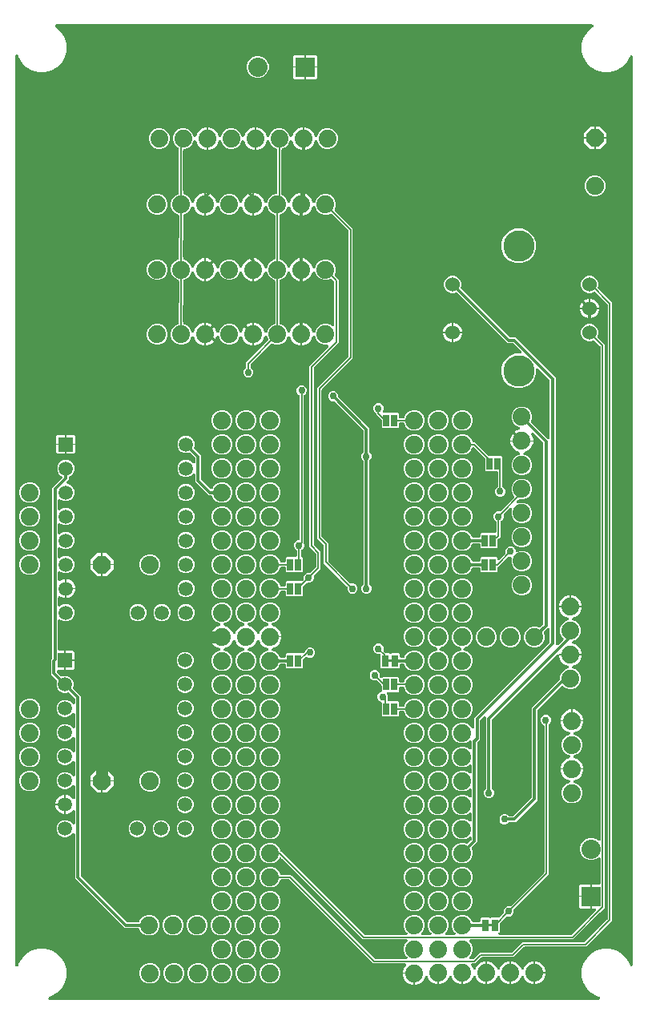
<source format=gbr>
G04 EAGLE Gerber RS-274X export*
G75*
%MOMM*%
%FSLAX34Y34*%
%LPD*%
%INBottom Copper*%
%IPPOS*%
%AMOC8*
5,1,8,0,0,1.08239X$1,22.5*%
G01*
G04 Define Apertures*
%ADD10C,1.905000*%
%ADD11P,2.06195X8X202.5*%
%ADD12C,1.508000*%
%ADD13R,1.508000X1.508000*%
%ADD14C,1.879600*%
%ADD15R,2.032000X2.032000*%
%ADD16C,2.032000*%
%ADD17C,1.524000*%
%ADD18C,3.302000*%
%ADD19R,0.660400X1.270000*%
%ADD20R,0.635000X1.270000*%
%ADD21P,2.06195X8X112.5*%
%ADD22C,1.270000*%
%ADD23C,0.756400*%
%ADD24C,0.304800*%
%ADD25C,0.152400*%
G36*
X271610Y10281D02*
X271015Y10160D01*
X-309115Y10160D01*
X-309813Y10329D01*
X-310287Y10709D01*
X-310574Y11243D01*
X-310631Y11847D01*
X-310447Y12425D01*
X-310053Y12886D01*
X-309510Y13156D01*
X-307402Y13721D01*
X-301436Y17165D01*
X-296565Y22036D01*
X-293121Y28002D01*
X-291338Y34656D01*
X-291338Y41544D01*
X-293121Y48198D01*
X-296565Y54164D01*
X-301436Y59035D01*
X-307402Y62479D01*
X-314056Y64262D01*
X-320944Y64262D01*
X-327598Y62479D01*
X-333564Y59035D01*
X-338435Y54164D01*
X-341879Y48198D01*
X-342444Y46090D01*
X-342788Y45460D01*
X-343277Y45101D01*
X-343867Y44961D01*
X-344465Y45063D01*
X-344976Y45390D01*
X-345319Y45890D01*
X-345440Y46485D01*
X-345440Y1007615D01*
X-345271Y1008313D01*
X-344891Y1008787D01*
X-344357Y1009074D01*
X-343753Y1009131D01*
X-343175Y1008947D01*
X-342714Y1008553D01*
X-342444Y1008010D01*
X-341879Y1005902D01*
X-338435Y999936D01*
X-333564Y995065D01*
X-327598Y991621D01*
X-320944Y989838D01*
X-314056Y989838D01*
X-307402Y991621D01*
X-301436Y995065D01*
X-296565Y999936D01*
X-293121Y1005902D01*
X-291338Y1012556D01*
X-291338Y1019444D01*
X-293121Y1026098D01*
X-296565Y1032064D01*
X-301436Y1036935D01*
X-302928Y1037796D01*
X-303191Y1037988D01*
X-303550Y1038477D01*
X-303689Y1039067D01*
X-303588Y1039665D01*
X-303261Y1040176D01*
X-302761Y1040519D01*
X-302166Y1040640D01*
X264066Y1040640D01*
X264390Y1040605D01*
X264945Y1040361D01*
X265361Y1039920D01*
X265572Y1039351D01*
X265544Y1038745D01*
X265283Y1038198D01*
X264828Y1037796D01*
X263336Y1036935D01*
X258465Y1032064D01*
X255021Y1026098D01*
X253238Y1019444D01*
X253238Y1012556D01*
X255021Y1005902D01*
X258465Y999936D01*
X263336Y995065D01*
X269302Y991621D01*
X275956Y989838D01*
X282844Y989838D01*
X289498Y991621D01*
X295464Y995065D01*
X300335Y999936D01*
X303779Y1005902D01*
X304144Y1007263D01*
X304488Y1007894D01*
X304977Y1008253D01*
X305567Y1008392D01*
X306165Y1008290D01*
X306676Y1007964D01*
X307019Y1007463D01*
X307140Y1006869D01*
X307140Y47231D01*
X306971Y46533D01*
X306591Y46060D01*
X306057Y45772D01*
X305453Y45716D01*
X304875Y45899D01*
X304414Y46294D01*
X304144Y46837D01*
X303779Y48198D01*
X300335Y54164D01*
X295464Y59035D01*
X289498Y62479D01*
X282844Y64262D01*
X275956Y64262D01*
X269302Y62479D01*
X263336Y59035D01*
X258465Y54164D01*
X255021Y48198D01*
X253238Y41544D01*
X253238Y34656D01*
X255021Y28002D01*
X258465Y22036D01*
X263336Y17165D01*
X269302Y13721D01*
X271410Y13156D01*
X272040Y12812D01*
X272399Y12323D01*
X272539Y11733D01*
X272437Y11135D01*
X272110Y10624D01*
X271610Y10281D01*
G37*
%LPC*%
G36*
X-52070Y996482D02*
X-40132Y996482D01*
X-40132Y1008420D01*
X-50582Y1008420D01*
X-52070Y1006932D01*
X-52070Y996482D01*
G37*
G36*
X-38608Y996482D02*
X-26670Y996482D01*
X-26670Y1006932D01*
X-28158Y1008420D01*
X-38608Y1008420D01*
X-38608Y996482D01*
G37*
G36*
X-91694Y984036D02*
X-87046Y984036D01*
X-82752Y985815D01*
X-79465Y989102D01*
X-77686Y993396D01*
X-77686Y998044D01*
X-79465Y1002338D01*
X-82752Y1005625D01*
X-87046Y1007404D01*
X-91694Y1007404D01*
X-95988Y1005625D01*
X-99275Y1002338D01*
X-101054Y998044D01*
X-101054Y993396D01*
X-99275Y989102D01*
X-95988Y985815D01*
X-91694Y984036D01*
G37*
G36*
X-38608Y983020D02*
X-28158Y983020D01*
X-26670Y984508D01*
X-26670Y994958D01*
X-38608Y994958D01*
X-38608Y983020D01*
G37*
G36*
X-50582Y983020D02*
X-40132Y983020D01*
X-40132Y994958D01*
X-52070Y994958D01*
X-52070Y984508D01*
X-50582Y983020D01*
G37*
G36*
X255070Y921512D02*
X266373Y921512D01*
X266373Y932815D01*
X262138Y932815D01*
X255070Y925747D01*
X255070Y921512D01*
G37*
G36*
X267897Y921512D02*
X279200Y921512D01*
X279200Y925747D01*
X272132Y932815D01*
X267897Y932815D01*
X267897Y921512D01*
G37*
G36*
X-40386Y908174D02*
X-38773Y908174D01*
X-34386Y909991D01*
X-31027Y913350D01*
X-29306Y917505D01*
X-29018Y917956D01*
X-28526Y918311D01*
X-27935Y918446D01*
X-27337Y918339D01*
X-26829Y918008D01*
X-26490Y917505D01*
X-25007Y913925D01*
X-21935Y910853D01*
X-17921Y909190D01*
X-13576Y909190D01*
X-9561Y910853D01*
X-6489Y913925D01*
X-4826Y917940D01*
X-4826Y922285D01*
X-6489Y926299D01*
X-9561Y929371D01*
X-13576Y931034D01*
X-17921Y931034D01*
X-21935Y929371D01*
X-25007Y926299D01*
X-26490Y922719D01*
X-26778Y922268D01*
X-27270Y921913D01*
X-27862Y921778D01*
X-28459Y921885D01*
X-28967Y922216D01*
X-29306Y922719D01*
X-31027Y926874D01*
X-34386Y930233D01*
X-38773Y932050D01*
X-40386Y932050D01*
X-40386Y908174D01*
G37*
G36*
X-147155Y701164D02*
X-145542Y701164D01*
X-145542Y725040D01*
X-147155Y725040D01*
X-151542Y723223D01*
X-154901Y719864D01*
X-156622Y715709D01*
X-156910Y715258D01*
X-157402Y714903D01*
X-157993Y714768D01*
X-158591Y714875D01*
X-159099Y715206D01*
X-159438Y715709D01*
X-160921Y719289D01*
X-163993Y722361D01*
X-166953Y723587D01*
X-167430Y723901D01*
X-167773Y724401D01*
X-167894Y724995D01*
X-167894Y725834D01*
X-168179Y726257D01*
X-168300Y726851D01*
X-168300Y743589D01*
X-168189Y744161D01*
X-167894Y744605D01*
X-167894Y769625D01*
X-167787Y770185D01*
X-167456Y770694D01*
X-166953Y771033D01*
X-163993Y772259D01*
X-160921Y775331D01*
X-159438Y778911D01*
X-159150Y779362D01*
X-158658Y779717D01*
X-158066Y779852D01*
X-157469Y779745D01*
X-156961Y779414D01*
X-156622Y778911D01*
X-154901Y774756D01*
X-151542Y771397D01*
X-147155Y769580D01*
X-145542Y769580D01*
X-145542Y793456D01*
X-147155Y793456D01*
X-151542Y791639D01*
X-154901Y788280D01*
X-156622Y784125D01*
X-156910Y783674D01*
X-157402Y783319D01*
X-157993Y783184D01*
X-158591Y783291D01*
X-159099Y783622D01*
X-159438Y784125D01*
X-160921Y787705D01*
X-163993Y790777D01*
X-166953Y792003D01*
X-167430Y792317D01*
X-167773Y792817D01*
X-167894Y793411D01*
X-167894Y794594D01*
X-168179Y795017D01*
X-168300Y795611D01*
X-168300Y812349D01*
X-168189Y812921D01*
X-167894Y813365D01*
X-167894Y838549D01*
X-167787Y839109D01*
X-167456Y839618D01*
X-166953Y839957D01*
X-163993Y841183D01*
X-160921Y844255D01*
X-159438Y847835D01*
X-159150Y848286D01*
X-158658Y848641D01*
X-158066Y848776D01*
X-157469Y848669D01*
X-156961Y848338D01*
X-156622Y847835D01*
X-154901Y843680D01*
X-151542Y840321D01*
X-147155Y838504D01*
X-145542Y838504D01*
X-145542Y862380D01*
X-147155Y862380D01*
X-151542Y860563D01*
X-154901Y857204D01*
X-156622Y853049D01*
X-156910Y852598D01*
X-157402Y852243D01*
X-157993Y852108D01*
X-158591Y852215D01*
X-159099Y852546D01*
X-159438Y853049D01*
X-160921Y856629D01*
X-163993Y859701D01*
X-166953Y860927D01*
X-167430Y861241D01*
X-167773Y861741D01*
X-167894Y862335D01*
X-167894Y864264D01*
X-168179Y864687D01*
X-168300Y865281D01*
X-168300Y907666D01*
X-168198Y908215D01*
X-167871Y908726D01*
X-167370Y909069D01*
X-166776Y909190D01*
X-165976Y909190D01*
X-161961Y910853D01*
X-158889Y913925D01*
X-157406Y917505D01*
X-157118Y917956D01*
X-156626Y918311D01*
X-156034Y918446D01*
X-155437Y918339D01*
X-154929Y918008D01*
X-154590Y917505D01*
X-152869Y913350D01*
X-149510Y909991D01*
X-145123Y908174D01*
X-143510Y908174D01*
X-143510Y932050D01*
X-145123Y932050D01*
X-149510Y930233D01*
X-152869Y926874D01*
X-154590Y922719D01*
X-154878Y922268D01*
X-155370Y921913D01*
X-155961Y921778D01*
X-156559Y921885D01*
X-157067Y922216D01*
X-157406Y922719D01*
X-158889Y926299D01*
X-161961Y929371D01*
X-165976Y931034D01*
X-170321Y931034D01*
X-174335Y929371D01*
X-177407Y926299D01*
X-179070Y922285D01*
X-179070Y917940D01*
X-177407Y913925D01*
X-174335Y910853D01*
X-173813Y910637D01*
X-173336Y910323D01*
X-172993Y909823D01*
X-172872Y909229D01*
X-172872Y862167D01*
X-172979Y861606D01*
X-173310Y861098D01*
X-173813Y860759D01*
X-176367Y859701D01*
X-179439Y856629D01*
X-181102Y852615D01*
X-181102Y848270D01*
X-179439Y844255D01*
X-176367Y841183D01*
X-173407Y839957D01*
X-172930Y839643D01*
X-172587Y839143D01*
X-172466Y838549D01*
X-172466Y815911D01*
X-172577Y815339D01*
X-172872Y814894D01*
X-172872Y793243D01*
X-172979Y792682D01*
X-173310Y792174D01*
X-173813Y791835D01*
X-176367Y790777D01*
X-179439Y787705D01*
X-181102Y783691D01*
X-181102Y779346D01*
X-179439Y775331D01*
X-176367Y772259D01*
X-173407Y771033D01*
X-172930Y770719D01*
X-172587Y770219D01*
X-172466Y769625D01*
X-172466Y747151D01*
X-172577Y746579D01*
X-172872Y746134D01*
X-172872Y724827D01*
X-172979Y724266D01*
X-173310Y723758D01*
X-173813Y723419D01*
X-176367Y722361D01*
X-179439Y719289D01*
X-181102Y715275D01*
X-181102Y710930D01*
X-179439Y706915D01*
X-176367Y703843D01*
X-172353Y702180D01*
X-168008Y702180D01*
X-163993Y703843D01*
X-160921Y706915D01*
X-159438Y710495D01*
X-159150Y710946D01*
X-158658Y711301D01*
X-158066Y711436D01*
X-157469Y711329D01*
X-156961Y710998D01*
X-156622Y710495D01*
X-154901Y706340D01*
X-151542Y702981D01*
X-147155Y701164D01*
G37*
G36*
X-141986Y908174D02*
X-140373Y908174D01*
X-135986Y909991D01*
X-132627Y913350D01*
X-130906Y917505D01*
X-130618Y917956D01*
X-130126Y918311D01*
X-129535Y918446D01*
X-128937Y918339D01*
X-128429Y918008D01*
X-128090Y917505D01*
X-126607Y913925D01*
X-123535Y910853D01*
X-119521Y909190D01*
X-115176Y909190D01*
X-111161Y910853D01*
X-108089Y913925D01*
X-106606Y917505D01*
X-106318Y917956D01*
X-105826Y918311D01*
X-105234Y918446D01*
X-104637Y918339D01*
X-104129Y918008D01*
X-103790Y917505D01*
X-102069Y913350D01*
X-98710Y909991D01*
X-94323Y908174D01*
X-92710Y908174D01*
X-92710Y932050D01*
X-94323Y932050D01*
X-98710Y930233D01*
X-102069Y926874D01*
X-103790Y922719D01*
X-104078Y922268D01*
X-104570Y921913D01*
X-105161Y921778D01*
X-105759Y921885D01*
X-106267Y922216D01*
X-106606Y922719D01*
X-108089Y926299D01*
X-111161Y929371D01*
X-115176Y931034D01*
X-119521Y931034D01*
X-123535Y929371D01*
X-126607Y926299D01*
X-128090Y922719D01*
X-128378Y922268D01*
X-128870Y921913D01*
X-129462Y921778D01*
X-130059Y921885D01*
X-130567Y922216D01*
X-130906Y922719D01*
X-132627Y926874D01*
X-135986Y930233D01*
X-140373Y932050D01*
X-141986Y932050D01*
X-141986Y908174D01*
G37*
G36*
X-100355Y667794D02*
X-98245Y667794D01*
X-96294Y668602D01*
X-94802Y670094D01*
X-93994Y672045D01*
X-93994Y674155D01*
X-94802Y676106D01*
X-96451Y677754D01*
X-96550Y677820D01*
X-96893Y678320D01*
X-97014Y678915D01*
X-97014Y680804D01*
X-96903Y681376D01*
X-96568Y681881D01*
X-75373Y703076D01*
X-74901Y703397D01*
X-74308Y703522D01*
X-73713Y703406D01*
X-70753Y702180D01*
X-66408Y702180D01*
X-62393Y703843D01*
X-59321Y706915D01*
X-57838Y710495D01*
X-57550Y710946D01*
X-57058Y711301D01*
X-56466Y711436D01*
X-55869Y711329D01*
X-55361Y710998D01*
X-55022Y710495D01*
X-53301Y706340D01*
X-49942Y702981D01*
X-45555Y701164D01*
X-43942Y701164D01*
X-43942Y725040D01*
X-45555Y725040D01*
X-49942Y723223D01*
X-53301Y719864D01*
X-55022Y715709D01*
X-55310Y715258D01*
X-55802Y714903D01*
X-56393Y714768D01*
X-56991Y714875D01*
X-57499Y715206D01*
X-57838Y715709D01*
X-59321Y719289D01*
X-62393Y722361D01*
X-65353Y723587D01*
X-65830Y723901D01*
X-66173Y724401D01*
X-66294Y724995D01*
X-66294Y769625D01*
X-66187Y770185D01*
X-65856Y770694D01*
X-65353Y771033D01*
X-62393Y772259D01*
X-59321Y775331D01*
X-57838Y778911D01*
X-57550Y779362D01*
X-57058Y779717D01*
X-56466Y779852D01*
X-55869Y779745D01*
X-55361Y779414D01*
X-55022Y778911D01*
X-53301Y774756D01*
X-49942Y771397D01*
X-45555Y769580D01*
X-43942Y769580D01*
X-43942Y793456D01*
X-45555Y793456D01*
X-49942Y791639D01*
X-53301Y788280D01*
X-55022Y784125D01*
X-55310Y783674D01*
X-55802Y783319D01*
X-56393Y783184D01*
X-56991Y783291D01*
X-57499Y783622D01*
X-57838Y784125D01*
X-59321Y787705D01*
X-62393Y790777D01*
X-65353Y792003D01*
X-65830Y792317D01*
X-66173Y792817D01*
X-66294Y793411D01*
X-66294Y838549D01*
X-66187Y839109D01*
X-65856Y839618D01*
X-65353Y839957D01*
X-62393Y841183D01*
X-59321Y844255D01*
X-57838Y847835D01*
X-57550Y848286D01*
X-57058Y848641D01*
X-56466Y848776D01*
X-55869Y848669D01*
X-55361Y848338D01*
X-55022Y847835D01*
X-53301Y843680D01*
X-49942Y840321D01*
X-45555Y838504D01*
X-43942Y838504D01*
X-43942Y862380D01*
X-45555Y862380D01*
X-49942Y860563D01*
X-53301Y857204D01*
X-55022Y853049D01*
X-55310Y852598D01*
X-55802Y852243D01*
X-56393Y852108D01*
X-56991Y852215D01*
X-57499Y852546D01*
X-57838Y853049D01*
X-59321Y856629D01*
X-62393Y859701D01*
X-63321Y860086D01*
X-63798Y860399D01*
X-64141Y860899D01*
X-64262Y861494D01*
X-64262Y908219D01*
X-64155Y908779D01*
X-63824Y909288D01*
X-63321Y909627D01*
X-60361Y910853D01*
X-57289Y913925D01*
X-55806Y917505D01*
X-55518Y917956D01*
X-55026Y918311D01*
X-54434Y918446D01*
X-53837Y918339D01*
X-53329Y918008D01*
X-52990Y917505D01*
X-51269Y913350D01*
X-47910Y909991D01*
X-43523Y908174D01*
X-41910Y908174D01*
X-41910Y932050D01*
X-43523Y932050D01*
X-47910Y930233D01*
X-51269Y926874D01*
X-52990Y922719D01*
X-53278Y922268D01*
X-53770Y921913D01*
X-54361Y921778D01*
X-54959Y921885D01*
X-55467Y922216D01*
X-55806Y922719D01*
X-57289Y926299D01*
X-60361Y929371D01*
X-64376Y931034D01*
X-68721Y931034D01*
X-72735Y929371D01*
X-75807Y926299D01*
X-77290Y922719D01*
X-77578Y922268D01*
X-78070Y921913D01*
X-78662Y921778D01*
X-79259Y921885D01*
X-79767Y922216D01*
X-80106Y922719D01*
X-81827Y926874D01*
X-85186Y930233D01*
X-89573Y932050D01*
X-91186Y932050D01*
X-91186Y908174D01*
X-89573Y908174D01*
X-85186Y909991D01*
X-81827Y913350D01*
X-80106Y917505D01*
X-79818Y917956D01*
X-79326Y918311D01*
X-78735Y918446D01*
X-78137Y918339D01*
X-77629Y918008D01*
X-77290Y917505D01*
X-75807Y913925D01*
X-72735Y910853D01*
X-69775Y909627D01*
X-69298Y909313D01*
X-68955Y908813D01*
X-68834Y908219D01*
X-68834Y862888D01*
X-68936Y862339D01*
X-69263Y861828D01*
X-69764Y861485D01*
X-70358Y861364D01*
X-70753Y861364D01*
X-74767Y859701D01*
X-77839Y856629D01*
X-79322Y853049D01*
X-79610Y852598D01*
X-80102Y852243D01*
X-80694Y852108D01*
X-81291Y852215D01*
X-81799Y852546D01*
X-82138Y853049D01*
X-83859Y857204D01*
X-87218Y860563D01*
X-91605Y862380D01*
X-93218Y862380D01*
X-93218Y838504D01*
X-91605Y838504D01*
X-87218Y840321D01*
X-83859Y843680D01*
X-82138Y847835D01*
X-81850Y848286D01*
X-81358Y848641D01*
X-80767Y848776D01*
X-80169Y848669D01*
X-79661Y848338D01*
X-79322Y847835D01*
X-77839Y844255D01*
X-74767Y841183D01*
X-71807Y839957D01*
X-71330Y839643D01*
X-70987Y839143D01*
X-70866Y838549D01*
X-70866Y793411D01*
X-70973Y792851D01*
X-71304Y792342D01*
X-71807Y792003D01*
X-74767Y790777D01*
X-77839Y787705D01*
X-79322Y784125D01*
X-79610Y783674D01*
X-80102Y783319D01*
X-80694Y783184D01*
X-81291Y783291D01*
X-81799Y783622D01*
X-82138Y784125D01*
X-83859Y788280D01*
X-87218Y791639D01*
X-91605Y793456D01*
X-93218Y793456D01*
X-93218Y769580D01*
X-91605Y769580D01*
X-87218Y771397D01*
X-83859Y774756D01*
X-82138Y778911D01*
X-81850Y779362D01*
X-81358Y779717D01*
X-80767Y779852D01*
X-80169Y779745D01*
X-79661Y779414D01*
X-79322Y778911D01*
X-77839Y775331D01*
X-74767Y772259D01*
X-71807Y771033D01*
X-71330Y770719D01*
X-70987Y770219D01*
X-70866Y769625D01*
X-70866Y724995D01*
X-70973Y724435D01*
X-71304Y723926D01*
X-71807Y723587D01*
X-74767Y722361D01*
X-77839Y719289D01*
X-79322Y715709D01*
X-79610Y715258D01*
X-80102Y714903D01*
X-80694Y714768D01*
X-81291Y714875D01*
X-81799Y715206D01*
X-82138Y715709D01*
X-83859Y719864D01*
X-87218Y723223D01*
X-91605Y725040D01*
X-93218Y725040D01*
X-93218Y701164D01*
X-91605Y701164D01*
X-87218Y702981D01*
X-83859Y706340D01*
X-82138Y710495D01*
X-81850Y710946D01*
X-81358Y711301D01*
X-80767Y711436D01*
X-80169Y711329D01*
X-79661Y710998D01*
X-79322Y710495D01*
X-78276Y707969D01*
X-78160Y707411D01*
X-78271Y706814D01*
X-78606Y706309D01*
X-101586Y683329D01*
X-101586Y678915D01*
X-101693Y678354D01*
X-102024Y677845D01*
X-102130Y677774D01*
X-103798Y676106D01*
X-104606Y674155D01*
X-104606Y672045D01*
X-103798Y670094D01*
X-102306Y668602D01*
X-100355Y667794D01*
G37*
G36*
X-195721Y909190D02*
X-191376Y909190D01*
X-187361Y910853D01*
X-184289Y913925D01*
X-182626Y917940D01*
X-182626Y922285D01*
X-184289Y926299D01*
X-187361Y929371D01*
X-191376Y931034D01*
X-195721Y931034D01*
X-199735Y929371D01*
X-202807Y926299D01*
X-204470Y922285D01*
X-204470Y917940D01*
X-202807Y913925D01*
X-199735Y910853D01*
X-195721Y909190D01*
G37*
G36*
X267897Y908685D02*
X272132Y908685D01*
X279200Y915753D01*
X279200Y919988D01*
X267897Y919988D01*
X267897Y908685D01*
G37*
G36*
X262138Y908685D02*
X266373Y908685D01*
X266373Y919988D01*
X255070Y919988D01*
X255070Y915753D01*
X262138Y908685D01*
G37*
G36*
X264937Y858901D02*
X269333Y858901D01*
X273394Y860583D01*
X276502Y863691D01*
X278184Y867752D01*
X278184Y872148D01*
X276502Y876209D01*
X273394Y879317D01*
X269333Y880999D01*
X264937Y880999D01*
X260876Y879317D01*
X257768Y876209D01*
X256086Y872148D01*
X256086Y867752D01*
X257768Y863691D01*
X260876Y860583D01*
X264937Y858901D01*
G37*
G36*
X-144018Y838504D02*
X-142405Y838504D01*
X-138018Y840321D01*
X-134659Y843680D01*
X-132938Y847835D01*
X-132650Y848286D01*
X-132158Y848641D01*
X-131567Y848776D01*
X-130969Y848669D01*
X-130461Y848338D01*
X-130122Y847835D01*
X-128639Y844255D01*
X-125567Y841183D01*
X-121553Y839520D01*
X-117208Y839520D01*
X-113193Y841183D01*
X-110121Y844255D01*
X-108638Y847835D01*
X-108350Y848286D01*
X-107858Y848641D01*
X-107266Y848776D01*
X-106669Y848669D01*
X-106161Y848338D01*
X-105822Y847835D01*
X-104101Y843680D01*
X-100742Y840321D01*
X-96355Y838504D01*
X-94742Y838504D01*
X-94742Y862380D01*
X-96355Y862380D01*
X-100742Y860563D01*
X-104101Y857204D01*
X-105822Y853049D01*
X-106110Y852598D01*
X-106602Y852243D01*
X-107193Y852108D01*
X-107791Y852215D01*
X-108299Y852546D01*
X-108638Y853049D01*
X-110121Y856629D01*
X-113193Y859701D01*
X-117208Y861364D01*
X-121553Y861364D01*
X-125567Y859701D01*
X-128639Y856629D01*
X-130122Y853049D01*
X-130410Y852598D01*
X-130902Y852243D01*
X-131494Y852108D01*
X-132091Y852215D01*
X-132599Y852546D01*
X-132938Y853049D01*
X-134659Y857204D01*
X-138018Y860563D01*
X-142405Y862380D01*
X-144018Y862380D01*
X-144018Y838504D01*
G37*
G36*
X9699Y439194D02*
X11810Y439194D01*
X13760Y440002D01*
X15253Y441494D01*
X16061Y443445D01*
X16061Y445555D01*
X15253Y447506D01*
X13760Y448998D01*
X11810Y449806D01*
X9478Y449806D01*
X9361Y449782D01*
X8765Y449893D01*
X8259Y450228D01*
X-14540Y473027D01*
X-14865Y473510D01*
X-14986Y474105D01*
X-14986Y492429D01*
X-21398Y498841D01*
X-21723Y499324D01*
X-21844Y499919D01*
X-21844Y654050D01*
X-21733Y654622D01*
X-21398Y655128D01*
X11176Y687702D01*
X11176Y824719D01*
X-7754Y843649D01*
X-8075Y844121D01*
X-8200Y844714D01*
X-8084Y845309D01*
X-6858Y848270D01*
X-6858Y852615D01*
X-8521Y856629D01*
X-11593Y859701D01*
X-15608Y861364D01*
X-19953Y861364D01*
X-23967Y859701D01*
X-27039Y856629D01*
X-28522Y853049D01*
X-28810Y852598D01*
X-29302Y852243D01*
X-29894Y852108D01*
X-30491Y852215D01*
X-30999Y852546D01*
X-31338Y853049D01*
X-33059Y857204D01*
X-36418Y860563D01*
X-40805Y862380D01*
X-42418Y862380D01*
X-42418Y838504D01*
X-40805Y838504D01*
X-36418Y840321D01*
X-33059Y843680D01*
X-31338Y847835D01*
X-31050Y848286D01*
X-30558Y848641D01*
X-29967Y848776D01*
X-29369Y848669D01*
X-28861Y848338D01*
X-28522Y847835D01*
X-27039Y844255D01*
X-23967Y841183D01*
X-19953Y839520D01*
X-15608Y839520D01*
X-12647Y840746D01*
X-12089Y840862D01*
X-11492Y840751D01*
X-10987Y840416D01*
X6158Y823271D01*
X6483Y822788D01*
X6604Y822194D01*
X6604Y690227D01*
X6493Y689655D01*
X6158Y689149D01*
X-26416Y656575D01*
X-26416Y497394D01*
X-20004Y490982D01*
X-19679Y490499D01*
X-19558Y489904D01*
X-19558Y471580D01*
X5027Y446995D01*
X5348Y446523D01*
X5473Y445929D01*
X5449Y445804D01*
X5449Y443445D01*
X6256Y441494D01*
X7749Y440002D01*
X9699Y439194D01*
G37*
G36*
X-197753Y839520D02*
X-193408Y839520D01*
X-189393Y841183D01*
X-186321Y844255D01*
X-184658Y848270D01*
X-184658Y852615D01*
X-186321Y856629D01*
X-189393Y859701D01*
X-193408Y861364D01*
X-197753Y861364D01*
X-201767Y859701D01*
X-204839Y856629D01*
X-206502Y852615D01*
X-206502Y848270D01*
X-204839Y844255D01*
X-201767Y841183D01*
X-197753Y839520D01*
G37*
G36*
X182903Y788698D02*
X190077Y788698D01*
X196705Y791443D01*
X201778Y796516D01*
X204524Y803144D01*
X204524Y810319D01*
X201778Y816947D01*
X196705Y822020D01*
X190077Y824766D01*
X182903Y824766D01*
X176275Y822020D01*
X171202Y816947D01*
X168456Y810319D01*
X168456Y803144D01*
X171202Y796516D01*
X176275Y791443D01*
X182903Y788698D01*
G37*
G36*
X-78373Y433578D02*
X-74028Y433578D01*
X-70013Y435241D01*
X-66941Y438313D01*
X-65715Y441273D01*
X-65401Y441750D01*
X-64901Y442093D01*
X-64307Y442214D01*
X-61087Y442214D01*
X-60538Y442112D01*
X-60027Y441785D01*
X-59684Y441284D01*
X-59563Y440690D01*
X-59563Y437519D01*
X-58670Y436626D01*
X-42930Y436626D01*
X-42037Y437519D01*
X-42037Y445462D01*
X-41926Y446034D01*
X-41591Y446539D01*
X-37992Y450139D01*
X-37519Y450460D01*
X-36926Y450585D01*
X-36801Y450561D01*
X-34441Y450561D01*
X-32491Y451368D01*
X-30998Y452861D01*
X-30191Y454811D01*
X-30191Y457143D01*
X-30215Y457260D01*
X-30104Y457856D01*
X-29769Y458362D01*
X-23114Y465016D01*
X-23114Y483547D01*
X-29526Y489959D01*
X-29851Y490442D01*
X-29972Y491036D01*
X-29972Y677364D01*
X-29861Y677936D01*
X-29526Y678441D01*
X-3810Y704157D01*
X-3810Y770781D01*
X-7754Y774725D01*
X-8075Y775197D01*
X-8200Y775790D01*
X-8084Y776385D01*
X-6858Y779346D01*
X-6858Y783691D01*
X-8521Y787705D01*
X-11593Y790777D01*
X-15608Y792440D01*
X-19953Y792440D01*
X-23967Y790777D01*
X-27039Y787705D01*
X-28522Y784125D01*
X-28810Y783674D01*
X-29302Y783319D01*
X-29894Y783184D01*
X-30491Y783291D01*
X-30999Y783622D01*
X-31338Y784125D01*
X-33059Y788280D01*
X-36418Y791639D01*
X-40805Y793456D01*
X-42418Y793456D01*
X-42418Y769580D01*
X-40805Y769580D01*
X-36418Y771397D01*
X-33059Y774756D01*
X-31338Y778911D01*
X-31050Y779362D01*
X-30558Y779717D01*
X-29967Y779852D01*
X-29369Y779745D01*
X-28861Y779414D01*
X-28522Y778911D01*
X-27039Y775331D01*
X-23967Y772259D01*
X-19953Y770596D01*
X-15608Y770596D01*
X-12647Y771822D01*
X-12089Y771938D01*
X-11492Y771827D01*
X-10987Y771492D01*
X-8828Y769333D01*
X-8503Y768850D01*
X-8382Y768256D01*
X-8382Y722829D01*
X-8476Y722303D01*
X-8795Y721787D01*
X-9289Y721436D01*
X-9882Y721306D01*
X-10478Y721417D01*
X-10984Y721752D01*
X-11593Y722361D01*
X-15608Y724024D01*
X-19953Y724024D01*
X-23967Y722361D01*
X-27039Y719289D01*
X-28522Y715709D01*
X-28810Y715258D01*
X-29302Y714903D01*
X-29894Y714768D01*
X-30491Y714875D01*
X-30999Y715206D01*
X-31338Y715709D01*
X-33059Y719864D01*
X-36418Y723223D01*
X-40805Y725040D01*
X-42418Y725040D01*
X-42418Y701164D01*
X-40805Y701164D01*
X-36418Y702981D01*
X-33059Y706340D01*
X-31338Y710495D01*
X-31050Y710946D01*
X-30558Y711301D01*
X-29967Y711436D01*
X-29369Y711329D01*
X-28861Y710998D01*
X-28522Y710495D01*
X-27039Y706915D01*
X-23967Y703843D01*
X-19953Y702180D01*
X-15932Y702180D01*
X-15406Y702086D01*
X-14889Y701767D01*
X-14539Y701273D01*
X-14408Y700680D01*
X-14520Y700084D01*
X-14855Y699578D01*
X-34544Y679889D01*
X-34544Y488511D01*
X-28132Y482099D01*
X-27807Y481616D01*
X-27686Y481022D01*
X-27686Y467541D01*
X-27797Y466969D01*
X-28132Y466464D01*
X-33001Y461594D01*
X-33474Y461273D01*
X-34067Y461148D01*
X-34192Y461173D01*
X-36552Y461173D01*
X-38502Y460365D01*
X-39995Y458872D01*
X-40803Y456922D01*
X-40803Y454590D01*
X-40778Y454473D01*
X-40890Y453877D01*
X-41224Y453371D01*
X-41776Y452820D01*
X-42259Y452495D01*
X-42853Y452374D01*
X-58670Y452374D01*
X-59563Y451481D01*
X-59563Y448310D01*
X-59665Y447761D01*
X-59992Y447250D01*
X-60493Y446907D01*
X-61087Y446786D01*
X-64307Y446786D01*
X-64867Y446893D01*
X-65376Y447224D01*
X-65715Y447727D01*
X-66941Y450687D01*
X-70013Y453759D01*
X-74028Y455422D01*
X-78373Y455422D01*
X-82387Y453759D01*
X-85459Y450687D01*
X-87122Y446673D01*
X-87122Y442328D01*
X-85459Y438313D01*
X-82387Y435241D01*
X-78373Y433578D01*
G37*
G36*
X-144018Y769580D02*
X-142405Y769580D01*
X-138018Y771397D01*
X-134659Y774756D01*
X-132938Y778911D01*
X-132650Y779362D01*
X-132158Y779717D01*
X-131567Y779852D01*
X-130969Y779745D01*
X-130461Y779414D01*
X-130122Y778911D01*
X-128639Y775331D01*
X-125567Y772259D01*
X-121553Y770596D01*
X-117208Y770596D01*
X-113193Y772259D01*
X-110121Y775331D01*
X-108638Y778911D01*
X-108350Y779362D01*
X-107858Y779717D01*
X-107266Y779852D01*
X-106669Y779745D01*
X-106161Y779414D01*
X-105822Y778911D01*
X-104101Y774756D01*
X-100742Y771397D01*
X-96355Y769580D01*
X-94742Y769580D01*
X-94742Y793456D01*
X-96355Y793456D01*
X-100742Y791639D01*
X-104101Y788280D01*
X-105822Y784125D01*
X-106110Y783674D01*
X-106602Y783319D01*
X-107193Y783184D01*
X-107791Y783291D01*
X-108299Y783622D01*
X-108638Y784125D01*
X-110121Y787705D01*
X-113193Y790777D01*
X-117208Y792440D01*
X-121553Y792440D01*
X-125567Y790777D01*
X-128639Y787705D01*
X-130122Y784125D01*
X-130410Y783674D01*
X-130902Y783319D01*
X-131494Y783184D01*
X-132091Y783291D01*
X-132599Y783622D01*
X-132938Y784125D01*
X-134659Y788280D01*
X-138018Y791639D01*
X-142405Y793456D01*
X-144018Y793456D01*
X-144018Y769580D01*
G37*
G36*
X-197753Y770596D02*
X-193408Y770596D01*
X-189393Y772259D01*
X-186321Y775331D01*
X-184658Y779346D01*
X-184658Y783691D01*
X-186321Y787705D01*
X-189393Y790777D01*
X-193408Y792440D01*
X-197753Y792440D01*
X-201767Y790777D01*
X-204839Y787705D01*
X-206502Y783691D01*
X-206502Y779346D01*
X-204839Y775331D01*
X-201767Y772259D01*
X-197753Y770596D01*
G37*
G36*
X76962Y26162D02*
X78575Y26162D01*
X82962Y27979D01*
X86321Y31338D01*
X87597Y34420D01*
X87886Y34870D01*
X88377Y35225D01*
X88969Y35360D01*
X89566Y35254D01*
X90074Y34923D01*
X90413Y34420D01*
X91479Y31846D01*
X94838Y28487D01*
X99225Y26670D01*
X100838Y26670D01*
X100838Y39370D01*
X102362Y39370D01*
X102362Y26670D01*
X103975Y26670D01*
X108362Y28487D01*
X111721Y31846D01*
X112892Y34674D01*
X113180Y35124D01*
X113672Y35479D01*
X114264Y35614D01*
X114861Y35508D01*
X115369Y35177D01*
X115708Y34674D01*
X116879Y31846D01*
X120238Y28487D01*
X124625Y26670D01*
X126238Y26670D01*
X126238Y39370D01*
X127762Y39370D01*
X127762Y26670D01*
X129375Y26670D01*
X133762Y28487D01*
X137121Y31846D01*
X138292Y34674D01*
X138580Y35124D01*
X139072Y35479D01*
X139664Y35614D01*
X140261Y35508D01*
X140769Y35177D01*
X141108Y34674D01*
X142279Y31846D01*
X145638Y28487D01*
X150025Y26670D01*
X151638Y26670D01*
X151638Y50546D01*
X150025Y50546D01*
X145638Y48729D01*
X142279Y45370D01*
X141108Y42542D01*
X140820Y42092D01*
X140328Y41737D01*
X139736Y41602D01*
X139139Y41708D01*
X138631Y42039D01*
X138292Y42542D01*
X137121Y45370D01*
X136579Y45912D01*
X136273Y46351D01*
X136133Y46941D01*
X136235Y47539D01*
X136562Y48050D01*
X137062Y48393D01*
X137656Y48514D01*
X140647Y48514D01*
X146833Y54700D01*
X147316Y55025D01*
X147910Y55146D01*
X181260Y55146D01*
X191962Y65848D01*
X192445Y66173D01*
X193040Y66294D01*
X258103Y66294D01*
X285242Y93433D01*
X285242Y746812D01*
X270469Y761585D01*
X270148Y762057D01*
X270023Y762650D01*
X270139Y763246D01*
X270564Y764273D01*
X270564Y767910D01*
X269172Y771271D01*
X266600Y773843D01*
X263239Y775236D01*
X259601Y775236D01*
X256240Y773843D01*
X253668Y771271D01*
X252276Y767910D01*
X252276Y764273D01*
X253668Y760912D01*
X256240Y758340D01*
X259601Y756948D01*
X263239Y756948D01*
X266118Y758140D01*
X266676Y758256D01*
X267273Y758145D01*
X267778Y757810D01*
X280224Y745364D01*
X280549Y744881D01*
X280670Y744287D01*
X280670Y702954D01*
X280576Y702427D01*
X280257Y701911D01*
X279763Y701560D01*
X279170Y701430D01*
X278574Y701541D01*
X278068Y701876D01*
X270085Y709859D01*
X269765Y710331D01*
X269639Y710924D01*
X269755Y711520D01*
X270564Y713473D01*
X270564Y717110D01*
X269172Y720471D01*
X266600Y723043D01*
X263239Y724436D01*
X259601Y724436D01*
X256240Y723043D01*
X253668Y720471D01*
X252276Y717110D01*
X252276Y713473D01*
X253668Y710112D01*
X256240Y707540D01*
X259601Y706148D01*
X263239Y706148D01*
X265192Y706956D01*
X265751Y707072D01*
X266347Y706961D01*
X266853Y706626D01*
X272604Y700875D01*
X272929Y700392D01*
X273050Y699797D01*
X273050Y179423D01*
X272956Y178896D01*
X272637Y178380D01*
X272143Y178029D01*
X271550Y177899D01*
X270954Y178010D01*
X270448Y178345D01*
X269508Y179285D01*
X265214Y181064D01*
X260566Y181064D01*
X256272Y179285D01*
X252985Y175998D01*
X251206Y171704D01*
X251206Y167056D01*
X252985Y162762D01*
X256272Y159475D01*
X260566Y157696D01*
X265214Y157696D01*
X269508Y159475D01*
X270448Y160415D01*
X270887Y160721D01*
X271477Y160860D01*
X272075Y160759D01*
X272586Y160432D01*
X272929Y159932D01*
X273050Y159337D01*
X273050Y133604D01*
X272948Y133055D01*
X272621Y132544D01*
X272120Y132201D01*
X271526Y132080D01*
X263652Y132080D01*
X263652Y106680D01*
X266831Y106680D01*
X267357Y106586D01*
X267873Y106267D01*
X268224Y105773D01*
X268355Y105180D01*
X268243Y104584D01*
X267908Y104078D01*
X242762Y78932D01*
X242279Y78607D01*
X241685Y78486D01*
X166490Y78486D01*
X165963Y78580D01*
X165447Y78899D01*
X165096Y79393D01*
X164966Y79986D01*
X165077Y80582D01*
X165412Y81088D01*
X166243Y81919D01*
X166243Y89862D01*
X166354Y90434D01*
X166689Y90939D01*
X173463Y97714D01*
X173936Y98035D01*
X174529Y98160D01*
X174654Y98136D01*
X177014Y98136D01*
X178964Y98943D01*
X180457Y100436D01*
X181265Y102386D01*
X181265Y104718D01*
X181240Y104835D01*
X181352Y105431D01*
X181686Y105937D01*
X218186Y142436D01*
X218186Y300580D01*
X218297Y301152D01*
X218632Y301658D01*
X219584Y302609D01*
X220391Y304559D01*
X220391Y306670D01*
X219584Y308620D01*
X218091Y310113D01*
X216141Y310921D01*
X214030Y310921D01*
X212080Y310113D01*
X210587Y308620D01*
X209779Y306670D01*
X209779Y304559D01*
X210587Y302609D01*
X212080Y301116D01*
X212673Y300871D01*
X213150Y300557D01*
X213493Y300057D01*
X213614Y299463D01*
X213614Y144961D01*
X213503Y144389D01*
X213168Y143884D01*
X178454Y109169D01*
X177981Y108848D01*
X177388Y108723D01*
X177263Y108748D01*
X174903Y108748D01*
X172953Y107940D01*
X171460Y106447D01*
X170653Y104497D01*
X170653Y102165D01*
X170677Y102048D01*
X170566Y101452D01*
X170231Y100946D01*
X166504Y97220D01*
X166021Y96895D01*
X165427Y96774D01*
X157484Y96774D01*
X157288Y96578D01*
X156827Y96262D01*
X156234Y96132D01*
X155638Y96243D01*
X155132Y96578D01*
X154936Y96774D01*
X147070Y96774D01*
X146177Y95881D01*
X146177Y93472D01*
X146075Y92923D01*
X145748Y92412D01*
X145247Y92069D01*
X144653Y91948D01*
X138578Y91948D01*
X138017Y92055D01*
X137509Y92386D01*
X137170Y92889D01*
X136259Y95087D01*
X133187Y98159D01*
X129173Y99822D01*
X124828Y99822D01*
X120813Y98159D01*
X117741Y95087D01*
X116078Y91073D01*
X116078Y86728D01*
X117741Y82713D01*
X119366Y81088D01*
X119672Y80649D01*
X119812Y80059D01*
X119710Y79461D01*
X119383Y78950D01*
X118883Y78607D01*
X118289Y78486D01*
X110311Y78486D01*
X109785Y78580D01*
X109269Y78899D01*
X108918Y79393D01*
X108788Y79986D01*
X108899Y80582D01*
X109234Y81088D01*
X110859Y82713D01*
X112522Y86728D01*
X112522Y91073D01*
X110859Y95087D01*
X107787Y98159D01*
X103773Y99822D01*
X99428Y99822D01*
X95413Y98159D01*
X92341Y95087D01*
X90678Y91073D01*
X90678Y86728D01*
X92341Y82713D01*
X93966Y81088D01*
X94272Y80649D01*
X94412Y80059D01*
X94310Y79461D01*
X93983Y78950D01*
X93483Y78607D01*
X92889Y78486D01*
X84911Y78486D01*
X84385Y78580D01*
X83869Y78899D01*
X83518Y79393D01*
X83388Y79986D01*
X83499Y80582D01*
X83834Y81088D01*
X85459Y82713D01*
X87122Y86728D01*
X87122Y91073D01*
X85459Y95087D01*
X82387Y98159D01*
X78373Y99822D01*
X74028Y99822D01*
X70013Y98159D01*
X66941Y95087D01*
X65278Y91073D01*
X65278Y86728D01*
X66941Y82713D01*
X68566Y81088D01*
X68872Y80649D01*
X69012Y80059D01*
X68910Y79461D01*
X68583Y78950D01*
X68083Y78607D01*
X67489Y78486D01*
X24438Y78486D01*
X23866Y78597D01*
X23361Y78932D01*
X-65275Y167568D01*
X-65605Y168062D01*
X-66941Y171287D01*
X-70013Y174359D01*
X-74028Y176022D01*
X-78373Y176022D01*
X-82387Y174359D01*
X-85459Y171287D01*
X-87122Y167273D01*
X-87122Y162928D01*
X-85459Y158913D01*
X-82387Y155841D01*
X-78373Y154178D01*
X-74028Y154178D01*
X-70013Y155841D01*
X-66941Y158913D01*
X-66685Y159532D01*
X-66388Y159991D01*
X-65893Y160342D01*
X-65301Y160472D01*
X-64705Y160361D01*
X-64199Y160026D01*
X21913Y73914D01*
X67489Y73914D01*
X68015Y73820D01*
X68531Y73501D01*
X68882Y73007D01*
X69013Y72414D01*
X68901Y71818D01*
X68566Y71312D01*
X66941Y69687D01*
X65278Y65673D01*
X65278Y61328D01*
X66941Y57313D01*
X68566Y55688D01*
X68872Y55249D01*
X69012Y54659D01*
X68910Y54061D01*
X68583Y53550D01*
X68083Y53207D01*
X67489Y53086D01*
X35368Y53086D01*
X34796Y53197D01*
X34290Y53532D01*
X-54164Y141986D01*
X-64307Y141986D01*
X-64867Y142093D01*
X-65376Y142424D01*
X-65715Y142927D01*
X-66941Y145887D01*
X-70013Y148959D01*
X-74028Y150622D01*
X-78373Y150622D01*
X-82387Y148959D01*
X-85459Y145887D01*
X-87122Y141873D01*
X-87122Y137528D01*
X-85459Y133513D01*
X-82387Y130441D01*
X-78373Y128778D01*
X-74028Y128778D01*
X-70013Y130441D01*
X-66941Y133513D01*
X-65715Y136473D01*
X-65401Y136950D01*
X-64901Y137293D01*
X-64307Y137414D01*
X-56689Y137414D01*
X-56117Y137303D01*
X-55611Y136968D01*
X32843Y48514D01*
X66052Y48514D01*
X66579Y48420D01*
X67095Y48101D01*
X67446Y47607D01*
X67576Y47014D01*
X67464Y46418D01*
X67129Y45912D01*
X66079Y44862D01*
X64262Y40475D01*
X64262Y38862D01*
X76962Y38862D01*
X76962Y26162D01*
G37*
G36*
X124828Y154178D02*
X129173Y154178D01*
X133187Y155841D01*
X136259Y158913D01*
X137922Y162928D01*
X137922Y167272D01*
X137012Y169471D01*
X136896Y170029D01*
X137007Y170626D01*
X137342Y171131D01*
X142748Y176537D01*
X142748Y280994D01*
X142859Y281566D01*
X143194Y282072D01*
X145542Y284420D01*
X145542Y304878D01*
X145653Y305450D01*
X145988Y305955D01*
X149290Y309257D01*
X149729Y309563D01*
X150319Y309703D01*
X150917Y309601D01*
X151428Y309274D01*
X151771Y308774D01*
X151892Y308180D01*
X151892Y233687D01*
X151781Y233115D01*
X151446Y232609D01*
X150442Y231606D01*
X149634Y229655D01*
X149634Y227545D01*
X150442Y225594D01*
X151934Y224102D01*
X153885Y223294D01*
X155995Y223294D01*
X157946Y224102D01*
X159438Y225594D01*
X160246Y227545D01*
X160246Y229655D01*
X159438Y231606D01*
X158434Y232609D01*
X158109Y233093D01*
X157988Y233687D01*
X157988Y305446D01*
X158099Y306018D01*
X158434Y306524D01*
X226760Y374850D01*
X227199Y375156D01*
X227789Y375295D01*
X228387Y375194D01*
X228898Y374867D01*
X228981Y374746D01*
X228981Y375412D01*
X253238Y375412D01*
X253238Y377025D01*
X251421Y381412D01*
X248062Y384771D01*
X243907Y386492D01*
X243456Y386780D01*
X243101Y387272D01*
X242966Y387863D01*
X243073Y388461D01*
X243404Y388969D01*
X243907Y389308D01*
X247487Y390791D01*
X250559Y393863D01*
X252222Y397878D01*
X252222Y402223D01*
X250559Y406237D01*
X247487Y409309D01*
X243907Y410792D01*
X243456Y411080D01*
X243101Y411572D01*
X242966Y412164D01*
X243073Y412761D01*
X243404Y413269D01*
X243907Y413608D01*
X248062Y415329D01*
X251421Y418688D01*
X253238Y423075D01*
X253238Y424688D01*
X229362Y424688D01*
X229362Y423075D01*
X231179Y418688D01*
X234538Y415329D01*
X238693Y413608D01*
X239144Y413320D01*
X239499Y412828D01*
X239634Y412237D01*
X239527Y411639D01*
X239196Y411131D01*
X238693Y410792D01*
X235113Y409309D01*
X232041Y406237D01*
X230378Y402223D01*
X230378Y397878D01*
X232041Y393863D01*
X233519Y392385D01*
X233835Y391924D01*
X233965Y391332D01*
X233854Y390735D01*
X233519Y390230D01*
X228154Y384864D01*
X227715Y384558D01*
X227125Y384419D01*
X226527Y384520D01*
X226016Y384847D01*
X225673Y385347D01*
X225552Y385942D01*
X225552Y667559D01*
X183154Y709958D01*
X177716Y709958D01*
X177144Y710069D01*
X176638Y710404D01*
X125621Y761421D01*
X125300Y761893D01*
X125175Y762486D01*
X125291Y763082D01*
X125784Y764273D01*
X125784Y767910D01*
X124392Y771271D01*
X121820Y773843D01*
X118459Y775236D01*
X114821Y775236D01*
X111460Y773843D01*
X108888Y771271D01*
X107496Y767910D01*
X107496Y764273D01*
X108888Y760912D01*
X111460Y758340D01*
X114821Y756948D01*
X118459Y756948D01*
X119650Y757441D01*
X120209Y757557D01*
X120805Y757445D01*
X121311Y757110D01*
X174559Y703862D01*
X179997Y703862D01*
X180569Y703750D01*
X181075Y703415D01*
X189203Y695287D01*
X189509Y694848D01*
X189649Y694258D01*
X189547Y693660D01*
X189220Y693149D01*
X188720Y692806D01*
X188125Y692686D01*
X182903Y692686D01*
X176275Y689940D01*
X171202Y684867D01*
X168456Y678239D01*
X168456Y671064D01*
X171202Y664436D01*
X176275Y659363D01*
X182903Y656618D01*
X190077Y656618D01*
X196705Y659363D01*
X201778Y664436D01*
X204524Y671064D01*
X204524Y676287D01*
X204618Y676814D01*
X204937Y677330D01*
X205431Y677681D01*
X206024Y677811D01*
X206620Y677700D01*
X207126Y677365D01*
X219010Y665481D01*
X219335Y664997D01*
X219456Y664403D01*
X219456Y604163D01*
X219362Y603636D01*
X219043Y603120D01*
X218549Y602769D01*
X217956Y602639D01*
X217360Y602750D01*
X216854Y603085D01*
X200153Y619787D01*
X199832Y620259D01*
X199706Y620852D01*
X199822Y621447D01*
X200733Y623646D01*
X200733Y627991D01*
X199070Y632005D01*
X195998Y635077D01*
X191983Y636740D01*
X187638Y636740D01*
X183624Y635077D01*
X180552Y632005D01*
X178889Y627991D01*
X178889Y623646D01*
X180552Y619631D01*
X183624Y616559D01*
X187204Y615076D01*
X187655Y614788D01*
X188010Y614296D01*
X188145Y613704D01*
X188038Y613107D01*
X187707Y612599D01*
X187204Y612260D01*
X183049Y610539D01*
X179690Y607180D01*
X177873Y602793D01*
X177873Y601180D01*
X201749Y601180D01*
X201749Y602793D01*
X199889Y607283D01*
X199775Y607793D01*
X199867Y608393D01*
X200185Y608909D01*
X200680Y609260D01*
X201273Y609390D01*
X201869Y609279D01*
X202375Y608944D01*
X211926Y599393D01*
X212251Y598910D01*
X212372Y598315D01*
X212372Y407306D01*
X212261Y406734D01*
X211926Y406228D01*
X209231Y403534D01*
X208759Y403213D01*
X208166Y403088D01*
X207571Y403204D01*
X205372Y404114D01*
X201028Y404114D01*
X197013Y402451D01*
X193941Y399379D01*
X192278Y395365D01*
X192278Y391020D01*
X193941Y387005D01*
X197013Y383933D01*
X201028Y382270D01*
X205373Y382270D01*
X209387Y383933D01*
X212459Y387005D01*
X214122Y391020D01*
X214122Y395364D01*
X213212Y397563D01*
X213096Y398121D01*
X213207Y398718D01*
X213542Y399223D01*
X216854Y402536D01*
X217293Y402842D01*
X217883Y402981D01*
X218481Y402880D01*
X218992Y402553D01*
X219335Y402053D01*
X219456Y401458D01*
X219456Y388675D01*
X219345Y388103D01*
X219010Y387598D01*
X139446Y308034D01*
X139446Y298255D01*
X139356Y297740D01*
X139042Y297221D01*
X138550Y296866D01*
X137958Y296731D01*
X137361Y296838D01*
X136853Y297169D01*
X136514Y297672D01*
X136259Y298287D01*
X133187Y301359D01*
X129173Y303022D01*
X124828Y303022D01*
X120813Y301359D01*
X117741Y298287D01*
X116078Y294273D01*
X116078Y289928D01*
X117741Y285913D01*
X120813Y282841D01*
X124828Y281178D01*
X129173Y281178D01*
X133187Y282841D01*
X134050Y283704D01*
X134489Y284010D01*
X135079Y284150D01*
X135677Y284048D01*
X136188Y283721D01*
X136531Y283221D01*
X136652Y282627D01*
X136652Y276173D01*
X136558Y275647D01*
X136239Y275131D01*
X135745Y274780D01*
X135152Y274650D01*
X134556Y274761D01*
X134050Y275096D01*
X133187Y275959D01*
X129173Y277622D01*
X124828Y277622D01*
X120813Y275959D01*
X117741Y272887D01*
X116078Y268873D01*
X116078Y264528D01*
X117741Y260513D01*
X120813Y257441D01*
X124828Y255778D01*
X129173Y255778D01*
X133187Y257441D01*
X134050Y258304D01*
X134489Y258610D01*
X135079Y258750D01*
X135677Y258648D01*
X136188Y258321D01*
X136531Y257821D01*
X136652Y257227D01*
X136652Y250773D01*
X136558Y250247D01*
X136239Y249731D01*
X135745Y249380D01*
X135152Y249250D01*
X134556Y249361D01*
X134050Y249696D01*
X133187Y250559D01*
X129173Y252222D01*
X124828Y252222D01*
X120813Y250559D01*
X117741Y247487D01*
X116078Y243473D01*
X116078Y239128D01*
X117741Y235113D01*
X120813Y232041D01*
X124828Y230378D01*
X129173Y230378D01*
X133187Y232041D01*
X134050Y232904D01*
X134489Y233210D01*
X135079Y233350D01*
X135677Y233248D01*
X136188Y232921D01*
X136531Y232421D01*
X136652Y231827D01*
X136652Y225373D01*
X136558Y224847D01*
X136239Y224331D01*
X135745Y223980D01*
X135152Y223850D01*
X134556Y223961D01*
X134050Y224296D01*
X133187Y225159D01*
X129173Y226822D01*
X124828Y226822D01*
X120813Y225159D01*
X117741Y222087D01*
X116078Y218073D01*
X116078Y213728D01*
X117741Y209713D01*
X120813Y206641D01*
X124828Y204978D01*
X129173Y204978D01*
X133187Y206641D01*
X134050Y207504D01*
X134489Y207810D01*
X135079Y207950D01*
X135677Y207848D01*
X136188Y207521D01*
X136531Y207021D01*
X136652Y206427D01*
X136652Y199973D01*
X136558Y199447D01*
X136239Y198931D01*
X135745Y198580D01*
X135152Y198450D01*
X134556Y198561D01*
X134050Y198896D01*
X133187Y199759D01*
X129173Y201422D01*
X124828Y201422D01*
X120813Y199759D01*
X117741Y196687D01*
X116078Y192673D01*
X116078Y188328D01*
X117741Y184313D01*
X120813Y181241D01*
X124828Y179578D01*
X129173Y179578D01*
X133187Y181241D01*
X134050Y182104D01*
X134489Y182410D01*
X135079Y182550D01*
X135677Y182448D01*
X136188Y182121D01*
X136531Y181621D01*
X136652Y181027D01*
X136652Y179694D01*
X136541Y179122D01*
X136206Y178616D01*
X133031Y175442D01*
X132559Y175121D01*
X131966Y174996D01*
X131371Y175112D01*
X129172Y176022D01*
X124828Y176022D01*
X120813Y174359D01*
X117741Y171287D01*
X116078Y167273D01*
X116078Y162928D01*
X117741Y158913D01*
X120813Y155841D01*
X124828Y154178D01*
G37*
G36*
X251260Y741454D02*
X260658Y741454D01*
X260658Y750852D01*
X259399Y750852D01*
X255665Y749305D01*
X252807Y746447D01*
X251260Y742713D01*
X251260Y741454D01*
G37*
G36*
X262182Y741454D02*
X271580Y741454D01*
X271580Y742713D01*
X270033Y746447D01*
X267175Y749305D01*
X263441Y750852D01*
X262182Y750852D01*
X262182Y741454D01*
G37*
G36*
X262182Y730532D02*
X263441Y730532D01*
X267175Y732078D01*
X270033Y734936D01*
X271580Y738671D01*
X271580Y739930D01*
X262182Y739930D01*
X262182Y730532D01*
G37*
G36*
X259399Y730532D02*
X260658Y730532D01*
X260658Y739930D01*
X251260Y739930D01*
X251260Y738671D01*
X252807Y734936D01*
X255665Y732078D01*
X259399Y730532D01*
G37*
G36*
X117402Y716054D02*
X126800Y716054D01*
X126800Y717313D01*
X125253Y721047D01*
X122395Y723905D01*
X118661Y725452D01*
X117402Y725452D01*
X117402Y716054D01*
G37*
G36*
X106480Y716054D02*
X115878Y716054D01*
X115878Y725452D01*
X114619Y725452D01*
X110885Y723905D01*
X108027Y721047D01*
X106480Y717313D01*
X106480Y716054D01*
G37*
G36*
X-144018Y701164D02*
X-142405Y701164D01*
X-138018Y702981D01*
X-134659Y706340D01*
X-132938Y710495D01*
X-132650Y710946D01*
X-132158Y711301D01*
X-131567Y711436D01*
X-130969Y711329D01*
X-130461Y710998D01*
X-130122Y710495D01*
X-128639Y706915D01*
X-125567Y703843D01*
X-121553Y702180D01*
X-117208Y702180D01*
X-113193Y703843D01*
X-110121Y706915D01*
X-108638Y710495D01*
X-108350Y710946D01*
X-107858Y711301D01*
X-107266Y711436D01*
X-106669Y711329D01*
X-106161Y710998D01*
X-105822Y710495D01*
X-104101Y706340D01*
X-100742Y702981D01*
X-96355Y701164D01*
X-94742Y701164D01*
X-94742Y725040D01*
X-96355Y725040D01*
X-100742Y723223D01*
X-104101Y719864D01*
X-105822Y715709D01*
X-106110Y715258D01*
X-106602Y714903D01*
X-107193Y714768D01*
X-107791Y714875D01*
X-108299Y715206D01*
X-108638Y715709D01*
X-110121Y719289D01*
X-113193Y722361D01*
X-117208Y724024D01*
X-121553Y724024D01*
X-125567Y722361D01*
X-128639Y719289D01*
X-130122Y715709D01*
X-130410Y715258D01*
X-130902Y714903D01*
X-131494Y714768D01*
X-132091Y714875D01*
X-132599Y715206D01*
X-132938Y715709D01*
X-134659Y719864D01*
X-138018Y723223D01*
X-142405Y725040D01*
X-144018Y725040D01*
X-144018Y701164D01*
G37*
G36*
X-197753Y702180D02*
X-193408Y702180D01*
X-189393Y703843D01*
X-186321Y706915D01*
X-184658Y710930D01*
X-184658Y715275D01*
X-186321Y719289D01*
X-189393Y722361D01*
X-193408Y724024D01*
X-197753Y724024D01*
X-201767Y722361D01*
X-204839Y719289D01*
X-206502Y715275D01*
X-206502Y710930D01*
X-204839Y706915D01*
X-201767Y703843D01*
X-197753Y702180D01*
G37*
G36*
X114619Y705132D02*
X115878Y705132D01*
X115878Y714530D01*
X106480Y714530D01*
X106480Y713271D01*
X108027Y709536D01*
X110885Y706678D01*
X114619Y705132D01*
G37*
G36*
X117402Y705132D02*
X118661Y705132D01*
X122395Y706678D01*
X125253Y709536D01*
X126800Y713271D01*
X126800Y714530D01*
X117402Y714530D01*
X117402Y705132D01*
G37*
G36*
X-78373Y458978D02*
X-74028Y458978D01*
X-70013Y460641D01*
X-66941Y463713D01*
X-65715Y466673D01*
X-65401Y467150D01*
X-64901Y467493D01*
X-64307Y467614D01*
X-61087Y467614D01*
X-60538Y467512D01*
X-60027Y467185D01*
X-59684Y466684D01*
X-59563Y466090D01*
X-59563Y462919D01*
X-58670Y462026D01*
X-42930Y462026D01*
X-42037Y462919D01*
X-42037Y476881D01*
X-42988Y477832D01*
X-43313Y478315D01*
X-43434Y478910D01*
X-43434Y484405D01*
X-43327Y484966D01*
X-42996Y485475D01*
X-42890Y485546D01*
X-41222Y487214D01*
X-40414Y489165D01*
X-40414Y491275D01*
X-40524Y491541D01*
X-40640Y492124D01*
X-40640Y648235D01*
X-40533Y648796D01*
X-40202Y649305D01*
X-40096Y649376D01*
X-38428Y651044D01*
X-37620Y652995D01*
X-37620Y655105D01*
X-38428Y657056D01*
X-39920Y658548D01*
X-41871Y659356D01*
X-43981Y659356D01*
X-45932Y658548D01*
X-47424Y657056D01*
X-48232Y655105D01*
X-48232Y652995D01*
X-47424Y651044D01*
X-45775Y649396D01*
X-45676Y649330D01*
X-45333Y648830D01*
X-45212Y648235D01*
X-45212Y497050D01*
X-45314Y496501D01*
X-45641Y495990D01*
X-46142Y495647D01*
X-46736Y495526D01*
X-46775Y495526D01*
X-48726Y494718D01*
X-50218Y493226D01*
X-51026Y491275D01*
X-51026Y489165D01*
X-50218Y487214D01*
X-48569Y485566D01*
X-48470Y485500D01*
X-48127Y485000D01*
X-48006Y484405D01*
X-48006Y479298D01*
X-48108Y478749D01*
X-48435Y478238D01*
X-48936Y477895D01*
X-49530Y477774D01*
X-58670Y477774D01*
X-59563Y476881D01*
X-59563Y473710D01*
X-59665Y473161D01*
X-59992Y472650D01*
X-60493Y472307D01*
X-61087Y472186D01*
X-64307Y472186D01*
X-64867Y472293D01*
X-65376Y472624D01*
X-65715Y473127D01*
X-66941Y476087D01*
X-70013Y479159D01*
X-74028Y480822D01*
X-78373Y480822D01*
X-82387Y479159D01*
X-85459Y476087D01*
X-87122Y472073D01*
X-87122Y467728D01*
X-85459Y463713D01*
X-82387Y460641D01*
X-78373Y458978D01*
G37*
G36*
X24345Y439194D02*
X26455Y439194D01*
X28406Y440002D01*
X29898Y441494D01*
X30706Y443445D01*
X30706Y445555D01*
X29898Y447506D01*
X28894Y448509D01*
X28569Y448993D01*
X28448Y449587D01*
X28448Y579113D01*
X28559Y579685D01*
X28894Y580191D01*
X29898Y581194D01*
X30706Y583145D01*
X30706Y585255D01*
X29898Y587206D01*
X28894Y588209D01*
X28569Y588693D01*
X28448Y589287D01*
X28448Y614141D01*
X-3848Y646436D01*
X-4173Y646919D01*
X-4294Y647514D01*
X-4294Y648933D01*
X-5102Y650884D01*
X-6594Y652376D01*
X-8545Y653184D01*
X-10655Y653184D01*
X-12606Y652376D01*
X-14098Y650884D01*
X-14906Y648933D01*
X-14906Y646823D01*
X-14098Y644872D01*
X-12606Y643380D01*
X-10655Y642572D01*
X-9236Y642572D01*
X-8664Y642461D01*
X-8158Y642126D01*
X21906Y612062D01*
X22231Y611579D01*
X22352Y610984D01*
X22352Y589287D01*
X22241Y588715D01*
X21906Y588209D01*
X20902Y587206D01*
X20094Y585255D01*
X20094Y583145D01*
X20902Y581194D01*
X21906Y580191D01*
X22231Y579707D01*
X22352Y579113D01*
X22352Y449587D01*
X22241Y449015D01*
X21906Y448509D01*
X20902Y447506D01*
X20094Y445555D01*
X20094Y443445D01*
X20902Y441494D01*
X22394Y440002D01*
X24345Y439194D01*
G37*
G36*
X74028Y611378D02*
X78373Y611378D01*
X82387Y613041D01*
X85459Y616113D01*
X87122Y620128D01*
X87122Y624473D01*
X85459Y628487D01*
X82387Y631559D01*
X78373Y633222D01*
X74028Y633222D01*
X70013Y631559D01*
X66941Y628487D01*
X65715Y625527D01*
X65401Y625050D01*
X64901Y624707D01*
X64307Y624586D01*
X61087Y624586D01*
X60538Y624688D01*
X60027Y625015D01*
X59684Y625516D01*
X59563Y626110D01*
X59563Y629281D01*
X58670Y630174D01*
X44125Y630174D01*
X43587Y630272D01*
X43073Y630595D01*
X42726Y631092D01*
X42601Y631686D01*
X42717Y632281D01*
X43406Y633945D01*
X43406Y636055D01*
X42598Y638006D01*
X41106Y639498D01*
X39155Y640306D01*
X37045Y640306D01*
X35094Y639498D01*
X33602Y638006D01*
X32794Y636055D01*
X32794Y633945D01*
X33602Y631994D01*
X35251Y630346D01*
X35350Y630280D01*
X35693Y629780D01*
X35814Y629185D01*
X35814Y628846D01*
X41591Y623069D01*
X41916Y622586D01*
X42037Y621992D01*
X42037Y615319D01*
X42930Y614426D01*
X58670Y614426D01*
X59563Y615319D01*
X59563Y618490D01*
X59665Y619039D01*
X59992Y619550D01*
X60493Y619893D01*
X61087Y620014D01*
X64307Y620014D01*
X64867Y619907D01*
X65376Y619576D01*
X65715Y619073D01*
X66941Y616113D01*
X70013Y613041D01*
X74028Y611378D01*
G37*
G36*
X124828Y611378D02*
X129173Y611378D01*
X133187Y613041D01*
X136259Y616113D01*
X137922Y620128D01*
X137922Y624473D01*
X136259Y628487D01*
X133187Y631559D01*
X129173Y633222D01*
X124828Y633222D01*
X120813Y631559D01*
X117741Y628487D01*
X116078Y624473D01*
X116078Y620128D01*
X117741Y616113D01*
X120813Y613041D01*
X124828Y611378D01*
G37*
G36*
X99428Y611378D02*
X103773Y611378D01*
X107787Y613041D01*
X110859Y616113D01*
X112522Y620128D01*
X112522Y624473D01*
X110859Y628487D01*
X107787Y631559D01*
X103773Y633222D01*
X99428Y633222D01*
X95413Y631559D01*
X92341Y628487D01*
X90678Y624473D01*
X90678Y620128D01*
X92341Y616113D01*
X95413Y613041D01*
X99428Y611378D01*
G37*
G36*
X-78373Y611378D02*
X-74028Y611378D01*
X-70013Y613041D01*
X-66941Y616113D01*
X-65278Y620128D01*
X-65278Y624473D01*
X-66941Y628487D01*
X-70013Y631559D01*
X-74028Y633222D01*
X-78373Y633222D01*
X-82387Y631559D01*
X-85459Y628487D01*
X-87122Y624473D01*
X-87122Y620128D01*
X-85459Y616113D01*
X-82387Y613041D01*
X-78373Y611378D01*
G37*
G36*
X-103773Y611378D02*
X-99428Y611378D01*
X-95413Y613041D01*
X-92341Y616113D01*
X-90678Y620128D01*
X-90678Y624473D01*
X-92341Y628487D01*
X-95413Y631559D01*
X-99428Y633222D01*
X-103773Y633222D01*
X-107787Y631559D01*
X-110859Y628487D01*
X-112522Y624473D01*
X-112522Y620128D01*
X-110859Y616113D01*
X-107787Y613041D01*
X-103773Y611378D01*
G37*
G36*
X-129173Y611378D02*
X-124828Y611378D01*
X-120813Y613041D01*
X-117741Y616113D01*
X-116078Y620128D01*
X-116078Y624473D01*
X-117741Y628487D01*
X-120813Y631559D01*
X-124828Y633222D01*
X-129173Y633222D01*
X-133187Y631559D01*
X-136259Y628487D01*
X-137922Y624473D01*
X-137922Y620128D01*
X-136259Y616113D01*
X-133187Y613041D01*
X-129173Y611378D01*
G37*
G36*
X99428Y585978D02*
X103773Y585978D01*
X107787Y587641D01*
X110859Y590713D01*
X112522Y594728D01*
X112522Y599073D01*
X110859Y603087D01*
X107787Y606159D01*
X103773Y607822D01*
X99428Y607822D01*
X95413Y606159D01*
X92341Y603087D01*
X90678Y599073D01*
X90678Y594728D01*
X92341Y590713D01*
X95413Y587641D01*
X99428Y585978D01*
G37*
G36*
X-129173Y585978D02*
X-124828Y585978D01*
X-120813Y587641D01*
X-117741Y590713D01*
X-116078Y594728D01*
X-116078Y599073D01*
X-117741Y603087D01*
X-120813Y606159D01*
X-124828Y607822D01*
X-129173Y607822D01*
X-133187Y606159D01*
X-136259Y603087D01*
X-137922Y599073D01*
X-137922Y594728D01*
X-136259Y590713D01*
X-133187Y587641D01*
X-129173Y585978D01*
G37*
G36*
X74028Y585978D02*
X78373Y585978D01*
X82387Y587641D01*
X85459Y590713D01*
X87122Y594728D01*
X87122Y599073D01*
X85459Y603087D01*
X82387Y606159D01*
X78373Y607822D01*
X74028Y607822D01*
X70013Y606159D01*
X66941Y603087D01*
X65278Y599073D01*
X65278Y594728D01*
X66941Y590713D01*
X70013Y587641D01*
X74028Y585978D01*
G37*
G36*
X-78373Y585978D02*
X-74028Y585978D01*
X-70013Y587641D01*
X-66941Y590713D01*
X-65278Y594728D01*
X-65278Y599073D01*
X-66941Y603087D01*
X-70013Y606159D01*
X-74028Y607822D01*
X-78373Y607822D01*
X-82387Y606159D01*
X-85459Y603087D01*
X-87122Y599073D01*
X-87122Y594728D01*
X-85459Y590713D01*
X-82387Y587641D01*
X-78373Y585978D01*
G37*
G36*
X-103773Y585978D02*
X-99428Y585978D01*
X-95413Y587641D01*
X-92341Y590713D01*
X-90678Y594728D01*
X-90678Y599073D01*
X-92341Y603087D01*
X-95413Y606159D01*
X-99428Y607822D01*
X-103773Y607822D01*
X-107787Y606159D01*
X-110859Y603087D01*
X-112522Y599073D01*
X-112522Y594728D01*
X-110859Y590713D01*
X-107787Y587641D01*
X-103773Y585978D01*
G37*
G36*
X165847Y541821D02*
X167957Y541821D01*
X169908Y542629D01*
X171400Y544121D01*
X172208Y546071D01*
X172208Y548182D01*
X171400Y550133D01*
X169751Y551781D01*
X169652Y551847D01*
X169309Y552347D01*
X169188Y552941D01*
X169188Y573858D01*
X169364Y574499D01*
X169235Y575006D01*
X169188Y575382D01*
X169188Y575905D01*
X168859Y576483D01*
X168830Y576598D01*
X168783Y576974D01*
X168783Y583561D01*
X167890Y584454D01*
X156010Y584454D01*
X155438Y584565D01*
X154933Y584900D01*
X140647Y599186D01*
X138893Y599186D01*
X138333Y599293D01*
X137824Y599624D01*
X137485Y600127D01*
X136259Y603087D01*
X133187Y606159D01*
X129173Y607822D01*
X124828Y607822D01*
X120813Y606159D01*
X117741Y603087D01*
X116078Y599073D01*
X116078Y594728D01*
X117741Y590713D01*
X120813Y587641D01*
X124828Y585978D01*
X129173Y585978D01*
X133187Y587641D01*
X136259Y590713D01*
X137259Y593128D01*
X137556Y593587D01*
X138051Y593938D01*
X138643Y594068D01*
X139239Y593957D01*
X139745Y593622D01*
X150811Y582556D01*
X151136Y582073D01*
X151257Y581479D01*
X151257Y569599D01*
X152150Y568706D01*
X163092Y568706D01*
X163641Y568604D01*
X164152Y568277D01*
X164495Y567776D01*
X164616Y567182D01*
X164616Y552941D01*
X164509Y552381D01*
X164178Y551872D01*
X164072Y551801D01*
X162404Y550133D01*
X161596Y548182D01*
X161596Y546071D01*
X162404Y544121D01*
X163896Y542629D01*
X165847Y541821D01*
G37*
G36*
X-291338Y597662D02*
X-282020Y597662D01*
X-282020Y605492D01*
X-283508Y606980D01*
X-291338Y606980D01*
X-291338Y597662D01*
G37*
G36*
X-302180Y597662D02*
X-292862Y597662D01*
X-292862Y606980D01*
X-300692Y606980D01*
X-302180Y605492D01*
X-302180Y597662D01*
G37*
G36*
X-129173Y535178D02*
X-124828Y535178D01*
X-120813Y536841D01*
X-117741Y539913D01*
X-116078Y543928D01*
X-116078Y548273D01*
X-117741Y552287D01*
X-120813Y555359D01*
X-124828Y557022D01*
X-129173Y557022D01*
X-133187Y555359D01*
X-136259Y552287D01*
X-136944Y550634D01*
X-137240Y550175D01*
X-137735Y549824D01*
X-138327Y549694D01*
X-138924Y549805D01*
X-139429Y550140D01*
X-148906Y559616D01*
X-149231Y560099D01*
X-149352Y560694D01*
X-149352Y585463D01*
X-156180Y592291D01*
X-156501Y592763D01*
X-156626Y593356D01*
X-156511Y593951D01*
X-156036Y595097D01*
X-156036Y598703D01*
X-157416Y602034D01*
X-159966Y604584D01*
X-163297Y605964D01*
X-166903Y605964D01*
X-170234Y604584D01*
X-172784Y602034D01*
X-174164Y598703D01*
X-174164Y595097D01*
X-172784Y591766D01*
X-170234Y589216D01*
X-166903Y587836D01*
X-163297Y587836D01*
X-162151Y588311D01*
X-161593Y588426D01*
X-160996Y588315D01*
X-160491Y587980D01*
X-155894Y583384D01*
X-155569Y582901D01*
X-155448Y582306D01*
X-155448Y578346D01*
X-155542Y577819D01*
X-155861Y577303D01*
X-156355Y576952D01*
X-156948Y576822D01*
X-157544Y576933D01*
X-158050Y577268D01*
X-159966Y579184D01*
X-163297Y580564D01*
X-166903Y580564D01*
X-170234Y579184D01*
X-172784Y576634D01*
X-174164Y573303D01*
X-174164Y569697D01*
X-172784Y566366D01*
X-170234Y563816D01*
X-166903Y562436D01*
X-163297Y562436D01*
X-159966Y563816D01*
X-158050Y565732D01*
X-157611Y566038D01*
X-157021Y566178D01*
X-156423Y566076D01*
X-155912Y565749D01*
X-155569Y565249D01*
X-155448Y564654D01*
X-155448Y557537D01*
X-140963Y543052D01*
X-138578Y543052D01*
X-138017Y542945D01*
X-137509Y542614D01*
X-137170Y542111D01*
X-136259Y539913D01*
X-133187Y536841D01*
X-129173Y535178D01*
G37*
G36*
X187638Y564096D02*
X191983Y564096D01*
X195998Y565759D01*
X199070Y568831D01*
X200733Y572846D01*
X200733Y577191D01*
X199070Y581205D01*
X195998Y584277D01*
X192418Y585760D01*
X191967Y586048D01*
X191612Y586540D01*
X191477Y587132D01*
X191584Y587729D01*
X191915Y588237D01*
X192418Y588576D01*
X196573Y590297D01*
X199931Y593656D01*
X201749Y598043D01*
X201749Y599656D01*
X177873Y599656D01*
X177873Y598043D01*
X179690Y593656D01*
X183049Y590297D01*
X187204Y588576D01*
X187655Y588288D01*
X188010Y587796D01*
X188145Y587205D01*
X188038Y586607D01*
X187707Y586099D01*
X187204Y585760D01*
X183624Y584277D01*
X180552Y581205D01*
X178889Y577191D01*
X178889Y572846D01*
X180552Y568831D01*
X183624Y565759D01*
X187638Y564096D01*
G37*
G36*
X-300692Y586820D02*
X-292862Y586820D01*
X-292862Y596138D01*
X-302180Y596138D01*
X-302180Y588308D01*
X-300692Y586820D01*
G37*
G36*
X-291338Y586820D02*
X-283508Y586820D01*
X-282020Y588308D01*
X-282020Y596138D01*
X-291338Y596138D01*
X-291338Y586820D01*
G37*
G36*
X-103773Y560578D02*
X-99428Y560578D01*
X-95413Y562241D01*
X-92341Y565313D01*
X-90678Y569328D01*
X-90678Y573673D01*
X-92341Y577687D01*
X-95413Y580759D01*
X-99428Y582422D01*
X-103773Y582422D01*
X-107787Y580759D01*
X-110859Y577687D01*
X-112522Y573673D01*
X-112522Y569328D01*
X-110859Y565313D01*
X-107787Y562241D01*
X-103773Y560578D01*
G37*
G36*
X-129173Y560578D02*
X-124828Y560578D01*
X-120813Y562241D01*
X-117741Y565313D01*
X-116078Y569328D01*
X-116078Y573673D01*
X-117741Y577687D01*
X-120813Y580759D01*
X-124828Y582422D01*
X-129173Y582422D01*
X-133187Y580759D01*
X-136259Y577687D01*
X-137922Y573673D01*
X-137922Y569328D01*
X-136259Y565313D01*
X-133187Y562241D01*
X-129173Y560578D01*
G37*
G36*
X124828Y560578D02*
X129173Y560578D01*
X133187Y562241D01*
X136259Y565313D01*
X137922Y569328D01*
X137922Y573673D01*
X136259Y577687D01*
X133187Y580759D01*
X129173Y582422D01*
X124828Y582422D01*
X120813Y580759D01*
X117741Y577687D01*
X116078Y573673D01*
X116078Y569328D01*
X117741Y565313D01*
X120813Y562241D01*
X124828Y560578D01*
G37*
G36*
X99428Y560578D02*
X103773Y560578D01*
X107787Y562241D01*
X110859Y565313D01*
X112522Y569328D01*
X112522Y573673D01*
X110859Y577687D01*
X107787Y580759D01*
X103773Y582422D01*
X99428Y582422D01*
X95413Y580759D01*
X92341Y577687D01*
X90678Y573673D01*
X90678Y569328D01*
X92341Y565313D01*
X95413Y562241D01*
X99428Y560578D01*
G37*
G36*
X74028Y560578D02*
X78373Y560578D01*
X82387Y562241D01*
X85459Y565313D01*
X87122Y569328D01*
X87122Y573673D01*
X85459Y577687D01*
X82387Y580759D01*
X78373Y582422D01*
X74028Y582422D01*
X70013Y580759D01*
X66941Y577687D01*
X65278Y573673D01*
X65278Y569328D01*
X66941Y565313D01*
X70013Y562241D01*
X74028Y560578D01*
G37*
G36*
X-78373Y560578D02*
X-74028Y560578D01*
X-70013Y562241D01*
X-66941Y565313D01*
X-65278Y569328D01*
X-65278Y573673D01*
X-66941Y577687D01*
X-70013Y580759D01*
X-74028Y582422D01*
X-78373Y582422D01*
X-82387Y580759D01*
X-85459Y577687D01*
X-87122Y573673D01*
X-87122Y569328D01*
X-85459Y565313D01*
X-82387Y562241D01*
X-78373Y560578D01*
G37*
G36*
X-206169Y77978D02*
X-201824Y77978D01*
X-197810Y79641D01*
X-194738Y82713D01*
X-193075Y86728D01*
X-193075Y91073D01*
X-194738Y95087D01*
X-197810Y98159D01*
X-201824Y99822D01*
X-206169Y99822D01*
X-210184Y98159D01*
X-213256Y95087D01*
X-214167Y92889D01*
X-214480Y92412D01*
X-214980Y92069D01*
X-215575Y91948D01*
X-226706Y91948D01*
X-227278Y92059D01*
X-227784Y92394D01*
X-275906Y140516D01*
X-276231Y140999D01*
X-276352Y141594D01*
X-276352Y330957D01*
X-283989Y338594D01*
X-284310Y339066D01*
X-284435Y339660D01*
X-284320Y340255D01*
X-283845Y341401D01*
X-283845Y345006D01*
X-285225Y348338D01*
X-287775Y350888D01*
X-291106Y352268D01*
X-294712Y352268D01*
X-295858Y351793D01*
X-296416Y351677D01*
X-297013Y351788D01*
X-297518Y352123D01*
X-301306Y355911D01*
X-301631Y356394D01*
X-301752Y356988D01*
X-301752Y357000D01*
X-301650Y357549D01*
X-301323Y358060D01*
X-300822Y358403D01*
X-300228Y358524D01*
X-293671Y358524D01*
X-293671Y378684D01*
X-298925Y378684D01*
X-299474Y378786D01*
X-299985Y379113D01*
X-300328Y379613D01*
X-300449Y380208D01*
X-300449Y410951D01*
X-300355Y411478D01*
X-300036Y411994D01*
X-299542Y412345D01*
X-298949Y412475D01*
X-298353Y412364D01*
X-297847Y412029D01*
X-297234Y411416D01*
X-293903Y410036D01*
X-290297Y410036D01*
X-286966Y411416D01*
X-284416Y413966D01*
X-283036Y417297D01*
X-283036Y420903D01*
X-284416Y424234D01*
X-286966Y426784D01*
X-290297Y428164D01*
X-293903Y428164D01*
X-297234Y426784D01*
X-297847Y426171D01*
X-298286Y425865D01*
X-298876Y425725D01*
X-299474Y425827D01*
X-299985Y426154D01*
X-300328Y426654D01*
X-300449Y427249D01*
X-300449Y434914D01*
X-300355Y435441D01*
X-300036Y435957D01*
X-299542Y436308D01*
X-298949Y436438D01*
X-298353Y436327D01*
X-297847Y435992D01*
X-297810Y435955D01*
X-294105Y434420D01*
X-292862Y434420D01*
X-292862Y454580D01*
X-294105Y454580D01*
X-297810Y453045D01*
X-297847Y453008D01*
X-298286Y452702D01*
X-298876Y452562D01*
X-299474Y452664D01*
X-299985Y452991D01*
X-300328Y453491D01*
X-300449Y454086D01*
X-300449Y461751D01*
X-300355Y462278D01*
X-300036Y462794D01*
X-299542Y463145D01*
X-298949Y463275D01*
X-298353Y463164D01*
X-297847Y462829D01*
X-297234Y462216D01*
X-293903Y460836D01*
X-290297Y460836D01*
X-286966Y462216D01*
X-284416Y464766D01*
X-283036Y468097D01*
X-283036Y471703D01*
X-284416Y475034D01*
X-286966Y477584D01*
X-290297Y478964D01*
X-293903Y478964D01*
X-297234Y477584D01*
X-297847Y476971D01*
X-298286Y476665D01*
X-298876Y476525D01*
X-299474Y476627D01*
X-299985Y476954D01*
X-300328Y477454D01*
X-300449Y478049D01*
X-300449Y487151D01*
X-300355Y487678D01*
X-300036Y488194D01*
X-299542Y488545D01*
X-298949Y488675D01*
X-298353Y488564D01*
X-297847Y488229D01*
X-297234Y487616D01*
X-293903Y486236D01*
X-290297Y486236D01*
X-286966Y487616D01*
X-284416Y490166D01*
X-283036Y493497D01*
X-283036Y497103D01*
X-284416Y500434D01*
X-286966Y502984D01*
X-290297Y504364D01*
X-293903Y504364D01*
X-297234Y502984D01*
X-297847Y502371D01*
X-298286Y502065D01*
X-298876Y501925D01*
X-299474Y502027D01*
X-299985Y502354D01*
X-300328Y502854D01*
X-300449Y503449D01*
X-300449Y512551D01*
X-300355Y513078D01*
X-300036Y513594D01*
X-299542Y513945D01*
X-298949Y514075D01*
X-298353Y513964D01*
X-297847Y513629D01*
X-297234Y513016D01*
X-293903Y511636D01*
X-290297Y511636D01*
X-286966Y513016D01*
X-284416Y515566D01*
X-283036Y518897D01*
X-283036Y522503D01*
X-284416Y525834D01*
X-286966Y528384D01*
X-290297Y529764D01*
X-293903Y529764D01*
X-297234Y528384D01*
X-297847Y527771D01*
X-298286Y527465D01*
X-298876Y527325D01*
X-299474Y527427D01*
X-299985Y527754D01*
X-300328Y528254D01*
X-300449Y528849D01*
X-300449Y537951D01*
X-300355Y538478D01*
X-300036Y538994D01*
X-299542Y539345D01*
X-298949Y539475D01*
X-298353Y539364D01*
X-297847Y539029D01*
X-297234Y538416D01*
X-293903Y537036D01*
X-290297Y537036D01*
X-286966Y538416D01*
X-284416Y540966D01*
X-283036Y544297D01*
X-283036Y547903D01*
X-284416Y551234D01*
X-286966Y553784D01*
X-290506Y555251D01*
X-290547Y555258D01*
X-291063Y555577D01*
X-291414Y556071D01*
X-291544Y556664D01*
X-291433Y557260D01*
X-291098Y557766D01*
X-289052Y559811D01*
X-289052Y561933D01*
X-288945Y562494D01*
X-288614Y563002D01*
X-288111Y563341D01*
X-286966Y563816D01*
X-284416Y566366D01*
X-283036Y569697D01*
X-283036Y573303D01*
X-284416Y576634D01*
X-286966Y579184D01*
X-290297Y580564D01*
X-293903Y580564D01*
X-297234Y579184D01*
X-299784Y576634D01*
X-301164Y573303D01*
X-301164Y569697D01*
X-299784Y566366D01*
X-297234Y563816D01*
X-296820Y563644D01*
X-296361Y563348D01*
X-296010Y562853D01*
X-295879Y562261D01*
X-295991Y561664D01*
X-296326Y561159D01*
X-306545Y550939D01*
X-306545Y371497D01*
X-306656Y370925D01*
X-306991Y370419D01*
X-307848Y369563D01*
X-307848Y353832D01*
X-301829Y347813D01*
X-301508Y347341D01*
X-301383Y346747D01*
X-301499Y346152D01*
X-301973Y345007D01*
X-301973Y341401D01*
X-300593Y338069D01*
X-298043Y335520D01*
X-294712Y334140D01*
X-291106Y334140D01*
X-289960Y334614D01*
X-289402Y334730D01*
X-288805Y334619D01*
X-288300Y334284D01*
X-282894Y328878D01*
X-282569Y328395D01*
X-282448Y327801D01*
X-282448Y323840D01*
X-282542Y323314D01*
X-282861Y322798D01*
X-283355Y322447D01*
X-283948Y322316D01*
X-284544Y322428D01*
X-285050Y322763D01*
X-287775Y325488D01*
X-291106Y326868D01*
X-294712Y326868D01*
X-298043Y325488D01*
X-300593Y322938D01*
X-301973Y319606D01*
X-301973Y316001D01*
X-300593Y312669D01*
X-298043Y310120D01*
X-294712Y308740D01*
X-291106Y308740D01*
X-287775Y310120D01*
X-285050Y312845D01*
X-284611Y313151D01*
X-284021Y313290D01*
X-283423Y313188D01*
X-282912Y312862D01*
X-282569Y312361D01*
X-282448Y311767D01*
X-282448Y298440D01*
X-282542Y297914D01*
X-282861Y297398D01*
X-283355Y297047D01*
X-283948Y296916D01*
X-284544Y297028D01*
X-285050Y297363D01*
X-287775Y300088D01*
X-291106Y301468D01*
X-294712Y301468D01*
X-298043Y300088D01*
X-300593Y297538D01*
X-301973Y294206D01*
X-301973Y290601D01*
X-300593Y287269D01*
X-298043Y284720D01*
X-294712Y283340D01*
X-291106Y283340D01*
X-287775Y284720D01*
X-285050Y287445D01*
X-284611Y287751D01*
X-284021Y287890D01*
X-283423Y287788D01*
X-282912Y287462D01*
X-282569Y286961D01*
X-282448Y286367D01*
X-282448Y273040D01*
X-282542Y272514D01*
X-282861Y271998D01*
X-283355Y271647D01*
X-283948Y271516D01*
X-284544Y271628D01*
X-285050Y271963D01*
X-287775Y274688D01*
X-291106Y276068D01*
X-294712Y276068D01*
X-298043Y274688D01*
X-300593Y272138D01*
X-301973Y268806D01*
X-301973Y265201D01*
X-300593Y261869D01*
X-298043Y259320D01*
X-294712Y257940D01*
X-291106Y257940D01*
X-287775Y259320D01*
X-285050Y262045D01*
X-284611Y262351D01*
X-284021Y262490D01*
X-283423Y262388D01*
X-282912Y262062D01*
X-282569Y261561D01*
X-282448Y260967D01*
X-282448Y247640D01*
X-282542Y247114D01*
X-282861Y246598D01*
X-283355Y246247D01*
X-283948Y246116D01*
X-284544Y246228D01*
X-285050Y246563D01*
X-287775Y249288D01*
X-291106Y250668D01*
X-294712Y250668D01*
X-298043Y249288D01*
X-300593Y246738D01*
X-301973Y243406D01*
X-301973Y239801D01*
X-300593Y236469D01*
X-298043Y233920D01*
X-294712Y232540D01*
X-291106Y232540D01*
X-287775Y233920D01*
X-285050Y236645D01*
X-284611Y236951D01*
X-284021Y237090D01*
X-283423Y236988D01*
X-282912Y236662D01*
X-282569Y236161D01*
X-282448Y235567D01*
X-282448Y223677D01*
X-282542Y223150D01*
X-282861Y222634D01*
X-283355Y222283D01*
X-283948Y222153D01*
X-284544Y222265D01*
X-285050Y222599D01*
X-287199Y224749D01*
X-290904Y226284D01*
X-292147Y226284D01*
X-292147Y206124D01*
X-290904Y206124D01*
X-287199Y207658D01*
X-285050Y209808D01*
X-284611Y210114D01*
X-284021Y210253D01*
X-283423Y210152D01*
X-282912Y209825D01*
X-282569Y209324D01*
X-282448Y208730D01*
X-282448Y196840D01*
X-282542Y196314D01*
X-282861Y195798D01*
X-283355Y195447D01*
X-283948Y195316D01*
X-284544Y195428D01*
X-285050Y195763D01*
X-287775Y198488D01*
X-291106Y199868D01*
X-294712Y199868D01*
X-298043Y198488D01*
X-300593Y195938D01*
X-301973Y192606D01*
X-301973Y189001D01*
X-300593Y185669D01*
X-298043Y183120D01*
X-294712Y181740D01*
X-291106Y181740D01*
X-287775Y183120D01*
X-285050Y185845D01*
X-284611Y186151D01*
X-284021Y186290D01*
X-283423Y186188D01*
X-282912Y185862D01*
X-282569Y185361D01*
X-282448Y184767D01*
X-282448Y138437D01*
X-229863Y85852D01*
X-215575Y85852D01*
X-215014Y85745D01*
X-214506Y85414D01*
X-214167Y84911D01*
X-213256Y82713D01*
X-210184Y79641D01*
X-206169Y77978D01*
G37*
G36*
X124828Y484378D02*
X129173Y484378D01*
X133187Y486041D01*
X136259Y489113D01*
X137170Y491311D01*
X137483Y491788D01*
X137983Y492131D01*
X138578Y492252D01*
X144653Y492252D01*
X145202Y492150D01*
X145713Y491823D01*
X146056Y491322D01*
X146177Y490728D01*
X146177Y488319D01*
X147070Y487426D01*
X162810Y487426D01*
X163703Y488319D01*
X163703Y495447D01*
X163881Y496161D01*
X164266Y496630D01*
X165492Y497626D01*
X165858Y497846D01*
X165944Y497864D01*
X166578Y498498D01*
X166694Y498603D01*
X167386Y499165D01*
X167386Y500057D01*
X167394Y500213D01*
X167487Y501109D01*
X167386Y501606D01*
X167386Y514885D01*
X167493Y515446D01*
X167824Y515955D01*
X167930Y516026D01*
X169598Y517694D01*
X170406Y519645D01*
X170406Y521976D01*
X170382Y522093D01*
X170493Y522689D01*
X170828Y523195D01*
X176912Y529279D01*
X177339Y529580D01*
X177929Y529724D01*
X178527Y529627D01*
X179041Y529304D01*
X179388Y528807D01*
X179513Y528213D01*
X179397Y527618D01*
X178889Y526391D01*
X178889Y522046D01*
X180552Y518031D01*
X183624Y514959D01*
X187638Y513296D01*
X191983Y513296D01*
X195998Y514959D01*
X199070Y518031D01*
X200733Y522046D01*
X200733Y526391D01*
X199070Y530405D01*
X195998Y533477D01*
X191983Y535140D01*
X187638Y535140D01*
X186411Y534632D01*
X185901Y534517D01*
X185301Y534609D01*
X184785Y534928D01*
X184434Y535423D01*
X184304Y536015D01*
X184415Y536612D01*
X184750Y537117D01*
X185992Y538359D01*
X186464Y538680D01*
X187058Y538806D01*
X187622Y538696D01*
X191983Y538696D01*
X195998Y540359D01*
X199070Y543431D01*
X200733Y547446D01*
X200733Y551791D01*
X199070Y555805D01*
X195998Y558877D01*
X191983Y560540D01*
X187638Y560540D01*
X183624Y558877D01*
X180552Y555805D01*
X178889Y551791D01*
X178889Y547446D01*
X180552Y543431D01*
X181497Y542486D01*
X181813Y542025D01*
X181944Y541432D01*
X181832Y540836D01*
X181497Y540330D01*
X167595Y526428D01*
X167123Y526107D01*
X166529Y525982D01*
X166404Y526006D01*
X164045Y526006D01*
X162094Y525198D01*
X160602Y523706D01*
X159794Y521755D01*
X159794Y519645D01*
X160602Y517694D01*
X162251Y516046D01*
X162350Y515980D01*
X162693Y515480D01*
X162814Y514885D01*
X162814Y504698D01*
X162712Y504149D01*
X162385Y503638D01*
X161884Y503295D01*
X161290Y503174D01*
X147070Y503174D01*
X146177Y502281D01*
X146177Y499872D01*
X146075Y499323D01*
X145748Y498812D01*
X145247Y498469D01*
X144653Y498348D01*
X138578Y498348D01*
X138017Y498455D01*
X137509Y498786D01*
X137170Y499289D01*
X136259Y501487D01*
X133187Y504559D01*
X129173Y506222D01*
X124828Y506222D01*
X120813Y504559D01*
X117741Y501487D01*
X116078Y497473D01*
X116078Y493128D01*
X117741Y489113D01*
X120813Y486041D01*
X124828Y484378D01*
G37*
G36*
X-332373Y535178D02*
X-328028Y535178D01*
X-324013Y536841D01*
X-320941Y539913D01*
X-319278Y543928D01*
X-319278Y548273D01*
X-320941Y552287D01*
X-324013Y555359D01*
X-328028Y557022D01*
X-332373Y557022D01*
X-336387Y555359D01*
X-339459Y552287D01*
X-341122Y548273D01*
X-341122Y543928D01*
X-339459Y539913D01*
X-336387Y536841D01*
X-332373Y535178D01*
G37*
G36*
X-78373Y535178D02*
X-74028Y535178D01*
X-70013Y536841D01*
X-66941Y539913D01*
X-65278Y543928D01*
X-65278Y548273D01*
X-66941Y552287D01*
X-70013Y555359D01*
X-74028Y557022D01*
X-78373Y557022D01*
X-82387Y555359D01*
X-85459Y552287D01*
X-87122Y548273D01*
X-87122Y543928D01*
X-85459Y539913D01*
X-82387Y536841D01*
X-78373Y535178D01*
G37*
G36*
X-103773Y535178D02*
X-99428Y535178D01*
X-95413Y536841D01*
X-92341Y539913D01*
X-90678Y543928D01*
X-90678Y548273D01*
X-92341Y552287D01*
X-95413Y555359D01*
X-99428Y557022D01*
X-103773Y557022D01*
X-107787Y555359D01*
X-110859Y552287D01*
X-112522Y548273D01*
X-112522Y543928D01*
X-110859Y539913D01*
X-107787Y536841D01*
X-103773Y535178D01*
G37*
G36*
X99428Y535178D02*
X103773Y535178D01*
X107787Y536841D01*
X110859Y539913D01*
X112522Y543928D01*
X112522Y548273D01*
X110859Y552287D01*
X107787Y555359D01*
X103773Y557022D01*
X99428Y557022D01*
X95413Y555359D01*
X92341Y552287D01*
X90678Y548273D01*
X90678Y543928D01*
X92341Y539913D01*
X95413Y536841D01*
X99428Y535178D01*
G37*
G36*
X124828Y535178D02*
X129173Y535178D01*
X133187Y536841D01*
X136259Y539913D01*
X137922Y543928D01*
X137922Y548273D01*
X136259Y552287D01*
X133187Y555359D01*
X129173Y557022D01*
X124828Y557022D01*
X120813Y555359D01*
X117741Y552287D01*
X116078Y548273D01*
X116078Y543928D01*
X117741Y539913D01*
X120813Y536841D01*
X124828Y535178D01*
G37*
G36*
X74028Y535178D02*
X78373Y535178D01*
X82387Y536841D01*
X85459Y539913D01*
X87122Y543928D01*
X87122Y548273D01*
X85459Y552287D01*
X82387Y555359D01*
X78373Y557022D01*
X74028Y557022D01*
X70013Y555359D01*
X66941Y552287D01*
X65278Y548273D01*
X65278Y543928D01*
X66941Y539913D01*
X70013Y536841D01*
X74028Y535178D01*
G37*
G36*
X-166903Y537036D02*
X-163297Y537036D01*
X-159966Y538416D01*
X-157416Y540966D01*
X-156036Y544297D01*
X-156036Y547903D01*
X-157416Y551234D01*
X-159966Y553784D01*
X-163297Y555164D01*
X-166903Y555164D01*
X-170234Y553784D01*
X-172784Y551234D01*
X-174164Y547903D01*
X-174164Y544297D01*
X-172784Y540966D01*
X-170234Y538416D01*
X-166903Y537036D01*
G37*
G36*
X99428Y509778D02*
X103773Y509778D01*
X107787Y511441D01*
X110859Y514513D01*
X112522Y518528D01*
X112522Y522873D01*
X110859Y526887D01*
X107787Y529959D01*
X103773Y531622D01*
X99428Y531622D01*
X95413Y529959D01*
X92341Y526887D01*
X90678Y522873D01*
X90678Y518528D01*
X92341Y514513D01*
X95413Y511441D01*
X99428Y509778D01*
G37*
G36*
X-332373Y509778D02*
X-328028Y509778D01*
X-324013Y511441D01*
X-320941Y514513D01*
X-319278Y518528D01*
X-319278Y522873D01*
X-320941Y526887D01*
X-324013Y529959D01*
X-328028Y531622D01*
X-332373Y531622D01*
X-336387Y529959D01*
X-339459Y526887D01*
X-341122Y522873D01*
X-341122Y518528D01*
X-339459Y514513D01*
X-336387Y511441D01*
X-332373Y509778D01*
G37*
G36*
X-129173Y509778D02*
X-124828Y509778D01*
X-120813Y511441D01*
X-117741Y514513D01*
X-116078Y518528D01*
X-116078Y522873D01*
X-117741Y526887D01*
X-120813Y529959D01*
X-124828Y531622D01*
X-129173Y531622D01*
X-133187Y529959D01*
X-136259Y526887D01*
X-137922Y522873D01*
X-137922Y518528D01*
X-136259Y514513D01*
X-133187Y511441D01*
X-129173Y509778D01*
G37*
G36*
X-103773Y509778D02*
X-99428Y509778D01*
X-95413Y511441D01*
X-92341Y514513D01*
X-90678Y518528D01*
X-90678Y522873D01*
X-92341Y526887D01*
X-95413Y529959D01*
X-99428Y531622D01*
X-103773Y531622D01*
X-107787Y529959D01*
X-110859Y526887D01*
X-112522Y522873D01*
X-112522Y518528D01*
X-110859Y514513D01*
X-107787Y511441D01*
X-103773Y509778D01*
G37*
G36*
X-78373Y509778D02*
X-74028Y509778D01*
X-70013Y511441D01*
X-66941Y514513D01*
X-65278Y518528D01*
X-65278Y522873D01*
X-66941Y526887D01*
X-70013Y529959D01*
X-74028Y531622D01*
X-78373Y531622D01*
X-82387Y529959D01*
X-85459Y526887D01*
X-87122Y522873D01*
X-87122Y518528D01*
X-85459Y514513D01*
X-82387Y511441D01*
X-78373Y509778D01*
G37*
G36*
X74028Y509778D02*
X78373Y509778D01*
X82387Y511441D01*
X85459Y514513D01*
X87122Y518528D01*
X87122Y522873D01*
X85459Y526887D01*
X82387Y529959D01*
X78373Y531622D01*
X74028Y531622D01*
X70013Y529959D01*
X66941Y526887D01*
X65278Y522873D01*
X65278Y518528D01*
X66941Y514513D01*
X70013Y511441D01*
X74028Y509778D01*
G37*
G36*
X124828Y509778D02*
X129173Y509778D01*
X133187Y511441D01*
X136259Y514513D01*
X137922Y518528D01*
X137922Y522873D01*
X136259Y526887D01*
X133187Y529959D01*
X129173Y531622D01*
X124828Y531622D01*
X120813Y529959D01*
X117741Y526887D01*
X116078Y522873D01*
X116078Y518528D01*
X117741Y514513D01*
X120813Y511441D01*
X124828Y509778D01*
G37*
G36*
X-166903Y511636D02*
X-163297Y511636D01*
X-159966Y513016D01*
X-157416Y515566D01*
X-156036Y518897D01*
X-156036Y522503D01*
X-157416Y525834D01*
X-159966Y528384D01*
X-163297Y529764D01*
X-166903Y529764D01*
X-170234Y528384D01*
X-172784Y525834D01*
X-174164Y522503D01*
X-174164Y518897D01*
X-172784Y515566D01*
X-170234Y513016D01*
X-166903Y511636D01*
G37*
G36*
X187638Y487896D02*
X191983Y487896D01*
X195998Y489559D01*
X199070Y492631D01*
X200733Y496646D01*
X200733Y500991D01*
X199070Y505005D01*
X195998Y508077D01*
X191983Y509740D01*
X187638Y509740D01*
X183624Y508077D01*
X180552Y505005D01*
X178889Y500991D01*
X178889Y496646D01*
X180552Y492631D01*
X182619Y490563D01*
X182920Y490136D01*
X183029Y489693D01*
X183542Y489593D01*
X187638Y487896D01*
G37*
G36*
X99428Y484378D02*
X103773Y484378D01*
X107787Y486041D01*
X110859Y489113D01*
X112522Y493128D01*
X112522Y497473D01*
X110859Y501487D01*
X107787Y504559D01*
X103773Y506222D01*
X99428Y506222D01*
X95413Y504559D01*
X92341Y501487D01*
X90678Y497473D01*
X90678Y493128D01*
X92341Y489113D01*
X95413Y486041D01*
X99428Y484378D01*
G37*
G36*
X-332373Y484378D02*
X-328028Y484378D01*
X-324013Y486041D01*
X-320941Y489113D01*
X-319278Y493128D01*
X-319278Y497473D01*
X-320941Y501487D01*
X-324013Y504559D01*
X-328028Y506222D01*
X-332373Y506222D01*
X-336387Y504559D01*
X-339459Y501487D01*
X-341122Y497473D01*
X-341122Y493128D01*
X-339459Y489113D01*
X-336387Y486041D01*
X-332373Y484378D01*
G37*
G36*
X-129173Y484378D02*
X-124828Y484378D01*
X-120813Y486041D01*
X-117741Y489113D01*
X-116078Y493128D01*
X-116078Y497473D01*
X-117741Y501487D01*
X-120813Y504559D01*
X-124828Y506222D01*
X-129173Y506222D01*
X-133187Y504559D01*
X-136259Y501487D01*
X-137922Y497473D01*
X-137922Y493128D01*
X-136259Y489113D01*
X-133187Y486041D01*
X-129173Y484378D01*
G37*
G36*
X-103773Y484378D02*
X-99428Y484378D01*
X-95413Y486041D01*
X-92341Y489113D01*
X-90678Y493128D01*
X-90678Y497473D01*
X-92341Y501487D01*
X-95413Y504559D01*
X-99428Y506222D01*
X-103773Y506222D01*
X-107787Y504559D01*
X-110859Y501487D01*
X-112522Y497473D01*
X-112522Y493128D01*
X-110859Y489113D01*
X-107787Y486041D01*
X-103773Y484378D01*
G37*
G36*
X-78373Y484378D02*
X-74028Y484378D01*
X-70013Y486041D01*
X-66941Y489113D01*
X-65278Y493128D01*
X-65278Y497473D01*
X-66941Y501487D01*
X-70013Y504559D01*
X-74028Y506222D01*
X-78373Y506222D01*
X-82387Y504559D01*
X-85459Y501487D01*
X-87122Y497473D01*
X-87122Y493128D01*
X-85459Y489113D01*
X-82387Y486041D01*
X-78373Y484378D01*
G37*
G36*
X74028Y484378D02*
X78373Y484378D01*
X82387Y486041D01*
X85459Y489113D01*
X87122Y493128D01*
X87122Y497473D01*
X85459Y501487D01*
X82387Y504559D01*
X78373Y506222D01*
X74028Y506222D01*
X70013Y504559D01*
X66941Y501487D01*
X65278Y497473D01*
X65278Y493128D01*
X66941Y489113D01*
X70013Y486041D01*
X74028Y484378D01*
G37*
G36*
X-166903Y486236D02*
X-163297Y486236D01*
X-159966Y487616D01*
X-157416Y490166D01*
X-156036Y493497D01*
X-156036Y497103D01*
X-157416Y500434D01*
X-159966Y502984D01*
X-163297Y504364D01*
X-166903Y504364D01*
X-170234Y502984D01*
X-172784Y500434D01*
X-174164Y497103D01*
X-174164Y493497D01*
X-172784Y490166D01*
X-170234Y487616D01*
X-166903Y486236D01*
G37*
G36*
X124828Y458978D02*
X129173Y458978D01*
X133187Y460641D01*
X136259Y463713D01*
X137170Y465911D01*
X137483Y466388D01*
X137983Y466731D01*
X138578Y466852D01*
X144653Y466852D01*
X145202Y466750D01*
X145713Y466423D01*
X146056Y465922D01*
X146177Y465328D01*
X146177Y462919D01*
X147070Y462026D01*
X162810Y462026D01*
X163703Y462919D01*
X163703Y466090D01*
X163805Y466639D01*
X164132Y467150D01*
X164633Y467493D01*
X165072Y467583D01*
X175376Y477886D01*
X175848Y478207D01*
X176441Y478332D01*
X176566Y478308D01*
X177734Y478308D01*
X178272Y478210D01*
X178785Y477887D01*
X179132Y477389D01*
X179257Y476796D01*
X179142Y476201D01*
X178889Y475591D01*
X178889Y471246D01*
X180552Y467231D01*
X183624Y464159D01*
X187638Y462496D01*
X191983Y462496D01*
X195998Y464159D01*
X199070Y467231D01*
X200733Y471246D01*
X200733Y475591D01*
X199070Y479605D01*
X195998Y482677D01*
X191983Y484340D01*
X187638Y484340D01*
X185284Y483365D01*
X184749Y483249D01*
X184151Y483351D01*
X183640Y483678D01*
X183297Y484178D01*
X183218Y484569D01*
X182369Y486619D01*
X181881Y487107D01*
X181580Y487535D01*
X181471Y487978D01*
X180959Y488078D01*
X178926Y488920D01*
X176815Y488920D01*
X174865Y488112D01*
X173372Y486619D01*
X172565Y484669D01*
X172565Y482337D01*
X172589Y482221D01*
X172478Y481624D01*
X172143Y481119D01*
X166305Y475281D01*
X165866Y474975D01*
X165276Y474835D01*
X164678Y474937D01*
X164167Y475264D01*
X163824Y475764D01*
X163703Y476358D01*
X163703Y476881D01*
X162810Y477774D01*
X147070Y477774D01*
X146177Y476881D01*
X146177Y474472D01*
X146075Y473923D01*
X145748Y473412D01*
X145247Y473069D01*
X144653Y472948D01*
X138578Y472948D01*
X138017Y473055D01*
X137509Y473386D01*
X137170Y473889D01*
X136259Y476087D01*
X133187Y479159D01*
X129173Y480822D01*
X124828Y480822D01*
X120813Y479159D01*
X117741Y476087D01*
X116078Y472073D01*
X116078Y467728D01*
X117741Y463713D01*
X120813Y460641D01*
X124828Y458978D01*
G37*
G36*
X-266065Y470662D02*
X-254762Y470662D01*
X-254762Y481965D01*
X-258997Y481965D01*
X-266065Y474897D01*
X-266065Y470662D01*
G37*
G36*
X-253238Y470662D02*
X-241935Y470662D01*
X-241935Y474897D01*
X-249003Y481965D01*
X-253238Y481965D01*
X-253238Y470662D01*
G37*
G36*
X-205398Y458851D02*
X-201002Y458851D01*
X-196941Y460533D01*
X-193833Y463641D01*
X-192151Y467702D01*
X-192151Y472098D01*
X-193833Y476159D01*
X-196941Y479267D01*
X-201002Y480949D01*
X-205398Y480949D01*
X-209459Y479267D01*
X-212567Y476159D01*
X-214249Y472098D01*
X-214249Y467702D01*
X-212567Y463641D01*
X-209459Y460533D01*
X-205398Y458851D01*
G37*
G36*
X74028Y458978D02*
X78373Y458978D01*
X82387Y460641D01*
X85459Y463713D01*
X87122Y467728D01*
X87122Y472073D01*
X85459Y476087D01*
X82387Y479159D01*
X78373Y480822D01*
X74028Y480822D01*
X70013Y479159D01*
X66941Y476087D01*
X65278Y472073D01*
X65278Y467728D01*
X66941Y463713D01*
X70013Y460641D01*
X74028Y458978D01*
G37*
G36*
X-129173Y458978D02*
X-124828Y458978D01*
X-120813Y460641D01*
X-117741Y463713D01*
X-116078Y467728D01*
X-116078Y472073D01*
X-117741Y476087D01*
X-120813Y479159D01*
X-124828Y480822D01*
X-129173Y480822D01*
X-133187Y479159D01*
X-136259Y476087D01*
X-137922Y472073D01*
X-137922Y467728D01*
X-136259Y463713D01*
X-133187Y460641D01*
X-129173Y458978D01*
G37*
G36*
X-332373Y458978D02*
X-328028Y458978D01*
X-324013Y460641D01*
X-320941Y463713D01*
X-319278Y467728D01*
X-319278Y472073D01*
X-320941Y476087D01*
X-324013Y479159D01*
X-328028Y480822D01*
X-332373Y480822D01*
X-336387Y479159D01*
X-339459Y476087D01*
X-341122Y472073D01*
X-341122Y467728D01*
X-339459Y463713D01*
X-336387Y460641D01*
X-332373Y458978D01*
G37*
G36*
X-103773Y458978D02*
X-99428Y458978D01*
X-95413Y460641D01*
X-92341Y463713D01*
X-90678Y467728D01*
X-90678Y472073D01*
X-92341Y476087D01*
X-95413Y479159D01*
X-99428Y480822D01*
X-103773Y480822D01*
X-107787Y479159D01*
X-110859Y476087D01*
X-112522Y472073D01*
X-112522Y467728D01*
X-110859Y463713D01*
X-107787Y460641D01*
X-103773Y458978D01*
G37*
G36*
X99428Y458978D02*
X103773Y458978D01*
X107787Y460641D01*
X110859Y463713D01*
X112522Y467728D01*
X112522Y472073D01*
X110859Y476087D01*
X107787Y479159D01*
X103773Y480822D01*
X99428Y480822D01*
X95413Y479159D01*
X92341Y476087D01*
X90678Y472073D01*
X90678Y467728D01*
X92341Y463713D01*
X95413Y460641D01*
X99428Y458978D01*
G37*
G36*
X-166903Y460836D02*
X-163297Y460836D01*
X-159966Y462216D01*
X-157416Y464766D01*
X-156036Y468097D01*
X-156036Y471703D01*
X-157416Y475034D01*
X-159966Y477584D01*
X-163297Y478964D01*
X-166903Y478964D01*
X-170234Y477584D01*
X-172784Y475034D01*
X-174164Y471703D01*
X-174164Y468097D01*
X-172784Y464766D01*
X-170234Y462216D01*
X-166903Y460836D01*
G37*
G36*
X-253238Y457835D02*
X-249003Y457835D01*
X-241935Y464903D01*
X-241935Y469138D01*
X-253238Y469138D01*
X-253238Y457835D01*
G37*
G36*
X-258997Y457835D02*
X-254762Y457835D01*
X-254762Y469138D01*
X-266065Y469138D01*
X-266065Y464903D01*
X-258997Y457835D01*
G37*
G36*
X187638Y437096D02*
X191983Y437096D01*
X195998Y438759D01*
X199070Y441831D01*
X200733Y445846D01*
X200733Y450191D01*
X199070Y454205D01*
X195998Y457277D01*
X191983Y458940D01*
X187638Y458940D01*
X183624Y457277D01*
X180552Y454205D01*
X178889Y450191D01*
X178889Y445846D01*
X180552Y441831D01*
X183624Y438759D01*
X187638Y437096D01*
G37*
G36*
X-129173Y433578D02*
X-124828Y433578D01*
X-120813Y435241D01*
X-117741Y438313D01*
X-116078Y442328D01*
X-116078Y446673D01*
X-117741Y450687D01*
X-120813Y453759D01*
X-124828Y455422D01*
X-129173Y455422D01*
X-133187Y453759D01*
X-136259Y450687D01*
X-137922Y446673D01*
X-137922Y442328D01*
X-136259Y438313D01*
X-133187Y435241D01*
X-129173Y433578D01*
G37*
G36*
X-103773Y433578D02*
X-99428Y433578D01*
X-95413Y435241D01*
X-92341Y438313D01*
X-90678Y442328D01*
X-90678Y446673D01*
X-92341Y450687D01*
X-95413Y453759D01*
X-99428Y455422D01*
X-103773Y455422D01*
X-107787Y453759D01*
X-110859Y450687D01*
X-112522Y446673D01*
X-112522Y442328D01*
X-110859Y438313D01*
X-107787Y435241D01*
X-103773Y433578D01*
G37*
G36*
X74028Y433578D02*
X78373Y433578D01*
X82387Y435241D01*
X85459Y438313D01*
X87122Y442328D01*
X87122Y446673D01*
X85459Y450687D01*
X82387Y453759D01*
X78373Y455422D01*
X74028Y455422D01*
X70013Y453759D01*
X66941Y450687D01*
X65278Y446673D01*
X65278Y442328D01*
X66941Y438313D01*
X70013Y435241D01*
X74028Y433578D01*
G37*
G36*
X99428Y433578D02*
X103773Y433578D01*
X107787Y435241D01*
X110859Y438313D01*
X112522Y442328D01*
X112522Y446673D01*
X110859Y450687D01*
X107787Y453759D01*
X103773Y455422D01*
X99428Y455422D01*
X95413Y453759D01*
X92341Y450687D01*
X90678Y446673D01*
X90678Y442328D01*
X92341Y438313D01*
X95413Y435241D01*
X99428Y433578D01*
G37*
G36*
X124828Y433578D02*
X129173Y433578D01*
X133187Y435241D01*
X136259Y438313D01*
X137922Y442328D01*
X137922Y446673D01*
X136259Y450687D01*
X133187Y453759D01*
X129173Y455422D01*
X124828Y455422D01*
X120813Y453759D01*
X117741Y450687D01*
X116078Y446673D01*
X116078Y442328D01*
X117741Y438313D01*
X120813Y435241D01*
X124828Y433578D01*
G37*
G36*
X-291338Y445262D02*
X-282020Y445262D01*
X-282020Y446505D01*
X-283555Y450210D01*
X-286390Y453045D01*
X-290095Y454580D01*
X-291338Y454580D01*
X-291338Y445262D01*
G37*
G36*
X-166903Y435436D02*
X-163297Y435436D01*
X-159966Y436816D01*
X-157416Y439366D01*
X-156036Y442697D01*
X-156036Y446303D01*
X-157416Y449634D01*
X-159966Y452184D01*
X-163297Y453564D01*
X-166903Y453564D01*
X-170234Y452184D01*
X-172784Y449634D01*
X-174164Y446303D01*
X-174164Y442697D01*
X-172784Y439366D01*
X-170234Y436816D01*
X-166903Y435436D01*
G37*
G36*
X-291338Y434420D02*
X-290095Y434420D01*
X-286390Y435955D01*
X-283555Y438790D01*
X-282020Y442495D01*
X-282020Y443738D01*
X-291338Y443738D01*
X-291338Y434420D01*
G37*
G36*
X242062Y426212D02*
X253238Y426212D01*
X253238Y427825D01*
X251421Y432212D01*
X248062Y435571D01*
X243675Y437388D01*
X242062Y437388D01*
X242062Y426212D01*
G37*
G36*
X229362Y426212D02*
X240538Y426212D01*
X240538Y437388D01*
X238925Y437388D01*
X234538Y435571D01*
X231179Y432212D01*
X229362Y427825D01*
X229362Y426212D01*
G37*
G36*
X-129173Y357378D02*
X-124828Y357378D01*
X-120813Y359041D01*
X-117741Y362113D01*
X-116078Y366128D01*
X-116078Y370473D01*
X-117741Y374487D01*
X-120813Y377559D01*
X-124393Y379042D01*
X-124844Y379330D01*
X-125199Y379822D01*
X-125334Y380414D01*
X-125227Y381011D01*
X-124896Y381519D01*
X-124393Y381858D01*
X-120238Y383579D01*
X-116879Y386938D01*
X-115708Y389766D01*
X-115420Y390216D01*
X-114928Y390571D01*
X-114336Y390706D01*
X-113739Y390600D01*
X-113231Y390269D01*
X-112892Y389766D01*
X-111721Y386938D01*
X-108362Y383579D01*
X-104207Y381858D01*
X-103756Y381570D01*
X-103401Y381078D01*
X-103266Y380487D01*
X-103373Y379889D01*
X-103704Y379381D01*
X-104207Y379042D01*
X-107787Y377559D01*
X-110859Y374487D01*
X-112522Y370473D01*
X-112522Y366128D01*
X-110859Y362113D01*
X-107787Y359041D01*
X-103773Y357378D01*
X-99428Y357378D01*
X-95413Y359041D01*
X-92341Y362113D01*
X-90678Y366128D01*
X-90678Y370473D01*
X-92341Y374487D01*
X-95413Y377559D01*
X-98993Y379042D01*
X-99444Y379330D01*
X-99799Y379822D01*
X-99934Y380414D01*
X-99827Y381011D01*
X-99496Y381519D01*
X-98993Y381858D01*
X-94838Y383579D01*
X-91479Y386938D01*
X-90308Y389766D01*
X-90020Y390216D01*
X-89528Y390571D01*
X-88936Y390706D01*
X-88339Y390600D01*
X-87831Y390269D01*
X-87492Y389766D01*
X-86321Y386938D01*
X-82962Y383579D01*
X-78807Y381858D01*
X-78356Y381570D01*
X-78001Y381078D01*
X-77866Y380487D01*
X-77973Y379889D01*
X-78304Y379381D01*
X-78807Y379042D01*
X-82387Y377559D01*
X-85459Y374487D01*
X-87122Y370473D01*
X-87122Y366128D01*
X-85459Y362113D01*
X-82387Y359041D01*
X-78373Y357378D01*
X-74028Y357378D01*
X-70013Y359041D01*
X-66941Y362113D01*
X-66030Y364311D01*
X-65717Y364788D01*
X-65217Y365131D01*
X-64622Y365252D01*
X-61087Y365252D01*
X-60538Y365150D01*
X-60027Y364823D01*
X-59684Y364322D01*
X-59563Y363728D01*
X-59563Y361319D01*
X-58670Y360426D01*
X-42930Y360426D01*
X-42037Y361319D01*
X-42037Y368712D01*
X-41887Y369371D01*
X-41522Y369854D01*
X-38818Y372242D01*
X-38415Y372498D01*
X-37822Y372623D01*
X-37226Y372507D01*
X-35079Y371618D01*
X-32969Y371618D01*
X-31018Y372426D01*
X-29526Y373918D01*
X-28718Y375869D01*
X-28718Y377979D01*
X-29526Y379930D01*
X-31018Y381422D01*
X-32969Y382230D01*
X-35079Y382230D01*
X-37030Y381422D01*
X-38522Y379930D01*
X-39254Y378163D01*
X-39653Y377603D01*
X-41079Y376345D01*
X-41471Y376093D01*
X-42063Y375963D01*
X-42660Y376075D01*
X-42810Y376174D01*
X-58670Y376174D01*
X-59563Y375281D01*
X-59563Y372872D01*
X-59665Y372323D01*
X-59992Y371812D01*
X-60493Y371469D01*
X-61087Y371348D01*
X-64622Y371348D01*
X-65183Y371455D01*
X-65691Y371786D01*
X-66030Y372289D01*
X-66941Y374487D01*
X-70013Y377559D01*
X-73593Y379042D01*
X-74044Y379330D01*
X-74399Y379822D01*
X-74534Y380414D01*
X-74427Y381011D01*
X-74096Y381519D01*
X-73593Y381858D01*
X-69438Y383579D01*
X-66079Y386938D01*
X-64262Y391325D01*
X-64262Y392938D01*
X-76962Y392938D01*
X-76962Y394462D01*
X-64262Y394462D01*
X-64262Y396075D01*
X-66079Y400462D01*
X-69438Y403821D01*
X-73593Y405542D01*
X-74044Y405830D01*
X-74399Y406322D01*
X-74534Y406913D01*
X-74427Y407511D01*
X-74096Y408019D01*
X-73593Y408358D01*
X-70013Y409841D01*
X-66941Y412913D01*
X-65278Y416928D01*
X-65278Y421273D01*
X-66941Y425287D01*
X-70013Y428359D01*
X-74028Y430022D01*
X-78373Y430022D01*
X-82387Y428359D01*
X-85459Y425287D01*
X-87122Y421273D01*
X-87122Y416928D01*
X-85459Y412913D01*
X-82387Y409841D01*
X-78807Y408358D01*
X-78356Y408070D01*
X-78001Y407578D01*
X-77866Y406986D01*
X-77973Y406389D01*
X-78304Y405881D01*
X-78807Y405542D01*
X-82962Y403821D01*
X-86321Y400462D01*
X-87492Y397634D01*
X-87780Y397184D01*
X-88272Y396829D01*
X-88864Y396694D01*
X-89461Y396800D01*
X-89969Y397131D01*
X-90308Y397634D01*
X-91479Y400462D01*
X-94838Y403821D01*
X-98993Y405542D01*
X-99444Y405830D01*
X-99799Y406322D01*
X-99934Y406913D01*
X-99827Y407511D01*
X-99496Y408019D01*
X-98993Y408358D01*
X-95413Y409841D01*
X-92341Y412913D01*
X-90678Y416928D01*
X-90678Y421273D01*
X-92341Y425287D01*
X-95413Y428359D01*
X-99428Y430022D01*
X-103773Y430022D01*
X-107787Y428359D01*
X-110859Y425287D01*
X-112522Y421273D01*
X-112522Y416928D01*
X-110859Y412913D01*
X-107787Y409841D01*
X-104207Y408358D01*
X-103756Y408070D01*
X-103401Y407578D01*
X-103266Y406986D01*
X-103373Y406389D01*
X-103704Y405881D01*
X-104207Y405542D01*
X-108362Y403821D01*
X-111721Y400462D01*
X-112892Y397634D01*
X-113180Y397184D01*
X-113672Y396829D01*
X-114264Y396694D01*
X-114861Y396800D01*
X-115369Y397131D01*
X-115708Y397634D01*
X-116879Y400462D01*
X-120238Y403821D01*
X-124393Y405542D01*
X-124844Y405830D01*
X-125199Y406322D01*
X-125334Y406913D01*
X-125227Y407511D01*
X-124896Y408019D01*
X-124393Y408358D01*
X-120813Y409841D01*
X-117741Y412913D01*
X-116078Y416928D01*
X-116078Y421273D01*
X-117741Y425287D01*
X-120813Y428359D01*
X-124828Y430022D01*
X-129173Y430022D01*
X-133187Y428359D01*
X-136259Y425287D01*
X-137922Y421273D01*
X-137922Y416928D01*
X-136259Y412913D01*
X-133187Y409841D01*
X-129607Y408358D01*
X-129156Y408070D01*
X-128801Y407578D01*
X-128666Y406986D01*
X-128773Y406389D01*
X-129104Y405881D01*
X-129607Y405542D01*
X-133762Y403821D01*
X-137121Y400462D01*
X-138938Y396075D01*
X-138938Y394462D01*
X-126238Y394462D01*
X-126238Y392938D01*
X-138938Y392938D01*
X-138938Y391325D01*
X-137121Y386938D01*
X-133762Y383579D01*
X-129607Y381858D01*
X-129156Y381570D01*
X-128801Y381078D01*
X-128666Y380487D01*
X-128773Y379889D01*
X-129104Y379381D01*
X-129607Y379042D01*
X-133187Y377559D01*
X-136259Y374487D01*
X-137922Y370473D01*
X-137922Y366128D01*
X-136259Y362113D01*
X-133187Y359041D01*
X-129173Y357378D01*
G37*
G36*
X124828Y408178D02*
X129173Y408178D01*
X133187Y409841D01*
X136259Y412913D01*
X137922Y416928D01*
X137922Y421273D01*
X136259Y425287D01*
X133187Y428359D01*
X129173Y430022D01*
X124828Y430022D01*
X120813Y428359D01*
X117741Y425287D01*
X116078Y421273D01*
X116078Y416928D01*
X117741Y412913D01*
X120813Y409841D01*
X124828Y408178D01*
G37*
G36*
X74028Y408178D02*
X78373Y408178D01*
X82387Y409841D01*
X85459Y412913D01*
X87122Y416928D01*
X87122Y421273D01*
X85459Y425287D01*
X82387Y428359D01*
X78373Y430022D01*
X74028Y430022D01*
X70013Y428359D01*
X66941Y425287D01*
X65278Y421273D01*
X65278Y416928D01*
X66941Y412913D01*
X70013Y409841D01*
X74028Y408178D01*
G37*
G36*
X99428Y408178D02*
X103773Y408178D01*
X107787Y409841D01*
X110859Y412913D01*
X112522Y416928D01*
X112522Y421273D01*
X110859Y425287D01*
X107787Y428359D01*
X103773Y430022D01*
X99428Y430022D01*
X95413Y428359D01*
X92341Y425287D01*
X90678Y421273D01*
X90678Y416928D01*
X92341Y412913D01*
X95413Y409841D01*
X99428Y408178D01*
G37*
G36*
X-166903Y410036D02*
X-163297Y410036D01*
X-159966Y411416D01*
X-157416Y413966D01*
X-156036Y417297D01*
X-156036Y420903D01*
X-157416Y424234D01*
X-159966Y426784D01*
X-163297Y428164D01*
X-166903Y428164D01*
X-170234Y426784D01*
X-172784Y424234D01*
X-174164Y420903D01*
X-174164Y417297D01*
X-172784Y413966D01*
X-170234Y411416D01*
X-166903Y410036D01*
G37*
G36*
X-217703Y410036D02*
X-214097Y410036D01*
X-210766Y411416D01*
X-208216Y413966D01*
X-206836Y417297D01*
X-206836Y420903D01*
X-208216Y424234D01*
X-210766Y426784D01*
X-214097Y428164D01*
X-217703Y428164D01*
X-221034Y426784D01*
X-223584Y424234D01*
X-224964Y420903D01*
X-224964Y417297D01*
X-223584Y413966D01*
X-221034Y411416D01*
X-217703Y410036D01*
G37*
G36*
X-192303Y410036D02*
X-188697Y410036D01*
X-185366Y411416D01*
X-182816Y413966D01*
X-181436Y417297D01*
X-181436Y420903D01*
X-182816Y424234D01*
X-185366Y426784D01*
X-188697Y428164D01*
X-192303Y428164D01*
X-195634Y426784D01*
X-198184Y424234D01*
X-199564Y420903D01*
X-199564Y417297D01*
X-198184Y413966D01*
X-195634Y411416D01*
X-192303Y410036D01*
G37*
G36*
X74028Y382778D02*
X78373Y382778D01*
X82387Y384441D01*
X85459Y387513D01*
X87122Y391528D01*
X87122Y395873D01*
X85459Y399887D01*
X82387Y402959D01*
X78373Y404622D01*
X74028Y404622D01*
X70013Y402959D01*
X66941Y399887D01*
X65278Y395873D01*
X65278Y391528D01*
X66941Y387513D01*
X70013Y384441D01*
X74028Y382778D01*
G37*
G36*
X175628Y382270D02*
X179973Y382270D01*
X183987Y383933D01*
X187059Y387005D01*
X188722Y391020D01*
X188722Y395365D01*
X187059Y399379D01*
X183987Y402451D01*
X179973Y404114D01*
X175628Y404114D01*
X171613Y402451D01*
X168541Y399379D01*
X166878Y395365D01*
X166878Y391020D01*
X168541Y387005D01*
X171613Y383933D01*
X175628Y382270D01*
G37*
G36*
X150228Y382270D02*
X154573Y382270D01*
X158587Y383933D01*
X161659Y387005D01*
X163322Y391020D01*
X163322Y395365D01*
X161659Y399379D01*
X158587Y402451D01*
X154573Y404114D01*
X150228Y404114D01*
X146213Y402451D01*
X143141Y399379D01*
X141478Y395365D01*
X141478Y391020D01*
X143141Y387005D01*
X146213Y383933D01*
X150228Y382270D01*
G37*
G36*
X124828Y357378D02*
X129173Y357378D01*
X133187Y359041D01*
X136259Y362113D01*
X137922Y366128D01*
X137922Y370473D01*
X136259Y374487D01*
X133187Y377559D01*
X128892Y379338D01*
X128442Y379626D01*
X128087Y380118D01*
X127952Y380710D01*
X128059Y381307D01*
X128389Y381815D01*
X128892Y382154D01*
X133187Y383933D01*
X136259Y387005D01*
X137922Y391020D01*
X137922Y395365D01*
X136259Y399379D01*
X133187Y402451D01*
X129173Y404114D01*
X124828Y404114D01*
X120813Y402451D01*
X117741Y399379D01*
X116078Y395365D01*
X116078Y391020D01*
X117741Y387005D01*
X120813Y383933D01*
X125108Y382154D01*
X125558Y381866D01*
X125913Y381374D01*
X126048Y380782D01*
X125941Y380185D01*
X125611Y379677D01*
X125108Y379338D01*
X120813Y377559D01*
X117741Y374487D01*
X116078Y370473D01*
X116078Y366128D01*
X117741Y362113D01*
X120813Y359041D01*
X124828Y357378D01*
G37*
G36*
X99428Y357378D02*
X103773Y357378D01*
X107787Y359041D01*
X110859Y362113D01*
X112522Y366128D01*
X112522Y370473D01*
X110859Y374487D01*
X107787Y377559D01*
X103492Y379338D01*
X103042Y379626D01*
X102687Y380118D01*
X102552Y380710D01*
X102659Y381307D01*
X102989Y381815D01*
X103492Y382154D01*
X107787Y383933D01*
X110859Y387005D01*
X112522Y391020D01*
X112522Y395365D01*
X110859Y399379D01*
X107787Y402451D01*
X103773Y404114D01*
X99428Y404114D01*
X95413Y402451D01*
X92341Y399379D01*
X90678Y395365D01*
X90678Y391020D01*
X92341Y387005D01*
X95413Y383933D01*
X99708Y382154D01*
X100158Y381866D01*
X100513Y381374D01*
X100648Y380782D01*
X100541Y380185D01*
X100211Y379677D01*
X99708Y379338D01*
X95413Y377559D01*
X92341Y374487D01*
X90678Y370473D01*
X90678Y366128D01*
X92341Y362113D01*
X95413Y359041D01*
X99428Y357378D01*
G37*
G36*
X74028Y357378D02*
X78373Y357378D01*
X82387Y359041D01*
X85459Y362113D01*
X87122Y366128D01*
X87122Y370473D01*
X85459Y374487D01*
X82387Y377559D01*
X78373Y379222D01*
X74028Y379222D01*
X70013Y377559D01*
X66941Y374487D01*
X66030Y372289D01*
X65717Y371812D01*
X65217Y371469D01*
X64622Y371348D01*
X62357Y371348D01*
X61808Y371450D01*
X61297Y371777D01*
X60954Y372278D01*
X60833Y372872D01*
X60833Y375281D01*
X59940Y376174D01*
X52074Y376174D01*
X51878Y375978D01*
X51417Y375662D01*
X50824Y375532D01*
X50228Y375643D01*
X49722Y375978D01*
X49526Y376174D01*
X46790Y376174D01*
X46218Y376285D01*
X45713Y376620D01*
X43828Y378505D01*
X43507Y378977D01*
X43382Y379571D01*
X43406Y379696D01*
X43406Y382055D01*
X42598Y384006D01*
X41106Y385498D01*
X39155Y386306D01*
X37045Y386306D01*
X35094Y385498D01*
X33602Y384006D01*
X32794Y382055D01*
X32794Y379945D01*
X33602Y377994D01*
X35094Y376502D01*
X37045Y375694D01*
X39243Y375694D01*
X39792Y375592D01*
X40303Y375265D01*
X40646Y374764D01*
X40767Y374170D01*
X40767Y361319D01*
X41660Y360426D01*
X49526Y360426D01*
X49722Y360622D01*
X50183Y360938D01*
X50776Y361068D01*
X51372Y360957D01*
X51878Y360622D01*
X52074Y360426D01*
X59940Y360426D01*
X60833Y361319D01*
X60833Y363728D01*
X60935Y364277D01*
X61262Y364788D01*
X61763Y365131D01*
X62357Y365252D01*
X64622Y365252D01*
X65183Y365145D01*
X65691Y364814D01*
X66030Y364311D01*
X66941Y362113D01*
X70013Y359041D01*
X74028Y357378D01*
G37*
G36*
X-292147Y369366D02*
X-282829Y369366D01*
X-282829Y377196D01*
X-284317Y378684D01*
X-292147Y378684D01*
X-292147Y369366D01*
G37*
G36*
X-167712Y359540D02*
X-164106Y359540D01*
X-160775Y360920D01*
X-158225Y363469D01*
X-156845Y366801D01*
X-156845Y370406D01*
X-158225Y373738D01*
X-160775Y376288D01*
X-164106Y377668D01*
X-167712Y377668D01*
X-171043Y376288D01*
X-173593Y373738D01*
X-174973Y370406D01*
X-174973Y366801D01*
X-173593Y363469D01*
X-171043Y360920D01*
X-167712Y359540D01*
G37*
G36*
X170395Y195500D02*
X172505Y195500D01*
X174456Y196308D01*
X175459Y197312D01*
X175943Y197637D01*
X176537Y197758D01*
X183273Y197758D01*
X206248Y220733D01*
X206248Y315606D01*
X206359Y316178D01*
X206694Y316684D01*
X231480Y341469D01*
X231941Y341785D01*
X232533Y341915D01*
X233129Y341804D01*
X233635Y341469D01*
X235113Y339991D01*
X239128Y338328D01*
X243473Y338328D01*
X247487Y339991D01*
X250559Y343063D01*
X252222Y347078D01*
X252222Y351423D01*
X250559Y355437D01*
X247487Y358509D01*
X243907Y359992D01*
X243456Y360280D01*
X243101Y360772D01*
X242966Y361364D01*
X243073Y361961D01*
X243404Y362469D01*
X243907Y362808D01*
X248062Y364529D01*
X251421Y367888D01*
X253238Y372275D01*
X253238Y373888D01*
X229339Y373888D01*
X229362Y373772D01*
X229362Y372275D01*
X231179Y367888D01*
X234538Y364529D01*
X238693Y362808D01*
X239144Y362520D01*
X239499Y362028D01*
X239634Y361437D01*
X239527Y360839D01*
X239196Y360331D01*
X238693Y359992D01*
X235113Y358509D01*
X232041Y355437D01*
X230378Y351423D01*
X230378Y349620D01*
X230267Y349048D01*
X229932Y348542D01*
X200152Y318763D01*
X200152Y223890D01*
X200041Y223318D01*
X199706Y222812D01*
X181194Y204300D01*
X180711Y203975D01*
X180116Y203854D01*
X176537Y203854D01*
X175965Y203965D01*
X175459Y204300D01*
X174456Y205304D01*
X172505Y206112D01*
X170395Y206112D01*
X168444Y205304D01*
X166952Y203812D01*
X166144Y201861D01*
X166144Y199751D01*
X166952Y197800D01*
X168444Y196308D01*
X170395Y195500D01*
G37*
G36*
X-292147Y358524D02*
X-284317Y358524D01*
X-282829Y360011D01*
X-282829Y367842D01*
X-292147Y367842D01*
X-292147Y358524D01*
G37*
G36*
X74028Y306578D02*
X78373Y306578D01*
X82387Y308241D01*
X85459Y311313D01*
X87122Y315328D01*
X87122Y319673D01*
X85459Y323687D01*
X82387Y326759D01*
X78373Y328422D01*
X74028Y328422D01*
X70013Y326759D01*
X66941Y323687D01*
X65715Y320727D01*
X65401Y320250D01*
X64901Y319907D01*
X64307Y319786D01*
X61087Y319786D01*
X60538Y319888D01*
X60027Y320215D01*
X59684Y320716D01*
X59563Y321310D01*
X59563Y324481D01*
X58670Y325374D01*
X49403Y325374D01*
X48854Y325476D01*
X48343Y325803D01*
X48000Y326304D01*
X47879Y326898D01*
X47879Y328660D01*
X47954Y329037D01*
X47954Y331255D01*
X47160Y333173D01*
X47045Y333707D01*
X47146Y334305D01*
X47473Y334816D01*
X47973Y335159D01*
X48568Y335280D01*
X58670Y335280D01*
X59563Y336173D01*
X59563Y339344D01*
X59665Y339893D01*
X59992Y340404D01*
X60493Y340747D01*
X61087Y340868D01*
X64202Y340868D01*
X64762Y340761D01*
X65271Y340430D01*
X65610Y339927D01*
X66941Y336713D01*
X70013Y333641D01*
X74028Y331978D01*
X78373Y331978D01*
X82387Y333641D01*
X85459Y336713D01*
X87122Y340728D01*
X87122Y345073D01*
X85459Y349087D01*
X82387Y352159D01*
X78373Y353822D01*
X74028Y353822D01*
X70013Y352159D01*
X66941Y349087D01*
X65820Y346381D01*
X65507Y345904D01*
X65006Y345561D01*
X64412Y345440D01*
X61087Y345440D01*
X60538Y345542D01*
X60027Y345869D01*
X59684Y346370D01*
X59563Y346964D01*
X59563Y350135D01*
X58670Y351028D01*
X42930Y351028D01*
X42320Y350418D01*
X41859Y350102D01*
X41267Y349972D01*
X40670Y350083D01*
X40165Y350418D01*
X40018Y350565D01*
X39697Y351037D01*
X39572Y351631D01*
X39596Y351756D01*
X39596Y354115D01*
X38788Y356066D01*
X37296Y357558D01*
X35345Y358366D01*
X33235Y358366D01*
X31284Y357558D01*
X29792Y356066D01*
X28984Y354115D01*
X28984Y352005D01*
X29792Y350054D01*
X31284Y348562D01*
X33235Y347754D01*
X35566Y347754D01*
X35683Y347778D01*
X36279Y347667D01*
X36785Y347332D01*
X41591Y342526D01*
X41916Y342043D01*
X42037Y341449D01*
X42037Y336708D01*
X41930Y336148D01*
X41599Y335639D01*
X41096Y335300D01*
X39642Y334698D01*
X38150Y333206D01*
X37342Y331255D01*
X37342Y329145D01*
X38150Y327194D01*
X39642Y325702D01*
X41096Y325100D01*
X41573Y324786D01*
X41916Y324286D01*
X42037Y323692D01*
X42037Y310519D01*
X42930Y309626D01*
X58670Y309626D01*
X59563Y310519D01*
X59563Y313690D01*
X59665Y314239D01*
X59992Y314750D01*
X60493Y315093D01*
X61087Y315214D01*
X64307Y315214D01*
X64867Y315107D01*
X65376Y314776D01*
X65715Y314273D01*
X66941Y311313D01*
X70013Y308241D01*
X74028Y306578D01*
G37*
G36*
X-129173Y331978D02*
X-124828Y331978D01*
X-120813Y333641D01*
X-117741Y336713D01*
X-116078Y340728D01*
X-116078Y345073D01*
X-117741Y349087D01*
X-120813Y352159D01*
X-124828Y353822D01*
X-129173Y353822D01*
X-133187Y352159D01*
X-136259Y349087D01*
X-137922Y345073D01*
X-137922Y340728D01*
X-136259Y336713D01*
X-133187Y333641D01*
X-129173Y331978D01*
G37*
G36*
X-103773Y331978D02*
X-99428Y331978D01*
X-95413Y333641D01*
X-92341Y336713D01*
X-90678Y340728D01*
X-90678Y345073D01*
X-92341Y349087D01*
X-95413Y352159D01*
X-99428Y353822D01*
X-103773Y353822D01*
X-107787Y352159D01*
X-110859Y349087D01*
X-112522Y345073D01*
X-112522Y340728D01*
X-110859Y336713D01*
X-107787Y333641D01*
X-103773Y331978D01*
G37*
G36*
X-78373Y331978D02*
X-74028Y331978D01*
X-70013Y333641D01*
X-66941Y336713D01*
X-65278Y340728D01*
X-65278Y345073D01*
X-66941Y349087D01*
X-70013Y352159D01*
X-74028Y353822D01*
X-78373Y353822D01*
X-82387Y352159D01*
X-85459Y349087D01*
X-87122Y345073D01*
X-87122Y340728D01*
X-85459Y336713D01*
X-82387Y333641D01*
X-78373Y331978D01*
G37*
G36*
X124828Y331978D02*
X129173Y331978D01*
X133187Y333641D01*
X136259Y336713D01*
X137922Y340728D01*
X137922Y345073D01*
X136259Y349087D01*
X133187Y352159D01*
X129173Y353822D01*
X124828Y353822D01*
X120813Y352159D01*
X117741Y349087D01*
X116078Y345073D01*
X116078Y340728D01*
X117741Y336713D01*
X120813Y333641D01*
X124828Y331978D01*
G37*
G36*
X99428Y331978D02*
X103773Y331978D01*
X107787Y333641D01*
X110859Y336713D01*
X112522Y340728D01*
X112522Y345073D01*
X110859Y349087D01*
X107787Y352159D01*
X103773Y353822D01*
X99428Y353822D01*
X95413Y352159D01*
X92341Y349087D01*
X90678Y345073D01*
X90678Y340728D01*
X92341Y336713D01*
X95413Y333641D01*
X99428Y331978D01*
G37*
G36*
X-167712Y334140D02*
X-164106Y334140D01*
X-160775Y335520D01*
X-158225Y338069D01*
X-156845Y341401D01*
X-156845Y345006D01*
X-158225Y348338D01*
X-160775Y350888D01*
X-164106Y352268D01*
X-167712Y352268D01*
X-171043Y350888D01*
X-173593Y348338D01*
X-174973Y345006D01*
X-174973Y341401D01*
X-173593Y338069D01*
X-171043Y335520D01*
X-167712Y334140D01*
G37*
G36*
X-103773Y306578D02*
X-99428Y306578D01*
X-95413Y308241D01*
X-92341Y311313D01*
X-90678Y315328D01*
X-90678Y319673D01*
X-92341Y323687D01*
X-95413Y326759D01*
X-99428Y328422D01*
X-103773Y328422D01*
X-107787Y326759D01*
X-110859Y323687D01*
X-112522Y319673D01*
X-112522Y315328D01*
X-110859Y311313D01*
X-107787Y308241D01*
X-103773Y306578D01*
G37*
G36*
X-332373Y306578D02*
X-328028Y306578D01*
X-324013Y308241D01*
X-320941Y311313D01*
X-319278Y315328D01*
X-319278Y319673D01*
X-320941Y323687D01*
X-324013Y326759D01*
X-328028Y328422D01*
X-332373Y328422D01*
X-336387Y326759D01*
X-339459Y323687D01*
X-341122Y319673D01*
X-341122Y315328D01*
X-339459Y311313D01*
X-336387Y308241D01*
X-332373Y306578D01*
G37*
G36*
X-129173Y306578D02*
X-124828Y306578D01*
X-120813Y308241D01*
X-117741Y311313D01*
X-116078Y315328D01*
X-116078Y319673D01*
X-117741Y323687D01*
X-120813Y326759D01*
X-124828Y328422D01*
X-129173Y328422D01*
X-133187Y326759D01*
X-136259Y323687D01*
X-137922Y319673D01*
X-137922Y315328D01*
X-136259Y311313D01*
X-133187Y308241D01*
X-129173Y306578D01*
G37*
G36*
X-78373Y306578D02*
X-74028Y306578D01*
X-70013Y308241D01*
X-66941Y311313D01*
X-65278Y315328D01*
X-65278Y319673D01*
X-66941Y323687D01*
X-70013Y326759D01*
X-74028Y328422D01*
X-78373Y328422D01*
X-82387Y326759D01*
X-85459Y323687D01*
X-87122Y319673D01*
X-87122Y315328D01*
X-85459Y311313D01*
X-82387Y308241D01*
X-78373Y306578D01*
G37*
G36*
X99428Y306578D02*
X103773Y306578D01*
X107787Y308241D01*
X110859Y311313D01*
X112522Y315328D01*
X112522Y319673D01*
X110859Y323687D01*
X107787Y326759D01*
X103773Y328422D01*
X99428Y328422D01*
X95413Y326759D01*
X92341Y323687D01*
X90678Y319673D01*
X90678Y315328D01*
X92341Y311313D01*
X95413Y308241D01*
X99428Y306578D01*
G37*
G36*
X124828Y306578D02*
X129173Y306578D01*
X133187Y308241D01*
X136259Y311313D01*
X137922Y315328D01*
X137922Y319673D01*
X136259Y323687D01*
X133187Y326759D01*
X129173Y328422D01*
X124828Y328422D01*
X120813Y326759D01*
X117741Y323687D01*
X116078Y319673D01*
X116078Y315328D01*
X117741Y311313D01*
X120813Y308241D01*
X124828Y306578D01*
G37*
G36*
X-167712Y308740D02*
X-164106Y308740D01*
X-160775Y310120D01*
X-158225Y312669D01*
X-156845Y316001D01*
X-156845Y319606D01*
X-158225Y322938D01*
X-160775Y325488D01*
X-164106Y326868D01*
X-167712Y326868D01*
X-171043Y325488D01*
X-173593Y322938D01*
X-174973Y319606D01*
X-174973Y316001D01*
X-173593Y312669D01*
X-171043Y310120D01*
X-167712Y308740D01*
G37*
G36*
X243332Y305562D02*
X254508Y305562D01*
X254508Y307175D01*
X252691Y311562D01*
X249332Y314921D01*
X244945Y316738D01*
X243332Y316738D01*
X243332Y305562D01*
G37*
G36*
X230632Y305562D02*
X241808Y305562D01*
X241808Y316738D01*
X240195Y316738D01*
X235808Y314921D01*
X232449Y311562D01*
X230632Y307175D01*
X230632Y305562D01*
G37*
G36*
X230632Y254762D02*
X254508Y254762D01*
X254508Y256375D01*
X252691Y260762D01*
X249332Y264121D01*
X245177Y265842D01*
X244726Y266130D01*
X244371Y266622D01*
X244236Y267213D01*
X244343Y267811D01*
X244674Y268319D01*
X245177Y268658D01*
X248757Y270141D01*
X251829Y273213D01*
X253492Y277228D01*
X253492Y281573D01*
X251829Y285587D01*
X248757Y288659D01*
X245177Y290142D01*
X244726Y290430D01*
X244371Y290922D01*
X244236Y291514D01*
X244343Y292111D01*
X244674Y292619D01*
X245177Y292958D01*
X249332Y294679D01*
X252691Y298038D01*
X254508Y302425D01*
X254508Y304038D01*
X230632Y304038D01*
X230632Y302425D01*
X232449Y298038D01*
X235808Y294679D01*
X239963Y292958D01*
X240414Y292670D01*
X240769Y292178D01*
X240904Y291587D01*
X240797Y290989D01*
X240466Y290481D01*
X239963Y290142D01*
X236383Y288659D01*
X233311Y285587D01*
X231648Y281573D01*
X231648Y277228D01*
X233311Y273213D01*
X236383Y270141D01*
X239963Y268658D01*
X240414Y268370D01*
X240769Y267878D01*
X240904Y267286D01*
X240797Y266689D01*
X240466Y266181D01*
X239963Y265842D01*
X235808Y264121D01*
X232449Y260762D01*
X230632Y256375D01*
X230632Y254762D01*
G37*
G36*
X99428Y281178D02*
X103773Y281178D01*
X107787Y282841D01*
X110859Y285913D01*
X112522Y289928D01*
X112522Y294273D01*
X110859Y298287D01*
X107787Y301359D01*
X103773Y303022D01*
X99428Y303022D01*
X95413Y301359D01*
X92341Y298287D01*
X90678Y294273D01*
X90678Y289928D01*
X92341Y285913D01*
X95413Y282841D01*
X99428Y281178D01*
G37*
G36*
X-332373Y281178D02*
X-328028Y281178D01*
X-324013Y282841D01*
X-320941Y285913D01*
X-319278Y289928D01*
X-319278Y294273D01*
X-320941Y298287D01*
X-324013Y301359D01*
X-328028Y303022D01*
X-332373Y303022D01*
X-336387Y301359D01*
X-339459Y298287D01*
X-341122Y294273D01*
X-341122Y289928D01*
X-339459Y285913D01*
X-336387Y282841D01*
X-332373Y281178D01*
G37*
G36*
X-129173Y281178D02*
X-124828Y281178D01*
X-120813Y282841D01*
X-117741Y285913D01*
X-116078Y289928D01*
X-116078Y294273D01*
X-117741Y298287D01*
X-120813Y301359D01*
X-124828Y303022D01*
X-129173Y303022D01*
X-133187Y301359D01*
X-136259Y298287D01*
X-137922Y294273D01*
X-137922Y289928D01*
X-136259Y285913D01*
X-133187Y282841D01*
X-129173Y281178D01*
G37*
G36*
X74028Y281178D02*
X78373Y281178D01*
X82387Y282841D01*
X85459Y285913D01*
X87122Y289928D01*
X87122Y294273D01*
X85459Y298287D01*
X82387Y301359D01*
X78373Y303022D01*
X74028Y303022D01*
X70013Y301359D01*
X66941Y298287D01*
X65278Y294273D01*
X65278Y289928D01*
X66941Y285913D01*
X70013Y282841D01*
X74028Y281178D01*
G37*
G36*
X-78373Y281178D02*
X-74028Y281178D01*
X-70013Y282841D01*
X-66941Y285913D01*
X-65278Y289928D01*
X-65278Y294273D01*
X-66941Y298287D01*
X-70013Y301359D01*
X-74028Y303022D01*
X-78373Y303022D01*
X-82387Y301359D01*
X-85459Y298287D01*
X-87122Y294273D01*
X-87122Y289928D01*
X-85459Y285913D01*
X-82387Y282841D01*
X-78373Y281178D01*
G37*
G36*
X-103773Y281178D02*
X-99428Y281178D01*
X-95413Y282841D01*
X-92341Y285913D01*
X-90678Y289928D01*
X-90678Y294273D01*
X-92341Y298287D01*
X-95413Y301359D01*
X-99428Y303022D01*
X-103773Y303022D01*
X-107787Y301359D01*
X-110859Y298287D01*
X-112522Y294273D01*
X-112522Y289928D01*
X-110859Y285913D01*
X-107787Y282841D01*
X-103773Y281178D01*
G37*
G36*
X-167712Y283340D02*
X-164106Y283340D01*
X-160775Y284720D01*
X-158225Y287269D01*
X-156845Y290601D01*
X-156845Y294206D01*
X-158225Y297538D01*
X-160775Y300088D01*
X-164106Y301468D01*
X-167712Y301468D01*
X-171043Y300088D01*
X-173593Y297538D01*
X-174973Y294206D01*
X-174973Y290601D01*
X-173593Y287269D01*
X-171043Y284720D01*
X-167712Y283340D01*
G37*
G36*
X99428Y255778D02*
X103773Y255778D01*
X107787Y257441D01*
X110859Y260513D01*
X112522Y264528D01*
X112522Y268873D01*
X110859Y272887D01*
X107787Y275959D01*
X103773Y277622D01*
X99428Y277622D01*
X95413Y275959D01*
X92341Y272887D01*
X90678Y268873D01*
X90678Y264528D01*
X92341Y260513D01*
X95413Y257441D01*
X99428Y255778D01*
G37*
G36*
X74028Y255778D02*
X78373Y255778D01*
X82387Y257441D01*
X85459Y260513D01*
X87122Y264528D01*
X87122Y268873D01*
X85459Y272887D01*
X82387Y275959D01*
X78373Y277622D01*
X74028Y277622D01*
X70013Y275959D01*
X66941Y272887D01*
X65278Y268873D01*
X65278Y264528D01*
X66941Y260513D01*
X70013Y257441D01*
X74028Y255778D01*
G37*
G36*
X-78373Y255778D02*
X-74028Y255778D01*
X-70013Y257441D01*
X-66941Y260513D01*
X-65278Y264528D01*
X-65278Y268873D01*
X-66941Y272887D01*
X-70013Y275959D01*
X-74028Y277622D01*
X-78373Y277622D01*
X-82387Y275959D01*
X-85459Y272887D01*
X-87122Y268873D01*
X-87122Y264528D01*
X-85459Y260513D01*
X-82387Y257441D01*
X-78373Y255778D01*
G37*
G36*
X-103773Y255778D02*
X-99428Y255778D01*
X-95413Y257441D01*
X-92341Y260513D01*
X-90678Y264528D01*
X-90678Y268873D01*
X-92341Y272887D01*
X-95413Y275959D01*
X-99428Y277622D01*
X-103773Y277622D01*
X-107787Y275959D01*
X-110859Y272887D01*
X-112522Y268873D01*
X-112522Y264528D01*
X-110859Y260513D01*
X-107787Y257441D01*
X-103773Y255778D01*
G37*
G36*
X-332373Y255778D02*
X-328028Y255778D01*
X-324013Y257441D01*
X-320941Y260513D01*
X-319278Y264528D01*
X-319278Y268873D01*
X-320941Y272887D01*
X-324013Y275959D01*
X-328028Y277622D01*
X-332373Y277622D01*
X-336387Y275959D01*
X-339459Y272887D01*
X-341122Y268873D01*
X-341122Y264528D01*
X-339459Y260513D01*
X-336387Y257441D01*
X-332373Y255778D01*
G37*
G36*
X-129173Y255778D02*
X-124828Y255778D01*
X-120813Y257441D01*
X-117741Y260513D01*
X-116078Y264528D01*
X-116078Y268873D01*
X-117741Y272887D01*
X-120813Y275959D01*
X-124828Y277622D01*
X-129173Y277622D01*
X-133187Y275959D01*
X-136259Y272887D01*
X-137922Y268873D01*
X-137922Y264528D01*
X-136259Y260513D01*
X-133187Y257441D01*
X-129173Y255778D01*
G37*
G36*
X-167712Y257940D02*
X-164106Y257940D01*
X-160775Y259320D01*
X-158225Y261869D01*
X-156845Y265201D01*
X-156845Y268806D01*
X-158225Y272138D01*
X-160775Y274688D01*
X-164106Y276068D01*
X-167712Y276068D01*
X-171043Y274688D01*
X-173593Y272138D01*
X-174973Y268806D01*
X-174973Y265201D01*
X-173593Y261869D01*
X-171043Y259320D01*
X-167712Y257940D01*
G37*
G36*
X-266065Y242062D02*
X-254762Y242062D01*
X-254762Y253365D01*
X-258997Y253365D01*
X-266065Y246297D01*
X-266065Y242062D01*
G37*
G36*
X-253238Y242062D02*
X-241935Y242062D01*
X-241935Y246297D01*
X-249003Y253365D01*
X-253238Y253365D01*
X-253238Y242062D01*
G37*
G36*
X240398Y217678D02*
X244743Y217678D01*
X248757Y219341D01*
X251829Y222413D01*
X253492Y226428D01*
X253492Y230773D01*
X251829Y234787D01*
X248757Y237859D01*
X245177Y239342D01*
X244726Y239630D01*
X244371Y240122D01*
X244236Y240714D01*
X244343Y241311D01*
X244674Y241819D01*
X245177Y242158D01*
X249332Y243879D01*
X252691Y247238D01*
X254508Y251625D01*
X254508Y253238D01*
X230632Y253238D01*
X230632Y251625D01*
X232449Y247238D01*
X235808Y243879D01*
X239963Y242158D01*
X240414Y241870D01*
X240769Y241378D01*
X240904Y240787D01*
X240797Y240189D01*
X240466Y239681D01*
X239963Y239342D01*
X236383Y237859D01*
X233311Y234787D01*
X231648Y230773D01*
X231648Y226428D01*
X233311Y222413D01*
X236383Y219341D01*
X240398Y217678D01*
G37*
G36*
X-205398Y230251D02*
X-201002Y230251D01*
X-196941Y231933D01*
X-193833Y235041D01*
X-192151Y239102D01*
X-192151Y243498D01*
X-193833Y247559D01*
X-196941Y250667D01*
X-201002Y252349D01*
X-205398Y252349D01*
X-209459Y250667D01*
X-212567Y247559D01*
X-214249Y243498D01*
X-214249Y239102D01*
X-212567Y235041D01*
X-209459Y231933D01*
X-205398Y230251D01*
G37*
G36*
X74028Y230378D02*
X78373Y230378D01*
X82387Y232041D01*
X85459Y235113D01*
X87122Y239128D01*
X87122Y243473D01*
X85459Y247487D01*
X82387Y250559D01*
X78373Y252222D01*
X74028Y252222D01*
X70013Y250559D01*
X66941Y247487D01*
X65278Y243473D01*
X65278Y239128D01*
X66941Y235113D01*
X70013Y232041D01*
X74028Y230378D01*
G37*
G36*
X-103773Y230378D02*
X-99428Y230378D01*
X-95413Y232041D01*
X-92341Y235113D01*
X-90678Y239128D01*
X-90678Y243473D01*
X-92341Y247487D01*
X-95413Y250559D01*
X-99428Y252222D01*
X-103773Y252222D01*
X-107787Y250559D01*
X-110859Y247487D01*
X-112522Y243473D01*
X-112522Y239128D01*
X-110859Y235113D01*
X-107787Y232041D01*
X-103773Y230378D01*
G37*
G36*
X-129173Y230378D02*
X-124828Y230378D01*
X-120813Y232041D01*
X-117741Y235113D01*
X-116078Y239128D01*
X-116078Y243473D01*
X-117741Y247487D01*
X-120813Y250559D01*
X-124828Y252222D01*
X-129173Y252222D01*
X-133187Y250559D01*
X-136259Y247487D01*
X-137922Y243473D01*
X-137922Y239128D01*
X-136259Y235113D01*
X-133187Y232041D01*
X-129173Y230378D01*
G37*
G36*
X-332373Y230378D02*
X-328028Y230378D01*
X-324013Y232041D01*
X-320941Y235113D01*
X-319278Y239128D01*
X-319278Y243473D01*
X-320941Y247487D01*
X-324013Y250559D01*
X-328028Y252222D01*
X-332373Y252222D01*
X-336387Y250559D01*
X-339459Y247487D01*
X-341122Y243473D01*
X-341122Y239128D01*
X-339459Y235113D01*
X-336387Y232041D01*
X-332373Y230378D01*
G37*
G36*
X99428Y230378D02*
X103773Y230378D01*
X107787Y232041D01*
X110859Y235113D01*
X112522Y239128D01*
X112522Y243473D01*
X110859Y247487D01*
X107787Y250559D01*
X103773Y252222D01*
X99428Y252222D01*
X95413Y250559D01*
X92341Y247487D01*
X90678Y243473D01*
X90678Y239128D01*
X92341Y235113D01*
X95413Y232041D01*
X99428Y230378D01*
G37*
G36*
X-78373Y230378D02*
X-74028Y230378D01*
X-70013Y232041D01*
X-66941Y235113D01*
X-65278Y239128D01*
X-65278Y243473D01*
X-66941Y247487D01*
X-70013Y250559D01*
X-74028Y252222D01*
X-78373Y252222D01*
X-82387Y250559D01*
X-85459Y247487D01*
X-87122Y243473D01*
X-87122Y239128D01*
X-85459Y235113D01*
X-82387Y232041D01*
X-78373Y230378D01*
G37*
G36*
X-167712Y232540D02*
X-164106Y232540D01*
X-160775Y233920D01*
X-158225Y236469D01*
X-156845Y239801D01*
X-156845Y243406D01*
X-158225Y246738D01*
X-160775Y249288D01*
X-164106Y250668D01*
X-167712Y250668D01*
X-171043Y249288D01*
X-173593Y246738D01*
X-174973Y243406D01*
X-174973Y239801D01*
X-173593Y236469D01*
X-171043Y233920D01*
X-167712Y232540D01*
G37*
G36*
X-253238Y229235D02*
X-249003Y229235D01*
X-241935Y236303D01*
X-241935Y240538D01*
X-253238Y240538D01*
X-253238Y229235D01*
G37*
G36*
X-258997Y229235D02*
X-254762Y229235D01*
X-254762Y240538D01*
X-266065Y240538D01*
X-266065Y236303D01*
X-258997Y229235D01*
G37*
G36*
X-129173Y204978D02*
X-124828Y204978D01*
X-120813Y206641D01*
X-117741Y209713D01*
X-116078Y213728D01*
X-116078Y218073D01*
X-117741Y222087D01*
X-120813Y225159D01*
X-124828Y226822D01*
X-129173Y226822D01*
X-133187Y225159D01*
X-136259Y222087D01*
X-137922Y218073D01*
X-137922Y213728D01*
X-136259Y209713D01*
X-133187Y206641D01*
X-129173Y204978D01*
G37*
G36*
X99428Y204978D02*
X103773Y204978D01*
X107787Y206641D01*
X110859Y209713D01*
X112522Y213728D01*
X112522Y218073D01*
X110859Y222087D01*
X107787Y225159D01*
X103773Y226822D01*
X99428Y226822D01*
X95413Y225159D01*
X92341Y222087D01*
X90678Y218073D01*
X90678Y213728D01*
X92341Y209713D01*
X95413Y206641D01*
X99428Y204978D01*
G37*
G36*
X-103773Y204978D02*
X-99428Y204978D01*
X-95413Y206641D01*
X-92341Y209713D01*
X-90678Y213728D01*
X-90678Y218073D01*
X-92341Y222087D01*
X-95413Y225159D01*
X-99428Y226822D01*
X-103773Y226822D01*
X-107787Y225159D01*
X-110859Y222087D01*
X-112522Y218073D01*
X-112522Y213728D01*
X-110859Y209713D01*
X-107787Y206641D01*
X-103773Y204978D01*
G37*
G36*
X-78373Y204978D02*
X-74028Y204978D01*
X-70013Y206641D01*
X-66941Y209713D01*
X-65278Y213728D01*
X-65278Y218073D01*
X-66941Y222087D01*
X-70013Y225159D01*
X-74028Y226822D01*
X-78373Y226822D01*
X-82387Y225159D01*
X-85459Y222087D01*
X-87122Y218073D01*
X-87122Y213728D01*
X-85459Y209713D01*
X-82387Y206641D01*
X-78373Y204978D01*
G37*
G36*
X74028Y204978D02*
X78373Y204978D01*
X82387Y206641D01*
X85459Y209713D01*
X87122Y213728D01*
X87122Y218073D01*
X85459Y222087D01*
X82387Y225159D01*
X78373Y226822D01*
X74028Y226822D01*
X70013Y225159D01*
X66941Y222087D01*
X65278Y218073D01*
X65278Y213728D01*
X66941Y209713D01*
X70013Y206641D01*
X74028Y204978D01*
G37*
G36*
X-302989Y216966D02*
X-293671Y216966D01*
X-293671Y226284D01*
X-294914Y226284D01*
X-298619Y224749D01*
X-301454Y221913D01*
X-302989Y218209D01*
X-302989Y216966D01*
G37*
G36*
X-167712Y207140D02*
X-164106Y207140D01*
X-160775Y208520D01*
X-158225Y211069D01*
X-156845Y214401D01*
X-156845Y218006D01*
X-158225Y221338D01*
X-160775Y223888D01*
X-164106Y225268D01*
X-167712Y225268D01*
X-171043Y223888D01*
X-173593Y221338D01*
X-174973Y218006D01*
X-174973Y214401D01*
X-173593Y211069D01*
X-171043Y208520D01*
X-167712Y207140D01*
G37*
G36*
X-294914Y206124D02*
X-293671Y206124D01*
X-293671Y215442D01*
X-302989Y215442D01*
X-302989Y214199D01*
X-301454Y210494D01*
X-298619Y207658D01*
X-294914Y206124D01*
G37*
G36*
X-103773Y179578D02*
X-99428Y179578D01*
X-95413Y181241D01*
X-92341Y184313D01*
X-90678Y188328D01*
X-90678Y192673D01*
X-92341Y196687D01*
X-95413Y199759D01*
X-99428Y201422D01*
X-103773Y201422D01*
X-107787Y199759D01*
X-110859Y196687D01*
X-112522Y192673D01*
X-112522Y188328D01*
X-110859Y184313D01*
X-107787Y181241D01*
X-103773Y179578D01*
G37*
G36*
X-78373Y179578D02*
X-74028Y179578D01*
X-70013Y181241D01*
X-66941Y184313D01*
X-65278Y188328D01*
X-65278Y192673D01*
X-66941Y196687D01*
X-70013Y199759D01*
X-74028Y201422D01*
X-78373Y201422D01*
X-82387Y199759D01*
X-85459Y196687D01*
X-87122Y192673D01*
X-87122Y188328D01*
X-85459Y184313D01*
X-82387Y181241D01*
X-78373Y179578D01*
G37*
G36*
X74028Y179578D02*
X78373Y179578D01*
X82387Y181241D01*
X85459Y184313D01*
X87122Y188328D01*
X87122Y192673D01*
X85459Y196687D01*
X82387Y199759D01*
X78373Y201422D01*
X74028Y201422D01*
X70013Y199759D01*
X66941Y196687D01*
X65278Y192673D01*
X65278Y188328D01*
X66941Y184313D01*
X70013Y181241D01*
X74028Y179578D01*
G37*
G36*
X99428Y179578D02*
X103773Y179578D01*
X107787Y181241D01*
X110859Y184313D01*
X112522Y188328D01*
X112522Y192673D01*
X110859Y196687D01*
X107787Y199759D01*
X103773Y201422D01*
X99428Y201422D01*
X95413Y199759D01*
X92341Y196687D01*
X90678Y192673D01*
X90678Y188328D01*
X92341Y184313D01*
X95413Y181241D01*
X99428Y179578D01*
G37*
G36*
X-129173Y179578D02*
X-124828Y179578D01*
X-120813Y181241D01*
X-117741Y184313D01*
X-116078Y188328D01*
X-116078Y192673D01*
X-117741Y196687D01*
X-120813Y199759D01*
X-124828Y201422D01*
X-129173Y201422D01*
X-133187Y199759D01*
X-136259Y196687D01*
X-137922Y192673D01*
X-137922Y188328D01*
X-136259Y184313D01*
X-133187Y181241D01*
X-129173Y179578D01*
G37*
G36*
X-193112Y181740D02*
X-189506Y181740D01*
X-186175Y183120D01*
X-183625Y185669D01*
X-182245Y189001D01*
X-182245Y192606D01*
X-183625Y195938D01*
X-186175Y198488D01*
X-189506Y199868D01*
X-193112Y199868D01*
X-196443Y198488D01*
X-198993Y195938D01*
X-200373Y192606D01*
X-200373Y189001D01*
X-198993Y185669D01*
X-196443Y183120D01*
X-193112Y181740D01*
G37*
G36*
X-218512Y181740D02*
X-214906Y181740D01*
X-211575Y183120D01*
X-209025Y185669D01*
X-207645Y189001D01*
X-207645Y192606D01*
X-209025Y195938D01*
X-211575Y198488D01*
X-214906Y199868D01*
X-218512Y199868D01*
X-221843Y198488D01*
X-224393Y195938D01*
X-225773Y192606D01*
X-225773Y189001D01*
X-224393Y185669D01*
X-221843Y183120D01*
X-218512Y181740D01*
G37*
G36*
X-167712Y181740D02*
X-164106Y181740D01*
X-160775Y183120D01*
X-158225Y185669D01*
X-156845Y189001D01*
X-156845Y192606D01*
X-158225Y195938D01*
X-160775Y198488D01*
X-164106Y199868D01*
X-167712Y199868D01*
X-171043Y198488D01*
X-173593Y195938D01*
X-174973Y192606D01*
X-174973Y189001D01*
X-173593Y185669D01*
X-171043Y183120D01*
X-167712Y181740D01*
G37*
G36*
X74028Y154178D02*
X78373Y154178D01*
X82387Y155841D01*
X85459Y158913D01*
X87122Y162928D01*
X87122Y167273D01*
X85459Y171287D01*
X82387Y174359D01*
X78373Y176022D01*
X74028Y176022D01*
X70013Y174359D01*
X66941Y171287D01*
X65278Y167273D01*
X65278Y162928D01*
X66941Y158913D01*
X70013Y155841D01*
X74028Y154178D01*
G37*
G36*
X-103773Y154178D02*
X-99428Y154178D01*
X-95413Y155841D01*
X-92341Y158913D01*
X-90678Y162928D01*
X-90678Y167273D01*
X-92341Y171287D01*
X-95413Y174359D01*
X-99428Y176022D01*
X-103773Y176022D01*
X-107787Y174359D01*
X-110859Y171287D01*
X-112522Y167273D01*
X-112522Y162928D01*
X-110859Y158913D01*
X-107787Y155841D01*
X-103773Y154178D01*
G37*
G36*
X-129173Y154178D02*
X-124828Y154178D01*
X-120813Y155841D01*
X-117741Y158913D01*
X-116078Y162928D01*
X-116078Y167273D01*
X-117741Y171287D01*
X-120813Y174359D01*
X-124828Y176022D01*
X-129173Y176022D01*
X-133187Y174359D01*
X-136259Y171287D01*
X-137922Y167273D01*
X-137922Y162928D01*
X-136259Y158913D01*
X-133187Y155841D01*
X-129173Y154178D01*
G37*
G36*
X99428Y154178D02*
X103773Y154178D01*
X107787Y155841D01*
X110859Y158913D01*
X112522Y162928D01*
X112522Y167273D01*
X110859Y171287D01*
X107787Y174359D01*
X103773Y176022D01*
X99428Y176022D01*
X95413Y174359D01*
X92341Y171287D01*
X90678Y167273D01*
X90678Y162928D01*
X92341Y158913D01*
X95413Y155841D01*
X99428Y154178D01*
G37*
G36*
X-103773Y128778D02*
X-99428Y128778D01*
X-95413Y130441D01*
X-92341Y133513D01*
X-90678Y137528D01*
X-90678Y141873D01*
X-92341Y145887D01*
X-95413Y148959D01*
X-99428Y150622D01*
X-103773Y150622D01*
X-107787Y148959D01*
X-110859Y145887D01*
X-112522Y141873D01*
X-112522Y137528D01*
X-110859Y133513D01*
X-107787Y130441D01*
X-103773Y128778D01*
G37*
G36*
X-129173Y128778D02*
X-124828Y128778D01*
X-120813Y130441D01*
X-117741Y133513D01*
X-116078Y137528D01*
X-116078Y141873D01*
X-117741Y145887D01*
X-120813Y148959D01*
X-124828Y150622D01*
X-129173Y150622D01*
X-133187Y148959D01*
X-136259Y145887D01*
X-137922Y141873D01*
X-137922Y137528D01*
X-136259Y133513D01*
X-133187Y130441D01*
X-129173Y128778D01*
G37*
G36*
X74028Y128778D02*
X78373Y128778D01*
X82387Y130441D01*
X85459Y133513D01*
X87122Y137528D01*
X87122Y141873D01*
X85459Y145887D01*
X82387Y148959D01*
X78373Y150622D01*
X74028Y150622D01*
X70013Y148959D01*
X66941Y145887D01*
X65278Y141873D01*
X65278Y137528D01*
X66941Y133513D01*
X70013Y130441D01*
X74028Y128778D01*
G37*
G36*
X99428Y128778D02*
X103773Y128778D01*
X107787Y130441D01*
X110859Y133513D01*
X112522Y137528D01*
X112522Y141873D01*
X110859Y145887D01*
X107787Y148959D01*
X103773Y150622D01*
X99428Y150622D01*
X95413Y148959D01*
X92341Y145887D01*
X90678Y141873D01*
X90678Y137528D01*
X92341Y133513D01*
X95413Y130441D01*
X99428Y128778D01*
G37*
G36*
X124828Y128778D02*
X129173Y128778D01*
X133187Y130441D01*
X136259Y133513D01*
X137922Y137528D01*
X137922Y141873D01*
X136259Y145887D01*
X133187Y148959D01*
X129173Y150622D01*
X124828Y150622D01*
X120813Y148959D01*
X117741Y145887D01*
X116078Y141873D01*
X116078Y137528D01*
X117741Y133513D01*
X120813Y130441D01*
X124828Y128778D01*
G37*
G36*
X250190Y120142D02*
X262128Y120142D01*
X262128Y132080D01*
X251678Y132080D01*
X250190Y130592D01*
X250190Y120142D01*
G37*
G36*
X-78373Y103378D02*
X-74028Y103378D01*
X-70013Y105041D01*
X-66941Y108113D01*
X-65278Y112128D01*
X-65278Y116473D01*
X-66941Y120487D01*
X-70013Y123559D01*
X-74028Y125222D01*
X-78373Y125222D01*
X-82387Y123559D01*
X-85459Y120487D01*
X-87122Y116473D01*
X-87122Y112128D01*
X-85459Y108113D01*
X-82387Y105041D01*
X-78373Y103378D01*
G37*
G36*
X124828Y103378D02*
X129173Y103378D01*
X133187Y105041D01*
X136259Y108113D01*
X137922Y112128D01*
X137922Y116473D01*
X136259Y120487D01*
X133187Y123559D01*
X129173Y125222D01*
X124828Y125222D01*
X120813Y123559D01*
X117741Y120487D01*
X116078Y116473D01*
X116078Y112128D01*
X117741Y108113D01*
X120813Y105041D01*
X124828Y103378D01*
G37*
G36*
X99428Y103378D02*
X103773Y103378D01*
X107787Y105041D01*
X110859Y108113D01*
X112522Y112128D01*
X112522Y116473D01*
X110859Y120487D01*
X107787Y123559D01*
X103773Y125222D01*
X99428Y125222D01*
X95413Y123559D01*
X92341Y120487D01*
X90678Y116473D01*
X90678Y112128D01*
X92341Y108113D01*
X95413Y105041D01*
X99428Y103378D01*
G37*
G36*
X74028Y103378D02*
X78373Y103378D01*
X82387Y105041D01*
X85459Y108113D01*
X87122Y112128D01*
X87122Y116473D01*
X85459Y120487D01*
X82387Y123559D01*
X78373Y125222D01*
X74028Y125222D01*
X70013Y123559D01*
X66941Y120487D01*
X65278Y116473D01*
X65278Y112128D01*
X66941Y108113D01*
X70013Y105041D01*
X74028Y103378D01*
G37*
G36*
X-103773Y103378D02*
X-99428Y103378D01*
X-95413Y105041D01*
X-92341Y108113D01*
X-90678Y112128D01*
X-90678Y116473D01*
X-92341Y120487D01*
X-95413Y123559D01*
X-99428Y125222D01*
X-103773Y125222D01*
X-107787Y123559D01*
X-110859Y120487D01*
X-112522Y116473D01*
X-112522Y112128D01*
X-110859Y108113D01*
X-107787Y105041D01*
X-103773Y103378D01*
G37*
G36*
X-129173Y103378D02*
X-124828Y103378D01*
X-120813Y105041D01*
X-117741Y108113D01*
X-116078Y112128D01*
X-116078Y116473D01*
X-117741Y120487D01*
X-120813Y123559D01*
X-124828Y125222D01*
X-129173Y125222D01*
X-133187Y123559D01*
X-136259Y120487D01*
X-137922Y116473D01*
X-137922Y112128D01*
X-136259Y108113D01*
X-133187Y105041D01*
X-129173Y103378D01*
G37*
G36*
X251678Y106680D02*
X262128Y106680D01*
X262128Y118618D01*
X250190Y118618D01*
X250190Y108168D01*
X251678Y106680D01*
G37*
G36*
X-180769Y77978D02*
X-176424Y77978D01*
X-172410Y79641D01*
X-169338Y82713D01*
X-167675Y86728D01*
X-167675Y91073D01*
X-169338Y95087D01*
X-172410Y98159D01*
X-176424Y99822D01*
X-180769Y99822D01*
X-184784Y98159D01*
X-187856Y95087D01*
X-189519Y91073D01*
X-189519Y86728D01*
X-187856Y82713D01*
X-184784Y79641D01*
X-180769Y77978D01*
G37*
G36*
X-155369Y77978D02*
X-151024Y77978D01*
X-147010Y79641D01*
X-143938Y82713D01*
X-142275Y86728D01*
X-142275Y91073D01*
X-143938Y95087D01*
X-147010Y98159D01*
X-151024Y99822D01*
X-155369Y99822D01*
X-159384Y98159D01*
X-162456Y95087D01*
X-164119Y91073D01*
X-164119Y86728D01*
X-162456Y82713D01*
X-159384Y79641D01*
X-155369Y77978D01*
G37*
G36*
X-78373Y77978D02*
X-74028Y77978D01*
X-70013Y79641D01*
X-66941Y82713D01*
X-65278Y86728D01*
X-65278Y91073D01*
X-66941Y95087D01*
X-70013Y98159D01*
X-74028Y99822D01*
X-78373Y99822D01*
X-82387Y98159D01*
X-85459Y95087D01*
X-87122Y91073D01*
X-87122Y86728D01*
X-85459Y82713D01*
X-82387Y79641D01*
X-78373Y77978D01*
G37*
G36*
X-104569Y77978D02*
X-100224Y77978D01*
X-96210Y79641D01*
X-93138Y82713D01*
X-91475Y86728D01*
X-91475Y91073D01*
X-93138Y95087D01*
X-96210Y98159D01*
X-100224Y99822D01*
X-104569Y99822D01*
X-108584Y98159D01*
X-111656Y95087D01*
X-113319Y91073D01*
X-113319Y86728D01*
X-111656Y82713D01*
X-108584Y79641D01*
X-104569Y77978D01*
G37*
G36*
X-129969Y77978D02*
X-125624Y77978D01*
X-121610Y79641D01*
X-118538Y82713D01*
X-116875Y86728D01*
X-116875Y91073D01*
X-118538Y95087D01*
X-121610Y98159D01*
X-125624Y99822D01*
X-129969Y99822D01*
X-133984Y98159D01*
X-137056Y95087D01*
X-138719Y91073D01*
X-138719Y86728D01*
X-137056Y82713D01*
X-133984Y79641D01*
X-129969Y77978D01*
G37*
G36*
X-129173Y52578D02*
X-124828Y52578D01*
X-120813Y54241D01*
X-117741Y57313D01*
X-116078Y61328D01*
X-116078Y65673D01*
X-117741Y69687D01*
X-120813Y72759D01*
X-124828Y74422D01*
X-129173Y74422D01*
X-133187Y72759D01*
X-136259Y69687D01*
X-137922Y65673D01*
X-137922Y61328D01*
X-136259Y57313D01*
X-133187Y54241D01*
X-129173Y52578D01*
G37*
G36*
X-103773Y52578D02*
X-99428Y52578D01*
X-95413Y54241D01*
X-92341Y57313D01*
X-90678Y61328D01*
X-90678Y65673D01*
X-92341Y69687D01*
X-95413Y72759D01*
X-99428Y74422D01*
X-103773Y74422D01*
X-107787Y72759D01*
X-110859Y69687D01*
X-112522Y65673D01*
X-112522Y61328D01*
X-110859Y57313D01*
X-107787Y54241D01*
X-103773Y52578D01*
G37*
G36*
X-78373Y52578D02*
X-74028Y52578D01*
X-70013Y54241D01*
X-66941Y57313D01*
X-65278Y61328D01*
X-65278Y65673D01*
X-66941Y69687D01*
X-70013Y72759D01*
X-74028Y74422D01*
X-78373Y74422D01*
X-82387Y72759D01*
X-85459Y69687D01*
X-87122Y65673D01*
X-87122Y61328D01*
X-85459Y57313D01*
X-82387Y54241D01*
X-78373Y52578D01*
G37*
G36*
X178562Y26670D02*
X180175Y26670D01*
X184562Y28487D01*
X187921Y31846D01*
X189092Y34674D01*
X189380Y35124D01*
X189872Y35479D01*
X190464Y35614D01*
X191061Y35508D01*
X191569Y35177D01*
X191908Y34674D01*
X193079Y31846D01*
X196438Y28487D01*
X200825Y26670D01*
X202438Y26670D01*
X202438Y50546D01*
X200825Y50546D01*
X196438Y48729D01*
X193079Y45370D01*
X191908Y42542D01*
X191620Y42092D01*
X191128Y41737D01*
X190536Y41602D01*
X189939Y41708D01*
X189431Y42039D01*
X189092Y42542D01*
X187921Y45370D01*
X184562Y48729D01*
X180175Y50546D01*
X178562Y50546D01*
X178562Y26670D01*
G37*
G36*
X153162Y26670D02*
X154775Y26670D01*
X159162Y28487D01*
X162521Y31846D01*
X163692Y34674D01*
X163980Y35124D01*
X164472Y35479D01*
X165064Y35614D01*
X165661Y35508D01*
X166169Y35177D01*
X166508Y34674D01*
X167679Y31846D01*
X171038Y28487D01*
X175425Y26670D01*
X177038Y26670D01*
X177038Y50546D01*
X175425Y50546D01*
X171038Y48729D01*
X167679Y45370D01*
X166508Y42542D01*
X166220Y42092D01*
X165728Y41737D01*
X165136Y41602D01*
X164539Y41708D01*
X164031Y42039D01*
X163692Y42542D01*
X162521Y45370D01*
X159162Y48729D01*
X154775Y50546D01*
X153162Y50546D01*
X153162Y26670D01*
G37*
G36*
X203962Y39370D02*
X215138Y39370D01*
X215138Y40983D01*
X213321Y45370D01*
X209962Y48729D01*
X205575Y50546D01*
X203962Y50546D01*
X203962Y39370D01*
G37*
G36*
X-78373Y27178D02*
X-74028Y27178D01*
X-70013Y28841D01*
X-66941Y31913D01*
X-65278Y35928D01*
X-65278Y40273D01*
X-66941Y44287D01*
X-70013Y47359D01*
X-74028Y49022D01*
X-78373Y49022D01*
X-82387Y47359D01*
X-85459Y44287D01*
X-87122Y40273D01*
X-87122Y35928D01*
X-85459Y31913D01*
X-82387Y28841D01*
X-78373Y27178D01*
G37*
G36*
X-205373Y27178D02*
X-201028Y27178D01*
X-197013Y28841D01*
X-193941Y31913D01*
X-192278Y35928D01*
X-192278Y40273D01*
X-193941Y44287D01*
X-197013Y47359D01*
X-201028Y49022D01*
X-205373Y49022D01*
X-209387Y47359D01*
X-212459Y44287D01*
X-214122Y40273D01*
X-214122Y35928D01*
X-212459Y31913D01*
X-209387Y28841D01*
X-205373Y27178D01*
G37*
G36*
X-179973Y27178D02*
X-175628Y27178D01*
X-171613Y28841D01*
X-168541Y31913D01*
X-166878Y35928D01*
X-166878Y40273D01*
X-168541Y44287D01*
X-171613Y47359D01*
X-175628Y49022D01*
X-179973Y49022D01*
X-183987Y47359D01*
X-187059Y44287D01*
X-188722Y40273D01*
X-188722Y35928D01*
X-187059Y31913D01*
X-183987Y28841D01*
X-179973Y27178D01*
G37*
G36*
X-154573Y27178D02*
X-150228Y27178D01*
X-146213Y28841D01*
X-143141Y31913D01*
X-141478Y35928D01*
X-141478Y40273D01*
X-143141Y44287D01*
X-146213Y47359D01*
X-150228Y49022D01*
X-154573Y49022D01*
X-158587Y47359D01*
X-161659Y44287D01*
X-163322Y40273D01*
X-163322Y35928D01*
X-161659Y31913D01*
X-158587Y28841D01*
X-154573Y27178D01*
G37*
G36*
X-129173Y27178D02*
X-124828Y27178D01*
X-120813Y28841D01*
X-117741Y31913D01*
X-116078Y35928D01*
X-116078Y40273D01*
X-117741Y44287D01*
X-120813Y47359D01*
X-124828Y49022D01*
X-129173Y49022D01*
X-133187Y47359D01*
X-136259Y44287D01*
X-137922Y40273D01*
X-137922Y35928D01*
X-136259Y31913D01*
X-133187Y28841D01*
X-129173Y27178D01*
G37*
G36*
X-103773Y27178D02*
X-99428Y27178D01*
X-95413Y28841D01*
X-92341Y31913D01*
X-90678Y35928D01*
X-90678Y40273D01*
X-92341Y44287D01*
X-95413Y47359D01*
X-99428Y49022D01*
X-103773Y49022D01*
X-107787Y47359D01*
X-110859Y44287D01*
X-112522Y40273D01*
X-112522Y35928D01*
X-110859Y31913D01*
X-107787Y28841D01*
X-103773Y27178D01*
G37*
G36*
X203962Y26670D02*
X205575Y26670D01*
X209962Y28487D01*
X213321Y31846D01*
X215138Y36233D01*
X215138Y37846D01*
X203962Y37846D01*
X203962Y26670D01*
G37*
G36*
X73825Y26162D02*
X75438Y26162D01*
X75438Y37338D01*
X64262Y37338D01*
X64262Y35725D01*
X66079Y31338D01*
X69438Y27979D01*
X73825Y26162D01*
G37*
%LPD*%
G36*
X256173Y70987D02*
X255578Y70866D01*
X244841Y70866D01*
X244314Y70960D01*
X243798Y71279D01*
X243447Y71773D01*
X243317Y72366D01*
X243428Y72962D01*
X243763Y73468D01*
X278068Y107773D01*
X278507Y108079D01*
X279097Y108218D01*
X279695Y108117D01*
X280206Y107790D01*
X280549Y107289D01*
X280670Y106695D01*
X280670Y95958D01*
X280559Y95386D01*
X280224Y94880D01*
X256656Y71312D01*
X256173Y70987D01*
G37*
G36*
X138716Y53207D02*
X138122Y53086D01*
X135711Y53086D01*
X135185Y53180D01*
X134669Y53499D01*
X134318Y53993D01*
X134188Y54586D01*
X134299Y55182D01*
X134634Y55688D01*
X136259Y57313D01*
X137922Y61328D01*
X137922Y65673D01*
X136259Y69687D01*
X134634Y71312D01*
X134328Y71751D01*
X134188Y72341D01*
X134290Y72939D01*
X134617Y73450D01*
X135117Y73793D01*
X135711Y73914D01*
X189883Y73914D01*
X190410Y73820D01*
X190926Y73501D01*
X191277Y73007D01*
X191407Y72414D01*
X191296Y71818D01*
X190961Y71312D01*
X179813Y60164D01*
X179330Y59839D01*
X178735Y59718D01*
X145385Y59718D01*
X139199Y53532D01*
X138716Y53207D01*
G37*
G36*
X43752Y369634D02*
X51118Y369634D01*
X51118Y366967D01*
X43752Y366967D01*
X43752Y369634D01*
G37*
G36*
X43752Y369634D02*
X51118Y369634D01*
X51118Y366967D01*
X43752Y366967D01*
X43752Y369634D01*
G37*
G36*
X50483Y369634D02*
X57849Y369634D01*
X57849Y366967D01*
X50483Y366967D01*
X50483Y369634D01*
G37*
G36*
X50483Y369634D02*
X57849Y369634D01*
X57849Y366967D01*
X50483Y366967D01*
X50483Y369634D01*
G37*
G36*
X156528Y87567D02*
X149162Y87567D01*
X149162Y90234D01*
X156528Y90234D01*
X156528Y87567D01*
G37*
G36*
X156528Y87567D02*
X149162Y87567D01*
X149162Y90234D01*
X156528Y90234D01*
X156528Y87567D01*
G37*
G36*
X163259Y87567D02*
X155893Y87567D01*
X155893Y90234D01*
X163259Y90234D01*
X163259Y87567D01*
G37*
G36*
X163259Y87567D02*
X155893Y87567D01*
X155893Y90234D01*
X163259Y90234D01*
X163259Y87567D01*
G37*
D10*
X-203200Y469900D03*
D11*
X-254000Y469900D03*
D10*
X-203200Y241300D03*
D11*
X-254000Y241300D03*
D12*
X-165909Y368604D03*
X-165909Y343204D03*
X-165909Y317804D03*
X-165909Y292404D03*
X-165909Y267004D03*
X-165909Y241604D03*
X-165909Y216204D03*
X-165909Y190804D03*
D13*
X-292909Y368604D03*
D12*
X-292909Y343204D03*
X-292909Y317804D03*
X-292909Y292404D03*
X-292909Y267004D03*
X-292909Y241604D03*
X-292909Y216204D03*
X-292909Y190804D03*
X-191309Y190804D03*
X-216709Y190804D03*
X-165100Y596900D03*
X-165100Y571500D03*
X-165100Y546100D03*
X-165100Y520700D03*
X-165100Y495300D03*
X-165100Y469900D03*
X-165100Y444500D03*
X-165100Y419100D03*
D13*
X-292100Y596900D03*
D12*
X-292100Y571500D03*
X-292100Y546100D03*
X-292100Y520700D03*
X-292100Y495300D03*
X-292100Y469900D03*
X-292100Y444500D03*
X-292100Y419100D03*
X-190500Y419100D03*
X-215900Y419100D03*
D14*
X-127000Y622300D03*
X-101600Y622300D03*
X-127000Y596900D03*
X-101600Y596900D03*
X-127000Y571500D03*
X-101600Y571500D03*
X-127000Y546100D03*
X-101600Y546100D03*
X-127000Y520700D03*
X-101600Y520700D03*
X-127000Y495300D03*
X-101600Y495300D03*
X-127000Y469900D03*
X-101600Y469900D03*
X-127000Y444500D03*
X-101600Y444500D03*
X-127000Y419100D03*
X-101600Y419100D03*
X-127000Y393700D03*
X-101600Y393700D03*
X127000Y419100D03*
X101600Y419100D03*
X127000Y444500D03*
X101600Y444500D03*
X127000Y469900D03*
X101600Y469900D03*
X127000Y495300D03*
X101600Y495300D03*
X127000Y520700D03*
X101600Y520700D03*
X127000Y546100D03*
X101600Y546100D03*
X127000Y571500D03*
X101600Y571500D03*
X127000Y596900D03*
X101600Y596900D03*
X127000Y622300D03*
X101600Y622300D03*
X-203200Y38100D03*
X-177800Y38100D03*
X-152400Y38100D03*
X-127000Y38100D03*
X-101600Y38100D03*
D15*
X-39370Y995720D03*
D16*
X-89370Y995720D03*
D14*
X189811Y625818D03*
X189811Y600418D03*
X189811Y575018D03*
X189811Y549618D03*
X189811Y524218D03*
X189811Y498818D03*
X189811Y473418D03*
X189811Y448018D03*
X101600Y393192D03*
X127000Y393192D03*
X152400Y393192D03*
X177800Y393192D03*
X203200Y393192D03*
X101600Y38608D03*
X127000Y38608D03*
X152400Y38608D03*
X177800Y38608D03*
X203200Y38608D03*
D15*
X262890Y119380D03*
D16*
X262890Y169380D03*
D14*
X-203997Y88900D03*
X-178597Y88900D03*
X-153197Y88900D03*
X-127797Y88900D03*
X-102397Y88900D03*
X-330200Y317500D03*
X-330200Y292100D03*
X-330200Y266700D03*
X-330200Y241300D03*
X-330200Y546100D03*
X-330200Y520700D03*
X-330200Y495300D03*
X-330200Y469900D03*
X127000Y63500D03*
X127000Y88900D03*
X127000Y114300D03*
X127000Y139700D03*
X127000Y165100D03*
X127000Y190500D03*
X127000Y215900D03*
X127000Y241300D03*
X127000Y266700D03*
X127000Y292100D03*
X127000Y317500D03*
X127000Y342900D03*
X127000Y368300D03*
X101600Y368300D03*
X101600Y342900D03*
X101600Y317500D03*
X101600Y292100D03*
X101600Y266700D03*
X101600Y241300D03*
X101600Y215900D03*
X101600Y190500D03*
X101600Y165100D03*
X101600Y139700D03*
X101600Y114300D03*
X101600Y88900D03*
X101600Y63500D03*
X-127000Y368300D03*
X-101600Y368300D03*
X-127000Y342900D03*
X-101600Y342900D03*
X-127000Y317500D03*
X-101600Y317500D03*
X-127000Y292100D03*
X-101600Y292100D03*
X-127000Y266700D03*
X-101600Y266700D03*
X-127000Y241300D03*
X-101600Y241300D03*
X-127000Y215900D03*
X-101600Y215900D03*
X-127000Y190500D03*
X-101600Y190500D03*
X-127000Y165100D03*
X-101600Y165100D03*
X-127000Y139700D03*
X-101600Y139700D03*
D17*
X261420Y740692D03*
X116640Y766092D03*
D18*
X186490Y806732D03*
X186490Y674652D03*
D17*
X116640Y715292D03*
X261420Y766092D03*
X261420Y715292D03*
D14*
X-76200Y368300D03*
X-76200Y342900D03*
X-76200Y317500D03*
X-76200Y292100D03*
X-76200Y266700D03*
X-76200Y241300D03*
X-76200Y215900D03*
X-76200Y190500D03*
X-76200Y165100D03*
X-76200Y139700D03*
X-76200Y114300D03*
X-76200Y88900D03*
X-76200Y63500D03*
X-76200Y38100D03*
X76200Y368300D03*
X76200Y342900D03*
X76200Y317500D03*
X76200Y292100D03*
X76200Y266700D03*
X76200Y241300D03*
X76200Y215900D03*
X76200Y190500D03*
X76200Y165100D03*
X76200Y139700D03*
X76200Y114300D03*
X76200Y88900D03*
X76200Y63500D03*
X76200Y38100D03*
X76200Y419100D03*
X76200Y444500D03*
X76200Y469900D03*
X76200Y495300D03*
X76200Y520700D03*
X76200Y546100D03*
X76200Y571500D03*
X76200Y596900D03*
X76200Y622300D03*
X-76200Y622300D03*
X-76200Y596900D03*
X-76200Y571500D03*
X-76200Y546100D03*
X-76200Y520700D03*
X-76200Y495300D03*
X-76200Y469900D03*
X-76200Y444500D03*
X-76200Y419100D03*
X-76200Y393700D03*
X76200Y393700D03*
D19*
X56007Y368300D03*
X45593Y368300D03*
D20*
X46736Y343154D03*
X54864Y343154D03*
X-46736Y368300D03*
X-54864Y368300D03*
X-46736Y469900D03*
X-54864Y469900D03*
X46736Y317500D03*
X54864Y317500D03*
X-46736Y444500D03*
X-54864Y444500D03*
X46736Y622300D03*
X54864Y622300D03*
D14*
X-127000Y63500D03*
X-101600Y63500D03*
X-127000Y114300D03*
X-101600Y114300D03*
D19*
X151003Y88900D03*
X161417Y88900D03*
D20*
X159004Y469900D03*
X150876Y469900D03*
X159004Y495300D03*
X150876Y495300D03*
X164084Y576580D03*
X155956Y576580D03*
D10*
X267135Y869950D03*
D21*
X267135Y920750D03*
D14*
X242570Y228600D03*
X242570Y254000D03*
X242570Y279400D03*
X242570Y304800D03*
X241300Y349250D03*
X241300Y374650D03*
X241300Y400050D03*
X241300Y425450D03*
X-193548Y920112D03*
X-168148Y920112D03*
X-142748Y920112D03*
X-117348Y920112D03*
X-91948Y920112D03*
X-66548Y920112D03*
X-41148Y920112D03*
X-15748Y920112D03*
X-195580Y850442D03*
X-170180Y850442D03*
X-144780Y850442D03*
X-119380Y850442D03*
X-93980Y850442D03*
X-68580Y850442D03*
X-43180Y850442D03*
X-17780Y850442D03*
X-195580Y781518D03*
X-170180Y781518D03*
X-144780Y781518D03*
X-119380Y781518D03*
X-93980Y781518D03*
X-68580Y781518D03*
X-43180Y781518D03*
X-17780Y781518D03*
X-195580Y713102D03*
X-170180Y713102D03*
X-144780Y713102D03*
X-119380Y713102D03*
X-93980Y713102D03*
X-68580Y713102D03*
X-43180Y713102D03*
X-17780Y713102D03*
D22*
X-254000Y317500D02*
X-254000Y241300D01*
X-254000Y317500D02*
X-177800Y393700D01*
X-127000Y393700D01*
D23*
X-304800Y850900D03*
X-241300Y901700D03*
X-215900Y723900D03*
X177800Y774700D03*
X101600Y685800D03*
X-17780Y565150D03*
X-330200Y406400D03*
X-292100Y101600D03*
X-241300Y190500D03*
X12700Y228600D03*
X-12700Y165100D03*
X-25400Y279400D03*
X-25400Y342900D03*
X215900Y88900D03*
X241300Y25400D03*
X-12700Y50800D03*
X-215900Y647700D03*
X38100Y863600D03*
X-177800Y304800D03*
X-330200Y660400D03*
X-241300Y38100D03*
X-38100Y406400D03*
X254000Y622300D03*
X0Y406400D03*
X33349Y495300D03*
D24*
X180955Y609274D02*
X189811Y600418D01*
X-11430Y571500D02*
X-17780Y565150D01*
D23*
X241300Y800100D03*
D24*
X241300Y760812D01*
X261420Y740692D01*
D23*
X63500Y902970D03*
X293142Y939800D03*
X241300Y1016000D03*
X-254000Y1016000D03*
X215900Y927100D03*
X139700Y990600D03*
X279400Y952500D03*
X101600Y825500D03*
X177800Y63500D03*
D24*
X186690Y72390D01*
X261420Y730378D02*
X261420Y740692D01*
X244841Y72390D02*
X186690Y72390D01*
X244841Y72390D02*
X279146Y106695D01*
X279146Y712652D02*
X261420Y730378D01*
X279146Y712652D02*
X279146Y106695D01*
X189811Y600418D02*
X177365Y612864D01*
X177365Y642013D01*
D23*
X142989Y676389D03*
D24*
X177365Y642013D01*
D23*
X18570Y571500D03*
D24*
X-11430Y571500D01*
D23*
X197906Y460718D03*
X177800Y419100D03*
X152400Y165100D03*
X177800Y139700D03*
D24*
X-144780Y713102D02*
X-143191Y714691D01*
X-127000Y730882D01*
X-127000Y736600D01*
D23*
X-127000Y736600D03*
D24*
X-144780Y781518D02*
X-144780Y782320D01*
X-127000Y800100D01*
D23*
X-127000Y800100D03*
D24*
X-143236Y850442D02*
X-144780Y850442D01*
X-144780Y858520D01*
X-127000Y876300D01*
D23*
X-127000Y876300D03*
X-109220Y873760D03*
D24*
X-93980Y858520D01*
X-93980Y850442D01*
D23*
X-107950Y805180D03*
D24*
X-93980Y791210D01*
X-93980Y781518D01*
X-109220Y728342D02*
X-93980Y713102D01*
X-109220Y728342D02*
X-109220Y732790D01*
D23*
X-109220Y732790D03*
D24*
X-43180Y781518D02*
X-43180Y850442D01*
X-41148Y852474D02*
X-41148Y920112D01*
X-41148Y852474D02*
X-43180Y850442D01*
X-43180Y781518D02*
X-43180Y713102D01*
D23*
X-25400Y889000D03*
X-25400Y812800D03*
X16510Y796290D03*
X1270Y749300D03*
X-25400Y749300D03*
X-44450Y679450D03*
X-10160Y678180D03*
X27940Y665480D03*
X64770Y769620D03*
X-124638Y672922D03*
D24*
X-128448Y676732D02*
X-128448Y699948D01*
X-128448Y676732D02*
X-124638Y672922D01*
X-128448Y699948D02*
X-143191Y714691D01*
X-292909Y343204D02*
X-279400Y329695D01*
X-279400Y139700D01*
X-228600Y88900D01*
X-203997Y88900D01*
X-304800Y368300D02*
X-303497Y369603D01*
X-292100Y561074D02*
X-292100Y571500D01*
X-292100Y561074D02*
X-303497Y549677D01*
X-303497Y369603D01*
X-304800Y368300D02*
X-304800Y355095D01*
X-292909Y343204D01*
X215420Y405412D02*
X215420Y600209D01*
X215420Y405412D02*
X203200Y393192D01*
X215420Y600209D02*
X189811Y625818D01*
D23*
X-9600Y647878D03*
D24*
X25400Y612878D01*
X25400Y584200D01*
D23*
X25400Y444500D03*
D24*
X25400Y584200D01*
D23*
X25400Y584200D03*
D25*
X-36969Y376924D02*
X-46736Y368300D01*
X-36969Y376924D02*
X-34024Y376924D01*
D23*
X-34024Y376924D03*
D25*
X-170180Y745573D02*
X-170180Y781518D01*
X-170180Y745573D02*
X-170586Y745167D01*
X-170586Y725273D01*
X-170180Y724867D01*
X-170180Y713102D01*
X-170180Y781518D02*
X-170180Y793627D01*
X-170586Y794033D01*
X-170586Y813927D01*
X-170180Y814333D01*
X-170180Y850442D01*
X-170180Y863297D01*
X-170586Y863703D01*
X-170586Y917674D01*
X-168148Y920112D01*
D23*
X34290Y353060D03*
D25*
X44196Y343154D01*
X46736Y343154D01*
D23*
X38100Y381000D03*
D25*
X45593Y373507D01*
X45593Y368300D01*
D24*
X56007Y368300D02*
X76200Y368300D01*
D25*
X56007Y368300D02*
X45593Y368300D01*
D23*
X-99300Y673100D03*
D25*
X-99300Y682382D01*
X-68580Y713102D01*
X-68580Y781518D01*
X-68580Y850442D01*
X-66548Y852474D01*
X-66548Y920112D01*
X-42926Y654050D02*
X-42926Y493014D01*
X-45720Y490220D01*
X-45720Y470027D02*
X-46736Y469900D01*
X-45720Y470027D02*
X-45720Y490220D01*
D23*
X-45720Y490220D03*
X-42926Y654050D03*
X42648Y330200D03*
D25*
X45593Y327255D01*
X-17272Y491483D02*
X-24130Y498341D01*
D23*
X10755Y444500D03*
D25*
X-17272Y472527D01*
X-17272Y491483D01*
X45593Y318643D02*
X46736Y317500D01*
X45593Y318643D02*
X45593Y327255D01*
X8890Y823772D02*
X-17780Y850442D01*
X-24130Y655629D02*
X-24130Y498341D01*
X-24130Y655629D02*
X8890Y688649D01*
X8890Y823772D01*
X-32258Y489458D02*
X-25400Y482600D01*
X-32258Y489458D02*
X-32258Y678942D01*
X-25400Y482600D02*
X-25400Y465963D01*
X-35497Y455867D01*
X-45593Y445770D01*
X-46736Y444500D01*
D23*
X-35497Y455867D03*
D25*
X-32258Y678942D02*
X-6096Y705104D01*
X-6096Y769834D01*
X-17780Y781518D01*
X38100Y635000D02*
X38100Y629793D01*
D23*
X38100Y635000D03*
D25*
X45593Y622300D02*
X46736Y622300D01*
X45593Y622300D02*
X38100Y629793D01*
D24*
X-152400Y584200D02*
X-165100Y596900D01*
X-152400Y584200D02*
X-152400Y558800D01*
X-139700Y546100D01*
X-127000Y546100D01*
X203200Y317500D02*
X203200Y221996D01*
X203200Y317500D02*
X234950Y349250D01*
X241300Y349250D01*
D23*
X171450Y200806D03*
D24*
X182010Y200806D01*
X203200Y221996D01*
D23*
X154940Y228600D03*
D24*
X154940Y307340D01*
X241300Y393700D02*
X241300Y400050D01*
X241300Y393700D02*
X154940Y307340D01*
D25*
X151003Y88900D02*
X161417Y88900D01*
X175959Y103442D01*
D23*
X215085Y305615D03*
D25*
X215900Y143383D02*
X175959Y103442D01*
X215900Y304800D02*
X215085Y305615D01*
X215900Y304800D02*
X215900Y143383D01*
D24*
X151003Y88900D02*
X127000Y88900D01*
D23*
X175959Y103442D03*
X177871Y483614D03*
D25*
X164157Y469900D01*
X159004Y469900D01*
X165100Y520700D02*
X189811Y545411D01*
X189811Y549618D01*
X165100Y520700D02*
X165100Y500253D01*
X159004Y495300D01*
D23*
X165100Y520700D03*
D25*
X166902Y574905D02*
X164084Y576580D01*
X166902Y574905D02*
X166902Y547127D01*
D23*
X166902Y547127D03*
D25*
X-55111Y139700D02*
X-76200Y139700D01*
X33789Y50800D02*
X139700Y50800D01*
X33789Y50800D02*
X-55111Y139700D01*
X261420Y766092D02*
X262729Y766092D01*
X257156Y68580D02*
X191462Y68580D01*
X180314Y57432D01*
X146332Y57432D02*
X139700Y50800D01*
X146332Y57432D02*
X180314Y57432D01*
X257156Y68580D02*
X282956Y94380D01*
X282956Y745865D01*
X262729Y766092D01*
X-66040Y165100D02*
X22860Y76200D01*
X-66040Y165100D02*
X-76200Y165100D01*
X22860Y76200D02*
X243263Y76200D01*
X275336Y108273D01*
X275336Y701376D01*
X261420Y715292D01*
D24*
X181891Y706910D02*
X175822Y706910D01*
X116640Y766092D01*
X142494Y285682D02*
X139700Y282888D01*
X139700Y177800D01*
X142494Y285682D02*
X142494Y306772D01*
X139700Y177800D02*
X127000Y165100D01*
X142494Y306772D02*
X222504Y386782D01*
X222504Y666297D02*
X181891Y706910D01*
X222504Y666297D02*
X222504Y386782D01*
D25*
X75946Y343154D02*
X54864Y343154D01*
X75946Y343154D02*
X76200Y342900D01*
D24*
X-54864Y368300D02*
X-76200Y368300D01*
D25*
X-76200Y469900D02*
X-54864Y469900D01*
X54864Y317500D02*
X76200Y317500D01*
X-54864Y444500D02*
X-76200Y444500D01*
X54864Y622300D02*
X76200Y622300D01*
D24*
X127000Y495300D02*
X150876Y495300D01*
D25*
X155956Y580644D02*
X139700Y596900D01*
X127000Y596900D01*
X155956Y580644D02*
X155956Y576580D01*
D24*
X150876Y469900D02*
X127000Y469900D01*
M02*

</source>
